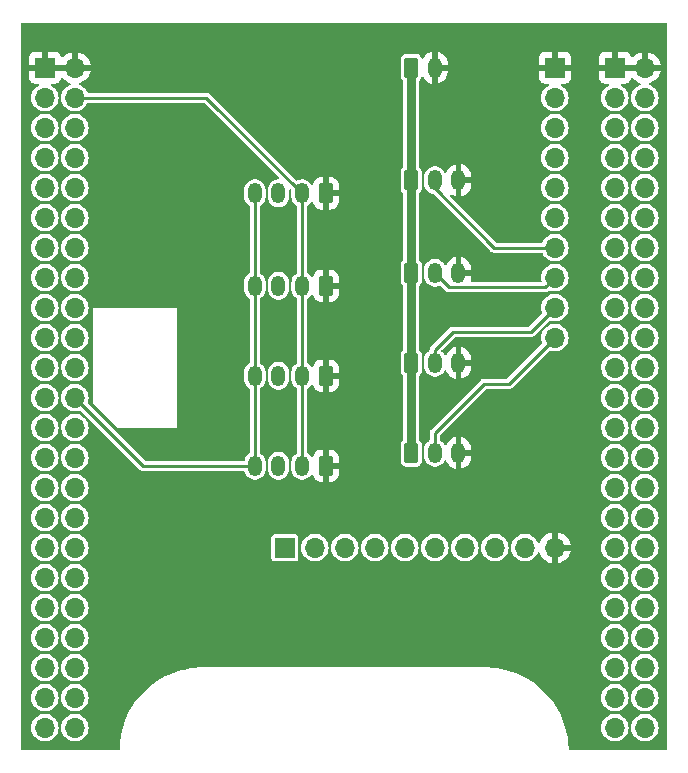
<source format=gbr>
%TF.GenerationSoftware,KiCad,Pcbnew,7.0.6*%
%TF.CreationDate,2024-10-14T12:44:36+01:00*%
%TF.ProjectId,BelaShield,42656c61-5368-4696-956c-642e6b696361,rev?*%
%TF.SameCoordinates,Original*%
%TF.FileFunction,Copper,L2,Bot*%
%TF.FilePolarity,Positive*%
%FSLAX46Y46*%
G04 Gerber Fmt 4.6, Leading zero omitted, Abs format (unit mm)*
G04 Created by KiCad (PCBNEW 7.0.6) date 2024-10-14 12:44:36*
%MOMM*%
%LPD*%
G01*
G04 APERTURE LIST*
G04 Aperture macros list*
%AMRoundRect*
0 Rectangle with rounded corners*
0 $1 Rounding radius*
0 $2 $3 $4 $5 $6 $7 $8 $9 X,Y pos of 4 corners*
0 Add a 4 corners polygon primitive as box body*
4,1,4,$2,$3,$4,$5,$6,$7,$8,$9,$2,$3,0*
0 Add four circle primitives for the rounded corners*
1,1,$1+$1,$2,$3*
1,1,$1+$1,$4,$5*
1,1,$1+$1,$6,$7*
1,1,$1+$1,$8,$9*
0 Add four rect primitives between the rounded corners*
20,1,$1+$1,$2,$3,$4,$5,0*
20,1,$1+$1,$4,$5,$6,$7,0*
20,1,$1+$1,$6,$7,$8,$9,0*
20,1,$1+$1,$8,$9,$2,$3,0*%
G04 Aperture macros list end*
%TA.AperFunction,ComponentPad*%
%ADD10RoundRect,0.250000X0.350000X0.625000X-0.350000X0.625000X-0.350000X-0.625000X0.350000X-0.625000X0*%
%TD*%
%TA.AperFunction,ComponentPad*%
%ADD11O,1.200000X1.750000*%
%TD*%
%TA.AperFunction,ComponentPad*%
%ADD12RoundRect,0.250000X-0.350000X-0.625000X0.350000X-0.625000X0.350000X0.625000X-0.350000X0.625000X0*%
%TD*%
%TA.AperFunction,ComponentPad*%
%ADD13O,1.700000X1.700000*%
%TD*%
%TA.AperFunction,ComponentPad*%
%ADD14R,1.700000X1.700000*%
%TD*%
%TA.AperFunction,ViaPad*%
%ADD15C,0.800000*%
%TD*%
%TA.AperFunction,Conductor*%
%ADD16C,0.250000*%
%TD*%
%TA.AperFunction,Conductor*%
%ADD17C,0.760000*%
%TD*%
G04 APERTURE END LIST*
D10*
%TO.P,J10,1,Pin_1*%
%TO.N,GND*%
X145700000Y-79440000D03*
D11*
%TO.P,J10,2,Pin_2*%
%TO.N,+3.3V*%
X143700000Y-79440000D03*
%TO.P,J10,3,Pin_3*%
%TO.N,SDA*%
X141700000Y-79440000D03*
%TO.P,J10,4,Pin_4*%
%TO.N,SCL*%
X139700000Y-79440000D03*
%TD*%
D10*
%TO.P,J11,1,Pin_1*%
%TO.N,GND*%
X145700000Y-71820000D03*
D11*
%TO.P,J11,2,Pin_2*%
%TO.N,+3.3V*%
X143700000Y-71820000D03*
%TO.P,J11,3,Pin_3*%
%TO.N,SDA*%
X141700000Y-71820000D03*
%TO.P,J11,4,Pin_4*%
%TO.N,SCL*%
X139700000Y-71820000D03*
%TD*%
%TO.P,J13,2,Pin_2*%
%TO.N,GND*%
X154940000Y-53340000D03*
D12*
%TO.P,J13,1,Pin_1*%
%TO.N,+5V*%
X152940000Y-53340000D03*
%TD*%
D13*
%TO.P,J3,10,Pin_10*%
%TO.N,AOUT1*%
X165100000Y-76200000D03*
%TO.P,J3,9,Pin_9*%
%TO.N,AOUT2*%
X165100000Y-73660000D03*
%TO.P,J3,8,Pin_8*%
%TO.N,AOUT3*%
X165100000Y-71120000D03*
%TO.P,J3,7,Pin_7*%
%TO.N,AOUT4*%
X165100000Y-68580000D03*
%TO.P,J3,6,Pin_6*%
%TO.N,unconnected-(J3-Pin_6-Pad6)*%
X165100000Y-66040000D03*
%TO.P,J3,5,Pin_5*%
%TO.N,unconnected-(J3-Pin_5-Pad5)*%
X165100000Y-63500000D03*
%TO.P,J3,4,Pin_4*%
%TO.N,unconnected-(J3-Pin_4-Pad4)*%
X165100000Y-60960000D03*
%TO.P,J3,3,Pin_3*%
%TO.N,unconnected-(J3-Pin_3-Pad3)*%
X165100000Y-58420000D03*
%TO.P,J3,2,Pin_2*%
%TO.N,unconnected-(J3-Pin_2-Pad2)*%
X165100000Y-55880000D03*
D14*
%TO.P,J3,1,Pin_1*%
%TO.N,GND*%
X165100000Y-53340000D03*
%TD*%
D10*
%TO.P,J9,1,Pin_1*%
%TO.N,GND*%
X145700000Y-87060000D03*
D11*
%TO.P,J9,2,Pin_2*%
%TO.N,+3.3V*%
X143700000Y-87060000D03*
%TO.P,J9,3,Pin_3*%
%TO.N,SDA*%
X141700000Y-87060000D03*
%TO.P,J9,4,Pin_4*%
%TO.N,SCL*%
X139700000Y-87060000D03*
%TD*%
D13*
%TO.P,J2,46,Pin_46*%
%TO.N,unconnected-(J2-Pin_46-Pad46)*%
X172720000Y-109220000D03*
%TO.P,J2,45,Pin_45*%
%TO.N,unconnected-(J2-Pin_45-Pad45)*%
X170180000Y-109220000D03*
%TO.P,J2,44,Pin_44*%
%TO.N,unconnected-(J2-Pin_44-Pad44)*%
X172720000Y-106680000D03*
%TO.P,J2,43,Pin_43*%
%TO.N,unconnected-(J2-Pin_43-Pad43)*%
X170180000Y-106680000D03*
%TO.P,J2,42,Pin_42*%
%TO.N,unconnected-(J2-Pin_42-Pad42)*%
X172720000Y-104140000D03*
%TO.P,J2,41,Pin_41*%
%TO.N,unconnected-(J2-Pin_41-Pad41)*%
X170180000Y-104140000D03*
%TO.P,J2,40,Pin_40*%
%TO.N,unconnected-(J2-Pin_40-Pad40)*%
X172720000Y-101600000D03*
%TO.P,J2,39,Pin_39*%
%TO.N,unconnected-(J2-Pin_39-Pad39)*%
X170180000Y-101600000D03*
%TO.P,J2,38,Pin_38*%
%TO.N,unconnected-(J2-Pin_38-Pad38)*%
X172720000Y-99060000D03*
%TO.P,J2,37,Pin_37*%
%TO.N,unconnected-(J2-Pin_37-Pad37)*%
X170180000Y-99060000D03*
%TO.P,J2,36,Pin_36*%
%TO.N,unconnected-(J2-Pin_36-Pad36)*%
X172720000Y-96520000D03*
%TO.P,J2,35,Pin_35*%
%TO.N,unconnected-(J2-Pin_35-Pad35)*%
X170180000Y-96520000D03*
%TO.P,J2,34,Pin_34*%
%TO.N,unconnected-(J2-Pin_34-Pad34)*%
X172720000Y-93980000D03*
%TO.P,J2,33,Pin_33*%
%TO.N,unconnected-(J2-Pin_33-Pad33)*%
X170180000Y-93980000D03*
%TO.P,J2,32,Pin_32*%
%TO.N,unconnected-(J2-Pin_32-Pad32)*%
X172720000Y-91440000D03*
%TO.P,J2,31,Pin_31*%
%TO.N,unconnected-(J2-Pin_31-Pad31)*%
X170180000Y-91440000D03*
%TO.P,J2,30,Pin_30*%
%TO.N,unconnected-(J2-Pin_30-Pad30)*%
X172720000Y-88900000D03*
%TO.P,J2,29,Pin_29*%
%TO.N,unconnected-(J2-Pin_29-Pad29)*%
X170180000Y-88900000D03*
%TO.P,J2,28,Pin_28*%
%TO.N,unconnected-(J2-Pin_28-Pad28)*%
X172720000Y-86360000D03*
%TO.P,J2,27,Pin_27*%
%TO.N,unconnected-(J2-Pin_27-Pad27)*%
X170180000Y-86360000D03*
%TO.P,J2,26,Pin_26*%
%TO.N,unconnected-(J2-Pin_26-Pad26)*%
X172720000Y-83820000D03*
%TO.P,J2,25,Pin_25*%
%TO.N,unconnected-(J2-Pin_25-Pad25)*%
X170180000Y-83820000D03*
%TO.P,J2,24,Pin_24*%
%TO.N,unconnected-(J2-Pin_24-Pad24)*%
X172720000Y-81280000D03*
%TO.P,J2,23,Pin_23*%
%TO.N,unconnected-(J2-Pin_23-Pad23)*%
X170180000Y-81280000D03*
%TO.P,J2,22,Pin_22*%
%TO.N,unconnected-(J2-Pin_22-Pad22)*%
X172720000Y-78740000D03*
%TO.P,J2,21,Pin_21*%
%TO.N,unconnected-(J2-Pin_21-Pad21)*%
X170180000Y-78740000D03*
%TO.P,J2,20,Pin_20*%
%TO.N,unconnected-(J2-Pin_20-Pad20)*%
X172720000Y-76200000D03*
%TO.P,J2,19,Pin_19*%
%TO.N,unconnected-(J2-Pin_19-Pad19)*%
X170180000Y-76200000D03*
%TO.P,J2,18,Pin_18*%
%TO.N,unconnected-(J2-Pin_18-Pad18)*%
X172720000Y-73660000D03*
%TO.P,J2,17,Pin_17*%
%TO.N,unconnected-(J2-Pin_17-Pad17)*%
X170180000Y-73660000D03*
%TO.P,J2,16,Pin_16*%
%TO.N,unconnected-(J2-Pin_16-Pad16)*%
X172720000Y-71120000D03*
%TO.P,J2,15,Pin_15*%
%TO.N,unconnected-(J2-Pin_15-Pad15)*%
X170180000Y-71120000D03*
%TO.P,J2,14,Pin_14*%
%TO.N,unconnected-(J2-Pin_14-Pad14)*%
X172720000Y-68580000D03*
%TO.P,J2,13,Pin_13*%
%TO.N,unconnected-(J2-Pin_13-Pad13)*%
X170180000Y-68580000D03*
%TO.P,J2,12,Pin_12*%
%TO.N,unconnected-(J2-Pin_12-Pad12)*%
X172720000Y-66040000D03*
%TO.P,J2,11,Pin_11*%
%TO.N,unconnected-(J2-Pin_11-Pad11)*%
X170180000Y-66040000D03*
%TO.P,J2,10,Pin_10*%
%TO.N,unconnected-(J2-Pin_10-Pad10)*%
X172720000Y-63500000D03*
%TO.P,J2,9,Pin_9*%
%TO.N,unconnected-(J2-Pin_9-Pad9)*%
X170180000Y-63500000D03*
%TO.P,J2,8,Pin_8*%
%TO.N,unconnected-(J2-Pin_8-Pad8)*%
X172720000Y-60960000D03*
%TO.P,J2,7,Pin_7*%
%TO.N,unconnected-(J2-Pin_7-Pad7)*%
X170180000Y-60960000D03*
%TO.P,J2,6,Pin_6*%
%TO.N,unconnected-(J2-Pin_6-Pad6)*%
X172720000Y-58420000D03*
%TO.P,J2,5,Pin_5*%
%TO.N,unconnected-(J2-Pin_5-Pad5)*%
X170180000Y-58420000D03*
%TO.P,J2,4,Pin_4*%
%TO.N,unconnected-(J2-Pin_4-Pad4)*%
X172720000Y-55880000D03*
%TO.P,J2,3,Pin_3*%
%TO.N,unconnected-(J2-Pin_3-Pad3)*%
X170180000Y-55880000D03*
%TO.P,J2,2,Pin_2*%
%TO.N,GND*%
X172720000Y-53340000D03*
D14*
%TO.P,J2,1,Pin_1*%
X170180000Y-53340000D03*
%TD*%
D12*
%TO.P,J5,1,Pin_1*%
%TO.N,+5V*%
X152940000Y-85960000D03*
D11*
%TO.P,J5,2,Pin_2*%
%TO.N,AOUT1*%
X154940000Y-85960000D03*
%TO.P,J5,3,Pin_3*%
%TO.N,GND*%
X156940000Y-85960000D03*
%TD*%
%TO.P,J8,3,Pin_3*%
%TO.N,GND*%
X156940000Y-62880000D03*
%TO.P,J8,2,Pin_2*%
%TO.N,AOUT4*%
X154940000Y-62880000D03*
D12*
%TO.P,J8,1,Pin_1*%
%TO.N,+5V*%
X152940000Y-62880000D03*
%TD*%
%TO.P,J6,1,Pin_1*%
%TO.N,+5V*%
X152940000Y-78340000D03*
D11*
%TO.P,J6,2,Pin_2*%
%TO.N,AOUT2*%
X154940000Y-78340000D03*
%TO.P,J6,3,Pin_3*%
%TO.N,GND*%
X156940000Y-78340000D03*
%TD*%
D13*
%TO.P,J1,46,Pin_46*%
%TO.N,unconnected-(J1-Pin_46-Pad46)*%
X124460000Y-109220000D03*
%TO.P,J1,45,Pin_45*%
%TO.N,unconnected-(J1-Pin_45-Pad45)*%
X121920000Y-109220000D03*
%TO.P,J1,44,Pin_44*%
%TO.N,unconnected-(J1-Pin_44-Pad44)*%
X124460000Y-106680000D03*
%TO.P,J1,43,Pin_43*%
%TO.N,unconnected-(J1-Pin_43-Pad43)*%
X121920000Y-106680000D03*
%TO.P,J1,42,Pin_42*%
%TO.N,unconnected-(J1-Pin_42-Pad42)*%
X124460000Y-104140000D03*
%TO.P,J1,41,Pin_41*%
%TO.N,unconnected-(J1-Pin_41-Pad41)*%
X121920000Y-104140000D03*
%TO.P,J1,40,Pin_40*%
%TO.N,unconnected-(J1-Pin_40-Pad40)*%
X124460000Y-101600000D03*
%TO.P,J1,39,Pin_39*%
%TO.N,unconnected-(J1-Pin_39-Pad39)*%
X121920000Y-101600000D03*
%TO.P,J1,38,Pin_38*%
%TO.N,unconnected-(J1-Pin_38-Pad38)*%
X124460000Y-99060000D03*
%TO.P,J1,37,Pin_37*%
%TO.N,unconnected-(J1-Pin_37-Pad37)*%
X121920000Y-99060000D03*
%TO.P,J1,36,Pin_36*%
%TO.N,unconnected-(J1-Pin_36-Pad36)*%
X124460000Y-96520000D03*
%TO.P,J1,35,Pin_35*%
%TO.N,unconnected-(J1-Pin_35-Pad35)*%
X121920000Y-96520000D03*
%TO.P,J1,34,Pin_34*%
%TO.N,unconnected-(J1-Pin_34-Pad34)*%
X124460000Y-93980000D03*
%TO.P,J1,33,Pin_33*%
%TO.N,unconnected-(J1-Pin_33-Pad33)*%
X121920000Y-93980000D03*
%TO.P,J1,32,Pin_32*%
%TO.N,unconnected-(J1-Pin_32-Pad32)*%
X124460000Y-91440000D03*
%TO.P,J1,31,Pin_31*%
%TO.N,unconnected-(J1-Pin_31-Pad31)*%
X121920000Y-91440000D03*
%TO.P,J1,30,Pin_30*%
%TO.N,unconnected-(J1-Pin_30-Pad30)*%
X124460000Y-88900000D03*
%TO.P,J1,29,Pin_29*%
%TO.N,unconnected-(J1-Pin_29-Pad29)*%
X121920000Y-88900000D03*
%TO.P,J1,28,Pin_28*%
%TO.N,unconnected-(J1-Pin_28-Pad28)*%
X124460000Y-86360000D03*
%TO.P,J1,27,Pin_27*%
%TO.N,unconnected-(J1-Pin_27-Pad27)*%
X121920000Y-86360000D03*
%TO.P,J1,26,Pin_26*%
%TO.N,SDA*%
X124460000Y-83820000D03*
%TO.P,J1,25,Pin_25*%
%TO.N,unconnected-(J1-Pin_25-Pad25)*%
X121920000Y-83820000D03*
%TO.P,J1,24,Pin_24*%
%TO.N,SCL*%
X124460000Y-81280000D03*
%TO.P,J1,23,Pin_23*%
%TO.N,unconnected-(J1-Pin_23-Pad23)*%
X121920000Y-81280000D03*
%TO.P,J1,22,Pin_22*%
%TO.N,unconnected-(J1-Pin_22-Pad22)*%
X124460000Y-78740000D03*
%TO.P,J1,21,Pin_21*%
%TO.N,unconnected-(J1-Pin_21-Pad21)*%
X121920000Y-78740000D03*
%TO.P,J1,20,Pin_20*%
%TO.N,unconnected-(J1-Pin_20-Pad20)*%
X124460000Y-76200000D03*
%TO.P,J1,19,Pin_19*%
%TO.N,unconnected-(J1-Pin_19-Pad19)*%
X121920000Y-76200000D03*
%TO.P,J1,18,Pin_18*%
%TO.N,unconnected-(J1-Pin_18-Pad18)*%
X124460000Y-73660000D03*
%TO.P,J1,17,Pin_17*%
%TO.N,unconnected-(J1-Pin_17-Pad17)*%
X121920000Y-73660000D03*
%TO.P,J1,16,Pin_16*%
%TO.N,unconnected-(J1-Pin_16-Pad16)*%
X124460000Y-71120000D03*
%TO.P,J1,15,Pin_15*%
%TO.N,unconnected-(J1-Pin_15-Pad15)*%
X121920000Y-71120000D03*
%TO.P,J1,14,Pin_14*%
%TO.N,unconnected-(J1-Pin_14-Pad14)*%
X124460000Y-68580000D03*
%TO.P,J1,13,Pin_13*%
%TO.N,unconnected-(J1-Pin_13-Pad13)*%
X121920000Y-68580000D03*
%TO.P,J1,12,Pin_12*%
%TO.N,unconnected-(J1-Pin_12-Pad12)*%
X124460000Y-66040000D03*
%TO.P,J1,11,Pin_11*%
%TO.N,unconnected-(J1-Pin_11-Pad11)*%
X121920000Y-66040000D03*
%TO.P,J1,10,Pin_10*%
%TO.N,unconnected-(J1-Pin_10-Pad10)*%
X124460000Y-63500000D03*
%TO.P,J1,9,Pin_9*%
%TO.N,unconnected-(J1-Pin_9-Pad9)*%
X121920000Y-63500000D03*
%TO.P,J1,8,Pin_8*%
%TO.N,unconnected-(J1-Pin_8-Pad8)*%
X124460000Y-60960000D03*
%TO.P,J1,7,Pin_7*%
%TO.N,unconnected-(J1-Pin_7-Pad7)*%
X121920000Y-60960000D03*
%TO.P,J1,6,Pin_6*%
%TO.N,unconnected-(J1-Pin_6-Pad6)*%
X124460000Y-58420000D03*
%TO.P,J1,5,Pin_5*%
%TO.N,unconnected-(J1-Pin_5-Pad5)*%
X121920000Y-58420000D03*
%TO.P,J1,4,Pin_4*%
%TO.N,+3.3V*%
X124460000Y-55880000D03*
%TO.P,J1,3,Pin_3*%
%TO.N,unconnected-(J1-Pin_3-Pad3)*%
X121920000Y-55880000D03*
%TO.P,J1,2,Pin_2*%
%TO.N,GND*%
X124460000Y-53340000D03*
D14*
%TO.P,J1,1,Pin_1*%
X121920000Y-53340000D03*
%TD*%
%TO.P,J4,1,Pin_1*%
%TO.N,unconnected-(J4-Pin_1-Pad1)*%
X142240000Y-93980000D03*
D13*
%TO.P,J4,2,Pin_2*%
%TO.N,unconnected-(J4-Pin_2-Pad2)*%
X144780000Y-93980000D03*
%TO.P,J4,3,Pin_3*%
%TO.N,unconnected-(J4-Pin_3-Pad3)*%
X147320000Y-93980000D03*
%TO.P,J4,4,Pin_4*%
%TO.N,unconnected-(J4-Pin_4-Pad4)*%
X149860000Y-93980000D03*
%TO.P,J4,5,Pin_5*%
%TO.N,unconnected-(J4-Pin_5-Pad5)*%
X152400000Y-93980000D03*
%TO.P,J4,6,Pin_6*%
%TO.N,unconnected-(J4-Pin_6-Pad6)*%
X154940000Y-93980000D03*
%TO.P,J4,7,Pin_7*%
%TO.N,unconnected-(J4-Pin_7-Pad7)*%
X157480000Y-93980000D03*
%TO.P,J4,8,Pin_8*%
%TO.N,unconnected-(J4-Pin_8-Pad8)*%
X160020000Y-93980000D03*
%TO.P,J4,9,Pin_9*%
%TO.N,unconnected-(J4-Pin_9-Pad9)*%
X162560000Y-93980000D03*
%TO.P,J4,10,Pin_10*%
%TO.N,GND*%
X165100000Y-93980000D03*
%TD*%
D10*
%TO.P,J12,1,Pin_1*%
%TO.N,GND*%
X145700000Y-63980000D03*
D11*
%TO.P,J12,2,Pin_2*%
%TO.N,+3.3V*%
X143700000Y-63980000D03*
%TO.P,J12,3,Pin_3*%
%TO.N,SDA*%
X141700000Y-63980000D03*
%TO.P,J12,4,Pin_4*%
%TO.N,SCL*%
X139700000Y-63980000D03*
%TD*%
D12*
%TO.P,J7,1,Pin_1*%
%TO.N,+5V*%
X152940000Y-70720000D03*
D11*
%TO.P,J7,2,Pin_2*%
%TO.N,AOUT3*%
X154940000Y-70720000D03*
%TO.P,J7,3,Pin_3*%
%TO.N,GND*%
X156940000Y-70720000D03*
%TD*%
D15*
%TO.N,GND*%
X130600000Y-60000000D03*
X130600000Y-67600000D03*
%TD*%
D16*
%TO.N,SCL*%
X130240000Y-87060000D02*
X124460000Y-81280000D01*
X139700000Y-87060000D02*
X130240000Y-87060000D01*
%TO.N,AOUT2*%
X154940000Y-77216000D02*
X154940000Y-78340000D01*
X156456000Y-75700000D02*
X154940000Y-77216000D01*
X163060000Y-75700000D02*
X156456000Y-75700000D01*
X165100000Y-73660000D02*
X163060000Y-75700000D01*
%TO.N,+3.3V*%
X124460000Y-55880000D02*
X135600000Y-55880000D01*
X135600000Y-55880000D02*
X143700000Y-63980000D01*
X143700000Y-79440000D02*
X143700000Y-87060000D01*
X143700000Y-63980000D02*
X143700000Y-71820000D01*
X143700000Y-71820000D02*
X143700000Y-79440000D01*
%TO.N,SCL*%
X139700000Y-63980000D02*
X139700000Y-71820000D01*
X139700000Y-87060000D02*
X139700000Y-79440000D01*
X139700000Y-79440000D02*
X139700000Y-71820000D01*
%TO.N,AOUT1*%
X161200000Y-80100000D02*
X159100000Y-80100000D01*
X154940000Y-84260000D02*
X154940000Y-85960000D01*
X165100000Y-76200000D02*
X161200000Y-80100000D01*
X159100000Y-80100000D02*
X154940000Y-84260000D01*
%TO.N,AOUT3*%
X154940000Y-70720000D02*
X156140000Y-71920000D01*
X164300000Y-71920000D02*
X165100000Y-71120000D01*
X156140000Y-71920000D02*
X164300000Y-71920000D01*
%TO.N,AOUT4*%
X154940000Y-63540000D02*
X159980000Y-68580000D01*
X159980000Y-68580000D02*
X165100000Y-68580000D01*
X154940000Y-62880000D02*
X154940000Y-63540000D01*
D17*
%TO.N,+5V*%
X152940000Y-53340000D02*
X152940000Y-62880000D01*
X152940000Y-62880000D02*
X152940000Y-70720000D01*
X152940000Y-78340000D02*
X152940000Y-85960000D01*
X152940000Y-70720000D02*
X152940000Y-78340000D01*
%TD*%
%TA.AperFunction,Conductor*%
%TO.N,GND*%
G36*
X124000507Y-53130156D02*
G01*
X123960000Y-53268111D01*
X123960000Y-53411889D01*
X124000507Y-53549844D01*
X124026314Y-53590000D01*
X122353686Y-53590000D01*
X122379493Y-53549844D01*
X122420000Y-53411889D01*
X122420000Y-53268111D01*
X122379493Y-53130156D01*
X122353686Y-53090000D01*
X124026314Y-53090000D01*
X124000507Y-53130156D01*
G37*
%TD.AperFunction*%
%TA.AperFunction,Conductor*%
G36*
X172260507Y-53130156D02*
G01*
X172220000Y-53268111D01*
X172220000Y-53411889D01*
X172260507Y-53549844D01*
X172286314Y-53590000D01*
X170613686Y-53590000D01*
X170639493Y-53549844D01*
X170680000Y-53411889D01*
X170680000Y-53268111D01*
X170639493Y-53130156D01*
X170613686Y-53090000D01*
X172286314Y-53090000D01*
X172260507Y-53130156D01*
G37*
%TD.AperFunction*%
%TA.AperFunction,Conductor*%
G36*
X174583691Y-49549407D02*
G01*
X174619655Y-49598907D01*
X174624500Y-49629500D01*
X174624500Y-111025500D01*
X174605593Y-111083691D01*
X174556093Y-111119655D01*
X174525500Y-111124500D01*
X166357189Y-111124500D01*
X166298998Y-111105593D01*
X166263034Y-111056093D01*
X166258189Y-111025499D01*
X166258190Y-110874868D01*
X166256357Y-110849242D01*
X166237458Y-110584930D01*
X166235489Y-110532298D01*
X166232899Y-110521179D01*
X166222510Y-110375886D01*
X166222510Y-110375882D01*
X166176938Y-110058852D01*
X166172581Y-110020180D01*
X166170342Y-110012966D01*
X166151331Y-109880710D01*
X166151284Y-109880496D01*
X166076033Y-109534493D01*
X166072159Y-109514014D01*
X166070853Y-109510674D01*
X166045016Y-109391876D01*
X165994561Y-109220000D01*
X169024571Y-109220000D01*
X169040470Y-109391587D01*
X169044244Y-109432310D01*
X169102595Y-109637389D01*
X169197634Y-109828255D01*
X169326128Y-109998407D01*
X169326135Y-109998413D01*
X169483692Y-110142047D01*
X169483699Y-110142053D01*
X169587389Y-110206255D01*
X169664981Y-110254298D01*
X169863802Y-110331321D01*
X170073390Y-110370500D01*
X170286610Y-110370500D01*
X170496198Y-110331321D01*
X170695019Y-110254298D01*
X170876302Y-110142052D01*
X171033872Y-109998407D01*
X171162366Y-109828255D01*
X171257405Y-109637389D01*
X171315756Y-109432310D01*
X171335429Y-109220000D01*
X171564571Y-109220000D01*
X171580470Y-109391587D01*
X171584244Y-109432310D01*
X171642595Y-109637389D01*
X171737634Y-109828255D01*
X171866128Y-109998407D01*
X171866135Y-109998413D01*
X172023692Y-110142047D01*
X172023699Y-110142053D01*
X172127389Y-110206255D01*
X172204981Y-110254298D01*
X172403802Y-110331321D01*
X172613390Y-110370500D01*
X172826610Y-110370500D01*
X173036198Y-110331321D01*
X173235019Y-110254298D01*
X173416302Y-110142052D01*
X173573872Y-109998407D01*
X173702366Y-109828255D01*
X173797405Y-109637389D01*
X173855756Y-109432310D01*
X173875429Y-109220000D01*
X173855756Y-109007690D01*
X173797405Y-108802611D01*
X173702366Y-108611745D01*
X173573872Y-108441593D01*
X173519623Y-108392139D01*
X173416307Y-108297952D01*
X173416300Y-108297946D01*
X173235024Y-108185705D01*
X173235019Y-108185702D01*
X173036195Y-108108678D01*
X172826610Y-108069500D01*
X172613390Y-108069500D01*
X172403804Y-108108678D01*
X172204980Y-108185702D01*
X172204975Y-108185705D01*
X172023699Y-108297946D01*
X172023692Y-108297952D01*
X171866135Y-108441586D01*
X171866131Y-108441589D01*
X171866128Y-108441593D01*
X171866124Y-108441597D01*
X171866125Y-108441597D01*
X171737635Y-108611743D01*
X171737630Y-108611752D01*
X171642596Y-108802608D01*
X171584244Y-109007688D01*
X171564571Y-109220000D01*
X171335429Y-109220000D01*
X171315756Y-109007690D01*
X171257405Y-108802611D01*
X171162366Y-108611745D01*
X171033872Y-108441593D01*
X170979623Y-108392139D01*
X170876307Y-108297952D01*
X170876300Y-108297946D01*
X170695024Y-108185705D01*
X170695019Y-108185702D01*
X170496195Y-108108678D01*
X170286610Y-108069500D01*
X170073390Y-108069500D01*
X169863804Y-108108678D01*
X169664980Y-108185702D01*
X169664975Y-108185705D01*
X169483699Y-108297946D01*
X169483692Y-108297952D01*
X169326135Y-108441586D01*
X169326131Y-108441589D01*
X169326128Y-108441593D01*
X169326124Y-108441597D01*
X169326125Y-108441597D01*
X169197635Y-108611743D01*
X169197630Y-108611752D01*
X169102596Y-108802608D01*
X169044244Y-109007688D01*
X169024571Y-109220000D01*
X165994561Y-109220000D01*
X165904107Y-108911869D01*
X165816697Y-108677454D01*
X165729327Y-108443146D01*
X165521554Y-107988068D01*
X165372103Y-107714297D01*
X165281849Y-107548965D01*
X165011442Y-107128083D01*
X164711705Y-106727560D01*
X164711148Y-106726917D01*
X164670507Y-106680000D01*
X169024571Y-106680000D01*
X169044244Y-106892310D01*
X169102595Y-107097389D01*
X169197634Y-107288255D01*
X169326128Y-107458407D01*
X169326135Y-107458413D01*
X169483692Y-107602047D01*
X169483699Y-107602053D01*
X169587389Y-107666255D01*
X169664981Y-107714298D01*
X169863802Y-107791321D01*
X170073390Y-107830500D01*
X170286610Y-107830500D01*
X170496198Y-107791321D01*
X170695019Y-107714298D01*
X170876302Y-107602052D01*
X171033872Y-107458407D01*
X171162366Y-107288255D01*
X171257405Y-107097389D01*
X171315756Y-106892310D01*
X171335429Y-106680000D01*
X171564571Y-106680000D01*
X171584244Y-106892310D01*
X171642595Y-107097389D01*
X171737634Y-107288255D01*
X171866128Y-107458407D01*
X171866135Y-107458413D01*
X172023692Y-107602047D01*
X172023699Y-107602053D01*
X172127389Y-107666255D01*
X172204981Y-107714298D01*
X172403802Y-107791321D01*
X172613390Y-107830500D01*
X172826610Y-107830500D01*
X173036198Y-107791321D01*
X173235019Y-107714298D01*
X173416302Y-107602052D01*
X173573872Y-107458407D01*
X173702366Y-107288255D01*
X173797405Y-107097389D01*
X173855756Y-106892310D01*
X173875429Y-106680000D01*
X173855756Y-106467690D01*
X173797405Y-106262611D01*
X173702366Y-106071745D01*
X173573872Y-105901593D01*
X173497374Y-105831855D01*
X173416307Y-105757952D01*
X173416300Y-105757946D01*
X173235024Y-105645705D01*
X173235019Y-105645702D01*
X173036195Y-105568678D01*
X172826610Y-105529500D01*
X172613390Y-105529500D01*
X172403804Y-105568678D01*
X172204980Y-105645702D01*
X172204975Y-105645705D01*
X172023699Y-105757946D01*
X172023692Y-105757952D01*
X171866135Y-105901586D01*
X171866131Y-105901589D01*
X171866128Y-105901593D01*
X171866124Y-105901597D01*
X171866125Y-105901597D01*
X171737635Y-106071743D01*
X171737630Y-106071752D01*
X171642596Y-106262608D01*
X171584244Y-106467688D01*
X171584243Y-106467690D01*
X171584244Y-106467690D01*
X171564571Y-106680000D01*
X171335429Y-106680000D01*
X171315756Y-106467690D01*
X171257405Y-106262611D01*
X171162366Y-106071745D01*
X171033872Y-105901593D01*
X170957374Y-105831855D01*
X170876307Y-105757952D01*
X170876300Y-105757946D01*
X170695024Y-105645705D01*
X170695019Y-105645702D01*
X170496195Y-105568678D01*
X170286610Y-105529500D01*
X170073390Y-105529500D01*
X169863804Y-105568678D01*
X169664980Y-105645702D01*
X169664975Y-105645705D01*
X169483699Y-105757946D01*
X169483692Y-105757952D01*
X169326135Y-105901586D01*
X169326131Y-105901589D01*
X169326128Y-105901593D01*
X169326124Y-105901597D01*
X169326125Y-105901597D01*
X169197635Y-106071743D01*
X169197630Y-106071752D01*
X169102596Y-106262608D01*
X169044244Y-106467688D01*
X169044243Y-106467690D01*
X169044244Y-106467690D01*
X169024571Y-106680000D01*
X164670507Y-106680000D01*
X164384172Y-106349443D01*
X164384170Y-106349441D01*
X164384164Y-106349434D01*
X164030489Y-105995633D01*
X163652480Y-105667958D01*
X163252063Y-105368079D01*
X162831277Y-105097522D01*
X162503433Y-104918402D01*
X162392263Y-104857663D01*
X162135105Y-104740143D01*
X161937266Y-104649732D01*
X161937260Y-104649729D01*
X161937254Y-104649727D01*
X161776830Y-104589842D01*
X161468594Y-104474779D01*
X160988638Y-104333700D01*
X160986348Y-104333201D01*
X160869837Y-104307818D01*
X160868127Y-104306819D01*
X160846008Y-104302626D01*
X160618097Y-104252975D01*
X160499841Y-104227212D01*
X160495907Y-104226645D01*
X160367582Y-104208152D01*
X160363816Y-104206298D01*
X160321676Y-104201536D01*
X160004695Y-104155857D01*
X159996469Y-104155265D01*
X159859404Y-104145415D01*
X159853511Y-104143021D01*
X159795615Y-104140832D01*
X159784037Y-104140000D01*
X169024571Y-104140000D01*
X169042519Y-104333700D01*
X169044244Y-104352310D01*
X169102595Y-104557389D01*
X169197634Y-104748255D01*
X169326128Y-104918407D01*
X169326135Y-104918413D01*
X169483692Y-105062047D01*
X169483699Y-105062053D01*
X169540984Y-105097522D01*
X169664981Y-105174298D01*
X169863802Y-105251321D01*
X170073390Y-105290500D01*
X170286610Y-105290500D01*
X170496198Y-105251321D01*
X170695019Y-105174298D01*
X170876302Y-105062052D01*
X171033872Y-104918407D01*
X171162366Y-104748255D01*
X171257405Y-104557389D01*
X171315756Y-104352310D01*
X171335429Y-104140000D01*
X171564571Y-104140000D01*
X171566010Y-104155525D01*
X171582519Y-104333700D01*
X171584244Y-104352310D01*
X171642595Y-104557389D01*
X171737634Y-104748255D01*
X171866128Y-104918407D01*
X171866135Y-104918413D01*
X172023692Y-105062047D01*
X172023699Y-105062053D01*
X172080984Y-105097522D01*
X172204981Y-105174298D01*
X172403802Y-105251321D01*
X172613390Y-105290500D01*
X172826610Y-105290500D01*
X173036198Y-105251321D01*
X173235019Y-105174298D01*
X173416302Y-105062052D01*
X173573872Y-104918407D01*
X173702366Y-104748255D01*
X173797405Y-104557389D01*
X173855756Y-104352310D01*
X173875429Y-104140000D01*
X173855756Y-103927690D01*
X173797405Y-103722611D01*
X173702366Y-103531745D01*
X173573872Y-103361593D01*
X173519623Y-103312139D01*
X173416307Y-103217952D01*
X173416300Y-103217946D01*
X173235024Y-103105705D01*
X173235019Y-103105702D01*
X173036195Y-103028678D01*
X172826610Y-102989500D01*
X172613390Y-102989500D01*
X172403804Y-103028678D01*
X172204980Y-103105702D01*
X172204975Y-103105705D01*
X172023699Y-103217946D01*
X172023692Y-103217952D01*
X171866135Y-103361586D01*
X171866131Y-103361589D01*
X171866128Y-103361593D01*
X171866124Y-103361597D01*
X171866125Y-103361597D01*
X171737635Y-103531743D01*
X171737630Y-103531752D01*
X171642596Y-103722608D01*
X171584244Y-103927688D01*
X171564670Y-104138927D01*
X171564571Y-104140000D01*
X171335429Y-104140000D01*
X171315756Y-103927690D01*
X171257405Y-103722611D01*
X171162366Y-103531745D01*
X171033872Y-103361593D01*
X170979623Y-103312139D01*
X170876307Y-103217952D01*
X170876300Y-103217946D01*
X170695024Y-103105705D01*
X170695019Y-103105702D01*
X170496195Y-103028678D01*
X170286610Y-102989500D01*
X170073390Y-102989500D01*
X169863804Y-103028678D01*
X169664980Y-103105702D01*
X169664975Y-103105705D01*
X169483699Y-103217946D01*
X169483692Y-103217952D01*
X169326135Y-103361586D01*
X169326131Y-103361589D01*
X169326128Y-103361593D01*
X169326124Y-103361597D01*
X169326125Y-103361597D01*
X169197635Y-103531743D01*
X169197630Y-103531752D01*
X169102596Y-103722608D01*
X169044244Y-103927688D01*
X169024571Y-104140000D01*
X159784037Y-104140000D01*
X159505726Y-104120000D01*
X159505725Y-104120000D01*
X159255688Y-104119912D01*
X135300221Y-104119762D01*
X135300128Y-104119732D01*
X135259194Y-104119737D01*
X135009021Y-104119769D01*
X134893296Y-104128060D01*
X134719169Y-104140535D01*
X134666445Y-104142514D01*
X134655300Y-104145111D01*
X134509964Y-104155524D01*
X134509963Y-104155524D01*
X134509958Y-104155524D01*
X134509954Y-104155525D01*
X134432769Y-104166631D01*
X134192995Y-104201134D01*
X134154248Y-104205505D01*
X134147015Y-104207751D01*
X134051870Y-104221442D01*
X134014709Y-104226790D01*
X133916037Y-104248266D01*
X133668520Y-104302139D01*
X133647979Y-104306028D01*
X133644647Y-104307335D01*
X133546642Y-104328666D01*
X133525810Y-104333201D01*
X133525808Y-104333201D01*
X133525806Y-104333202D01*
X133460752Y-104352311D01*
X133045746Y-104474215D01*
X132576965Y-104649115D01*
X132121853Y-104857009D01*
X131682731Y-105096838D01*
X131261836Y-105367380D01*
X131045304Y-105529500D01*
X130861311Y-105667257D01*
X130483191Y-105994947D01*
X130305604Y-106172558D01*
X130129423Y-106348762D01*
X129964468Y-106539153D01*
X129801784Y-106726922D01*
X129501965Y-107127478D01*
X129501963Y-107127481D01*
X129398656Y-107288247D01*
X129231479Y-107548405D01*
X129231479Y-107548406D01*
X129231476Y-107548411D01*
X128991703Y-107987564D01*
X128784373Y-108441597D01*
X128783864Y-108442711D01*
X128609028Y-108911508D01*
X128609028Y-108911507D01*
X128580789Y-109007690D01*
X128468076Y-109391588D01*
X128459218Y-109432311D01*
X128442228Y-109510418D01*
X128441227Y-109512131D01*
X128437034Y-109534299D01*
X128361730Y-109880496D01*
X128342707Y-110012809D01*
X128340852Y-110016580D01*
X128336096Y-110058796D01*
X128290527Y-110375759D01*
X128280133Y-110521103D01*
X128277739Y-110527000D01*
X128275569Y-110584930D01*
X128254837Y-110874825D01*
X128254837Y-111025500D01*
X128235930Y-111083691D01*
X128186430Y-111119655D01*
X128155837Y-111124500D01*
X119987500Y-111124500D01*
X119929309Y-111105593D01*
X119893345Y-111056093D01*
X119888500Y-111025500D01*
X119888500Y-109220000D01*
X120764571Y-109220000D01*
X120780470Y-109391587D01*
X120784244Y-109432310D01*
X120842595Y-109637389D01*
X120937634Y-109828255D01*
X121066128Y-109998407D01*
X121066135Y-109998413D01*
X121223692Y-110142047D01*
X121223699Y-110142053D01*
X121327389Y-110206255D01*
X121404981Y-110254298D01*
X121603802Y-110331321D01*
X121813390Y-110370500D01*
X122026610Y-110370500D01*
X122236198Y-110331321D01*
X122435019Y-110254298D01*
X122616302Y-110142052D01*
X122773872Y-109998407D01*
X122902366Y-109828255D01*
X122997405Y-109637389D01*
X123055756Y-109432310D01*
X123075429Y-109220000D01*
X123304571Y-109220000D01*
X123320470Y-109391587D01*
X123324244Y-109432310D01*
X123382595Y-109637389D01*
X123477634Y-109828255D01*
X123606128Y-109998407D01*
X123606135Y-109998413D01*
X123763692Y-110142047D01*
X123763699Y-110142053D01*
X123867389Y-110206255D01*
X123944981Y-110254298D01*
X124143802Y-110331321D01*
X124353390Y-110370500D01*
X124566610Y-110370500D01*
X124776198Y-110331321D01*
X124975019Y-110254298D01*
X125156302Y-110142052D01*
X125313872Y-109998407D01*
X125442366Y-109828255D01*
X125537405Y-109637389D01*
X125595756Y-109432310D01*
X125615429Y-109220000D01*
X125595756Y-109007690D01*
X125537405Y-108802611D01*
X125442366Y-108611745D01*
X125313872Y-108441593D01*
X125259623Y-108392139D01*
X125156307Y-108297952D01*
X125156300Y-108297946D01*
X124975024Y-108185705D01*
X124975019Y-108185702D01*
X124776195Y-108108678D01*
X124566610Y-108069500D01*
X124353390Y-108069500D01*
X124143804Y-108108678D01*
X123944980Y-108185702D01*
X123944975Y-108185705D01*
X123763699Y-108297946D01*
X123763692Y-108297952D01*
X123606135Y-108441586D01*
X123606131Y-108441589D01*
X123606128Y-108441593D01*
X123606124Y-108441597D01*
X123606125Y-108441597D01*
X123477635Y-108611743D01*
X123477630Y-108611752D01*
X123382596Y-108802608D01*
X123324244Y-109007688D01*
X123304571Y-109220000D01*
X123075429Y-109220000D01*
X123055756Y-109007690D01*
X122997405Y-108802611D01*
X122902366Y-108611745D01*
X122773872Y-108441593D01*
X122719623Y-108392139D01*
X122616307Y-108297952D01*
X122616300Y-108297946D01*
X122435024Y-108185705D01*
X122435019Y-108185702D01*
X122236195Y-108108678D01*
X122026610Y-108069500D01*
X121813390Y-108069500D01*
X121603804Y-108108678D01*
X121404980Y-108185702D01*
X121404975Y-108185705D01*
X121223699Y-108297946D01*
X121223692Y-108297952D01*
X121066135Y-108441586D01*
X121066131Y-108441589D01*
X121066128Y-108441593D01*
X121066124Y-108441597D01*
X121066125Y-108441597D01*
X120937635Y-108611743D01*
X120937630Y-108611752D01*
X120842596Y-108802608D01*
X120784244Y-109007688D01*
X120764571Y-109220000D01*
X119888500Y-109220000D01*
X119888500Y-106680000D01*
X120764571Y-106680000D01*
X120784244Y-106892310D01*
X120842595Y-107097389D01*
X120937634Y-107288255D01*
X121066128Y-107458407D01*
X121066135Y-107458413D01*
X121223692Y-107602047D01*
X121223699Y-107602053D01*
X121327389Y-107666255D01*
X121404981Y-107714298D01*
X121603802Y-107791321D01*
X121813390Y-107830500D01*
X122026610Y-107830500D01*
X122236198Y-107791321D01*
X122435019Y-107714298D01*
X122616302Y-107602052D01*
X122773872Y-107458407D01*
X122902366Y-107288255D01*
X122997405Y-107097389D01*
X123055756Y-106892310D01*
X123075429Y-106680000D01*
X123304571Y-106680000D01*
X123324244Y-106892310D01*
X123382595Y-107097389D01*
X123477634Y-107288255D01*
X123606128Y-107458407D01*
X123606135Y-107458413D01*
X123763692Y-107602047D01*
X123763699Y-107602053D01*
X123867389Y-107666255D01*
X123944981Y-107714298D01*
X124143802Y-107791321D01*
X124353390Y-107830500D01*
X124566610Y-107830500D01*
X124776198Y-107791321D01*
X124975019Y-107714298D01*
X125156302Y-107602052D01*
X125313872Y-107458407D01*
X125442366Y-107288255D01*
X125537405Y-107097389D01*
X125595756Y-106892310D01*
X125615429Y-106680000D01*
X125595756Y-106467690D01*
X125537405Y-106262611D01*
X125442366Y-106071745D01*
X125313872Y-105901593D01*
X125237374Y-105831855D01*
X125156307Y-105757952D01*
X125156300Y-105757946D01*
X124975024Y-105645705D01*
X124975019Y-105645702D01*
X124776195Y-105568678D01*
X124566610Y-105529500D01*
X124353390Y-105529500D01*
X124143804Y-105568678D01*
X123944980Y-105645702D01*
X123944975Y-105645705D01*
X123763699Y-105757946D01*
X123763692Y-105757952D01*
X123606135Y-105901586D01*
X123606131Y-105901589D01*
X123606128Y-105901593D01*
X123606124Y-105901597D01*
X123606125Y-105901597D01*
X123477635Y-106071743D01*
X123477630Y-106071752D01*
X123382596Y-106262608D01*
X123324244Y-106467688D01*
X123324243Y-106467690D01*
X123324244Y-106467690D01*
X123304571Y-106680000D01*
X123075429Y-106680000D01*
X123055756Y-106467690D01*
X122997405Y-106262611D01*
X122902366Y-106071745D01*
X122773872Y-105901593D01*
X122697374Y-105831855D01*
X122616307Y-105757952D01*
X122616300Y-105757946D01*
X122435024Y-105645705D01*
X122435019Y-105645702D01*
X122236195Y-105568678D01*
X122026610Y-105529500D01*
X121813390Y-105529500D01*
X121603804Y-105568678D01*
X121404980Y-105645702D01*
X121404975Y-105645705D01*
X121223699Y-105757946D01*
X121223692Y-105757952D01*
X121066135Y-105901586D01*
X121066131Y-105901589D01*
X121066128Y-105901593D01*
X121066124Y-105901597D01*
X121066125Y-105901597D01*
X120937635Y-106071743D01*
X120937630Y-106071752D01*
X120842596Y-106262608D01*
X120784244Y-106467688D01*
X120784243Y-106467690D01*
X120784244Y-106467690D01*
X120764571Y-106680000D01*
X119888500Y-106680000D01*
X119888500Y-104140000D01*
X120764571Y-104140000D01*
X120782519Y-104333700D01*
X120784244Y-104352310D01*
X120842595Y-104557389D01*
X120937634Y-104748255D01*
X121066128Y-104918407D01*
X121066135Y-104918413D01*
X121223692Y-105062047D01*
X121223699Y-105062053D01*
X121280984Y-105097522D01*
X121404981Y-105174298D01*
X121603802Y-105251321D01*
X121813390Y-105290500D01*
X122026610Y-105290500D01*
X122236198Y-105251321D01*
X122435019Y-105174298D01*
X122616302Y-105062052D01*
X122773872Y-104918407D01*
X122902366Y-104748255D01*
X122997405Y-104557389D01*
X123055756Y-104352310D01*
X123075429Y-104140000D01*
X123304571Y-104140000D01*
X123306010Y-104155525D01*
X123322519Y-104333700D01*
X123324244Y-104352310D01*
X123382595Y-104557389D01*
X123477634Y-104748255D01*
X123606128Y-104918407D01*
X123606135Y-104918413D01*
X123763692Y-105062047D01*
X123763699Y-105062053D01*
X123820984Y-105097522D01*
X123944981Y-105174298D01*
X124143802Y-105251321D01*
X124353390Y-105290500D01*
X124566610Y-105290500D01*
X124776198Y-105251321D01*
X124975019Y-105174298D01*
X125156302Y-105062052D01*
X125313872Y-104918407D01*
X125442366Y-104748255D01*
X125537405Y-104557389D01*
X125595756Y-104352310D01*
X125615429Y-104140000D01*
X125595756Y-103927690D01*
X125537405Y-103722611D01*
X125442366Y-103531745D01*
X125313872Y-103361593D01*
X125259623Y-103312139D01*
X125156307Y-103217952D01*
X125156300Y-103217946D01*
X124975024Y-103105705D01*
X124975019Y-103105702D01*
X124776195Y-103028678D01*
X124566610Y-102989500D01*
X124353390Y-102989500D01*
X124143804Y-103028678D01*
X123944980Y-103105702D01*
X123944975Y-103105705D01*
X123763699Y-103217946D01*
X123763692Y-103217952D01*
X123606135Y-103361586D01*
X123606131Y-103361589D01*
X123606128Y-103361593D01*
X123606124Y-103361597D01*
X123606125Y-103361597D01*
X123477635Y-103531743D01*
X123477630Y-103531752D01*
X123382596Y-103722608D01*
X123324244Y-103927688D01*
X123304670Y-104138927D01*
X123304571Y-104140000D01*
X123075429Y-104140000D01*
X123055756Y-103927690D01*
X122997405Y-103722611D01*
X122902366Y-103531745D01*
X122773872Y-103361593D01*
X122719623Y-103312139D01*
X122616307Y-103217952D01*
X122616300Y-103217946D01*
X122435024Y-103105705D01*
X122435019Y-103105702D01*
X122236195Y-103028678D01*
X122026610Y-102989500D01*
X121813390Y-102989500D01*
X121603804Y-103028678D01*
X121404980Y-103105702D01*
X121404975Y-103105705D01*
X121223699Y-103217946D01*
X121223692Y-103217952D01*
X121066135Y-103361586D01*
X121066131Y-103361589D01*
X121066128Y-103361593D01*
X121066124Y-103361597D01*
X121066125Y-103361597D01*
X120937635Y-103531743D01*
X120937630Y-103531752D01*
X120842596Y-103722608D01*
X120784244Y-103927688D01*
X120764571Y-104140000D01*
X119888500Y-104140000D01*
X119888500Y-101600000D01*
X120764571Y-101600000D01*
X120784244Y-101812310D01*
X120842595Y-102017389D01*
X120937634Y-102208255D01*
X121066128Y-102378407D01*
X121066135Y-102378413D01*
X121223692Y-102522047D01*
X121223699Y-102522053D01*
X121327389Y-102586255D01*
X121404981Y-102634298D01*
X121603802Y-102711321D01*
X121813390Y-102750500D01*
X122026610Y-102750500D01*
X122236198Y-102711321D01*
X122435019Y-102634298D01*
X122616302Y-102522052D01*
X122773872Y-102378407D01*
X122902366Y-102208255D01*
X122997405Y-102017389D01*
X123055756Y-101812310D01*
X123075429Y-101600000D01*
X123304571Y-101600000D01*
X123324244Y-101812310D01*
X123382595Y-102017389D01*
X123477634Y-102208255D01*
X123606128Y-102378407D01*
X123606135Y-102378413D01*
X123763692Y-102522047D01*
X123763699Y-102522053D01*
X123867389Y-102586255D01*
X123944981Y-102634298D01*
X124143802Y-102711321D01*
X124353390Y-102750500D01*
X124566610Y-102750500D01*
X124776198Y-102711321D01*
X124975019Y-102634298D01*
X125156302Y-102522052D01*
X125313872Y-102378407D01*
X125442366Y-102208255D01*
X125537405Y-102017389D01*
X125595756Y-101812310D01*
X125615429Y-101600000D01*
X169024571Y-101600000D01*
X169044244Y-101812310D01*
X169102595Y-102017389D01*
X169197634Y-102208255D01*
X169326128Y-102378407D01*
X169326135Y-102378413D01*
X169483692Y-102522047D01*
X169483699Y-102522053D01*
X169587389Y-102586255D01*
X169664981Y-102634298D01*
X169863802Y-102711321D01*
X170073390Y-102750500D01*
X170286610Y-102750500D01*
X170496198Y-102711321D01*
X170695019Y-102634298D01*
X170876302Y-102522052D01*
X171033872Y-102378407D01*
X171162366Y-102208255D01*
X171257405Y-102017389D01*
X171315756Y-101812310D01*
X171335429Y-101600000D01*
X171564571Y-101600000D01*
X171584244Y-101812310D01*
X171642595Y-102017389D01*
X171737634Y-102208255D01*
X171866128Y-102378407D01*
X171866135Y-102378413D01*
X172023692Y-102522047D01*
X172023699Y-102522053D01*
X172127389Y-102586255D01*
X172204981Y-102634298D01*
X172403802Y-102711321D01*
X172613390Y-102750500D01*
X172826610Y-102750500D01*
X173036198Y-102711321D01*
X173235019Y-102634298D01*
X173416302Y-102522052D01*
X173573872Y-102378407D01*
X173702366Y-102208255D01*
X173797405Y-102017389D01*
X173855756Y-101812310D01*
X173875429Y-101600000D01*
X173855756Y-101387690D01*
X173797405Y-101182611D01*
X173702366Y-100991745D01*
X173573872Y-100821593D01*
X173519623Y-100772139D01*
X173416307Y-100677952D01*
X173416300Y-100677946D01*
X173235024Y-100565705D01*
X173235019Y-100565702D01*
X173036195Y-100488678D01*
X172826610Y-100449500D01*
X172613390Y-100449500D01*
X172403804Y-100488678D01*
X172204980Y-100565702D01*
X172204975Y-100565705D01*
X172023699Y-100677946D01*
X172023692Y-100677952D01*
X171866135Y-100821586D01*
X171866131Y-100821589D01*
X171866128Y-100821593D01*
X171866124Y-100821597D01*
X171866125Y-100821597D01*
X171737635Y-100991743D01*
X171737630Y-100991752D01*
X171642596Y-101182608D01*
X171584244Y-101387688D01*
X171584243Y-101387690D01*
X171584244Y-101387690D01*
X171564571Y-101600000D01*
X171335429Y-101600000D01*
X171315756Y-101387690D01*
X171257405Y-101182611D01*
X171162366Y-100991745D01*
X171033872Y-100821593D01*
X170979623Y-100772139D01*
X170876307Y-100677952D01*
X170876300Y-100677946D01*
X170695024Y-100565705D01*
X170695019Y-100565702D01*
X170496195Y-100488678D01*
X170286610Y-100449500D01*
X170073390Y-100449500D01*
X169863804Y-100488678D01*
X169664980Y-100565702D01*
X169664975Y-100565705D01*
X169483699Y-100677946D01*
X169483692Y-100677952D01*
X169326135Y-100821586D01*
X169326131Y-100821589D01*
X169326128Y-100821593D01*
X169326124Y-100821597D01*
X169326125Y-100821597D01*
X169197635Y-100991743D01*
X169197630Y-100991752D01*
X169102596Y-101182608D01*
X169044244Y-101387688D01*
X169044243Y-101387690D01*
X169044244Y-101387690D01*
X169024571Y-101600000D01*
X125615429Y-101600000D01*
X125595756Y-101387690D01*
X125537405Y-101182611D01*
X125442366Y-100991745D01*
X125313872Y-100821593D01*
X125259623Y-100772139D01*
X125156307Y-100677952D01*
X125156300Y-100677946D01*
X124975024Y-100565705D01*
X124975019Y-100565702D01*
X124776195Y-100488678D01*
X124566610Y-100449500D01*
X124353390Y-100449500D01*
X124143804Y-100488678D01*
X123944980Y-100565702D01*
X123944975Y-100565705D01*
X123763699Y-100677946D01*
X123763692Y-100677952D01*
X123606135Y-100821586D01*
X123606131Y-100821589D01*
X123606128Y-100821593D01*
X123606124Y-100821597D01*
X123606125Y-100821597D01*
X123477635Y-100991743D01*
X123477630Y-100991752D01*
X123382596Y-101182608D01*
X123324244Y-101387688D01*
X123324243Y-101387690D01*
X123324244Y-101387690D01*
X123304571Y-101600000D01*
X123075429Y-101600000D01*
X123055756Y-101387690D01*
X122997405Y-101182611D01*
X122902366Y-100991745D01*
X122773872Y-100821593D01*
X122719623Y-100772139D01*
X122616307Y-100677952D01*
X122616300Y-100677946D01*
X122435024Y-100565705D01*
X122435019Y-100565702D01*
X122236195Y-100488678D01*
X122026610Y-100449500D01*
X121813390Y-100449500D01*
X121603804Y-100488678D01*
X121404980Y-100565702D01*
X121404975Y-100565705D01*
X121223699Y-100677946D01*
X121223692Y-100677952D01*
X121066135Y-100821586D01*
X121066131Y-100821589D01*
X121066128Y-100821593D01*
X121066124Y-100821597D01*
X121066125Y-100821597D01*
X120937635Y-100991743D01*
X120937630Y-100991752D01*
X120842596Y-101182608D01*
X120784244Y-101387688D01*
X120784243Y-101387690D01*
X120784244Y-101387690D01*
X120764571Y-101600000D01*
X119888500Y-101600000D01*
X119888500Y-99060000D01*
X120764571Y-99060000D01*
X120784244Y-99272310D01*
X120842595Y-99477389D01*
X120937634Y-99668255D01*
X121066128Y-99838407D01*
X121066135Y-99838413D01*
X121223692Y-99982047D01*
X121223699Y-99982053D01*
X121327389Y-100046255D01*
X121404981Y-100094298D01*
X121603802Y-100171321D01*
X121813390Y-100210500D01*
X122026610Y-100210500D01*
X122236198Y-100171321D01*
X122435019Y-100094298D01*
X122616302Y-99982052D01*
X122773872Y-99838407D01*
X122902366Y-99668255D01*
X122997405Y-99477389D01*
X123055756Y-99272310D01*
X123075429Y-99060000D01*
X123304571Y-99060000D01*
X123324244Y-99272310D01*
X123382595Y-99477389D01*
X123477634Y-99668255D01*
X123606128Y-99838407D01*
X123606135Y-99838413D01*
X123763692Y-99982047D01*
X123763699Y-99982053D01*
X123867389Y-100046255D01*
X123944981Y-100094298D01*
X124143802Y-100171321D01*
X124353390Y-100210500D01*
X124566610Y-100210500D01*
X124776198Y-100171321D01*
X124975019Y-100094298D01*
X125156302Y-99982052D01*
X125313872Y-99838407D01*
X125442366Y-99668255D01*
X125537405Y-99477389D01*
X125595756Y-99272310D01*
X125615429Y-99060000D01*
X169024571Y-99060000D01*
X169044244Y-99272310D01*
X169102595Y-99477389D01*
X169197634Y-99668255D01*
X169326128Y-99838407D01*
X169326135Y-99838413D01*
X169483692Y-99982047D01*
X169483699Y-99982053D01*
X169587389Y-100046255D01*
X169664981Y-100094298D01*
X169863802Y-100171321D01*
X170073390Y-100210500D01*
X170286610Y-100210500D01*
X170496198Y-100171321D01*
X170695019Y-100094298D01*
X170876302Y-99982052D01*
X171033872Y-99838407D01*
X171162366Y-99668255D01*
X171257405Y-99477389D01*
X171315756Y-99272310D01*
X171335429Y-99060000D01*
X171564571Y-99060000D01*
X171584244Y-99272310D01*
X171642595Y-99477389D01*
X171737634Y-99668255D01*
X171866128Y-99838407D01*
X171866135Y-99838413D01*
X172023692Y-99982047D01*
X172023699Y-99982053D01*
X172127389Y-100046255D01*
X172204981Y-100094298D01*
X172403802Y-100171321D01*
X172613390Y-100210500D01*
X172826610Y-100210500D01*
X173036198Y-100171321D01*
X173235019Y-100094298D01*
X173416302Y-99982052D01*
X173573872Y-99838407D01*
X173702366Y-99668255D01*
X173797405Y-99477389D01*
X173855756Y-99272310D01*
X173875429Y-99060000D01*
X173855756Y-98847690D01*
X173797405Y-98642611D01*
X173702366Y-98451745D01*
X173573872Y-98281593D01*
X173519623Y-98232139D01*
X173416307Y-98137952D01*
X173416300Y-98137946D01*
X173235024Y-98025705D01*
X173235019Y-98025702D01*
X173036195Y-97948678D01*
X172826610Y-97909500D01*
X172613390Y-97909500D01*
X172403804Y-97948678D01*
X172204980Y-98025702D01*
X172204975Y-98025705D01*
X172023699Y-98137946D01*
X172023692Y-98137952D01*
X171866135Y-98281586D01*
X171866131Y-98281589D01*
X171866128Y-98281593D01*
X171866124Y-98281597D01*
X171866125Y-98281597D01*
X171737635Y-98451743D01*
X171737630Y-98451752D01*
X171642596Y-98642608D01*
X171584244Y-98847688D01*
X171584243Y-98847690D01*
X171584244Y-98847690D01*
X171564571Y-99060000D01*
X171335429Y-99060000D01*
X171315756Y-98847690D01*
X171257405Y-98642611D01*
X171162366Y-98451745D01*
X171033872Y-98281593D01*
X170979623Y-98232139D01*
X170876307Y-98137952D01*
X170876300Y-98137946D01*
X170695024Y-98025705D01*
X170695019Y-98025702D01*
X170496195Y-97948678D01*
X170286610Y-97909500D01*
X170073390Y-97909500D01*
X169863804Y-97948678D01*
X169664980Y-98025702D01*
X169664975Y-98025705D01*
X169483699Y-98137946D01*
X169483692Y-98137952D01*
X169326135Y-98281586D01*
X169326131Y-98281589D01*
X169326128Y-98281593D01*
X169326124Y-98281597D01*
X169326125Y-98281597D01*
X169197635Y-98451743D01*
X169197630Y-98451752D01*
X169102596Y-98642608D01*
X169044244Y-98847688D01*
X169044243Y-98847690D01*
X169044244Y-98847690D01*
X169024571Y-99060000D01*
X125615429Y-99060000D01*
X125595756Y-98847690D01*
X125537405Y-98642611D01*
X125442366Y-98451745D01*
X125313872Y-98281593D01*
X125259623Y-98232139D01*
X125156307Y-98137952D01*
X125156300Y-98137946D01*
X124975024Y-98025705D01*
X124975019Y-98025702D01*
X124776195Y-97948678D01*
X124566610Y-97909500D01*
X124353390Y-97909500D01*
X124143804Y-97948678D01*
X123944980Y-98025702D01*
X123944975Y-98025705D01*
X123763699Y-98137946D01*
X123763692Y-98137952D01*
X123606135Y-98281586D01*
X123606131Y-98281589D01*
X123606128Y-98281593D01*
X123606124Y-98281597D01*
X123606125Y-98281597D01*
X123477635Y-98451743D01*
X123477630Y-98451752D01*
X123382596Y-98642608D01*
X123324244Y-98847688D01*
X123324243Y-98847690D01*
X123324244Y-98847690D01*
X123304571Y-99060000D01*
X123075429Y-99060000D01*
X123055756Y-98847690D01*
X122997405Y-98642611D01*
X122902366Y-98451745D01*
X122773872Y-98281593D01*
X122719623Y-98232139D01*
X122616307Y-98137952D01*
X122616300Y-98137946D01*
X122435024Y-98025705D01*
X122435019Y-98025702D01*
X122236195Y-97948678D01*
X122026610Y-97909500D01*
X121813390Y-97909500D01*
X121603804Y-97948678D01*
X121404980Y-98025702D01*
X121404975Y-98025705D01*
X121223699Y-98137946D01*
X121223692Y-98137952D01*
X121066135Y-98281586D01*
X121066131Y-98281589D01*
X121066128Y-98281593D01*
X121066124Y-98281597D01*
X121066125Y-98281597D01*
X120937635Y-98451743D01*
X120937630Y-98451752D01*
X120842596Y-98642608D01*
X120784244Y-98847688D01*
X120784243Y-98847690D01*
X120784244Y-98847690D01*
X120764571Y-99060000D01*
X119888500Y-99060000D01*
X119888500Y-96520000D01*
X120764571Y-96520000D01*
X120784244Y-96732310D01*
X120842595Y-96937389D01*
X120937634Y-97128255D01*
X121066128Y-97298407D01*
X121066135Y-97298413D01*
X121223692Y-97442047D01*
X121223699Y-97442053D01*
X121327389Y-97506255D01*
X121404981Y-97554298D01*
X121603802Y-97631321D01*
X121813390Y-97670500D01*
X122026610Y-97670500D01*
X122236198Y-97631321D01*
X122435019Y-97554298D01*
X122616302Y-97442052D01*
X122773872Y-97298407D01*
X122902366Y-97128255D01*
X122997405Y-96937389D01*
X123055756Y-96732310D01*
X123075429Y-96520000D01*
X123304571Y-96520000D01*
X123324244Y-96732310D01*
X123382595Y-96937389D01*
X123477634Y-97128255D01*
X123606128Y-97298407D01*
X123606135Y-97298413D01*
X123763692Y-97442047D01*
X123763699Y-97442053D01*
X123867389Y-97506255D01*
X123944981Y-97554298D01*
X124143802Y-97631321D01*
X124353390Y-97670500D01*
X124566610Y-97670500D01*
X124776198Y-97631321D01*
X124975019Y-97554298D01*
X125156302Y-97442052D01*
X125313872Y-97298407D01*
X125442366Y-97128255D01*
X125537405Y-96937389D01*
X125595756Y-96732310D01*
X125615429Y-96520000D01*
X169024571Y-96520000D01*
X169044244Y-96732310D01*
X169102595Y-96937389D01*
X169197634Y-97128255D01*
X169326128Y-97298407D01*
X169326135Y-97298413D01*
X169483692Y-97442047D01*
X169483699Y-97442053D01*
X169587389Y-97506255D01*
X169664981Y-97554298D01*
X169863802Y-97631321D01*
X170073390Y-97670500D01*
X170286610Y-97670500D01*
X170496198Y-97631321D01*
X170695019Y-97554298D01*
X170876302Y-97442052D01*
X171033872Y-97298407D01*
X171162366Y-97128255D01*
X171257405Y-96937389D01*
X171315756Y-96732310D01*
X171335429Y-96520000D01*
X171564571Y-96520000D01*
X171584244Y-96732310D01*
X171642595Y-96937389D01*
X171737634Y-97128255D01*
X171866128Y-97298407D01*
X171866135Y-97298413D01*
X172023692Y-97442047D01*
X172023699Y-97442053D01*
X172127389Y-97506255D01*
X172204981Y-97554298D01*
X172403802Y-97631321D01*
X172613390Y-97670500D01*
X172826610Y-97670500D01*
X173036198Y-97631321D01*
X173235019Y-97554298D01*
X173416302Y-97442052D01*
X173573872Y-97298407D01*
X173702366Y-97128255D01*
X173797405Y-96937389D01*
X173855756Y-96732310D01*
X173875429Y-96520000D01*
X173855756Y-96307690D01*
X173797405Y-96102611D01*
X173702366Y-95911745D01*
X173573872Y-95741593D01*
X173519623Y-95692139D01*
X173416307Y-95597952D01*
X173416300Y-95597946D01*
X173235024Y-95485705D01*
X173235019Y-95485702D01*
X173036195Y-95408678D01*
X172826610Y-95369500D01*
X172613390Y-95369500D01*
X172403804Y-95408678D01*
X172204980Y-95485702D01*
X172204975Y-95485705D01*
X172023699Y-95597946D01*
X172023692Y-95597952D01*
X171866135Y-95741586D01*
X171866131Y-95741589D01*
X171866128Y-95741593D01*
X171866124Y-95741597D01*
X171866125Y-95741597D01*
X171737635Y-95911743D01*
X171737630Y-95911752D01*
X171642596Y-96102608D01*
X171584244Y-96307688D01*
X171584243Y-96307690D01*
X171584244Y-96307690D01*
X171564571Y-96520000D01*
X171335429Y-96520000D01*
X171315756Y-96307690D01*
X171257405Y-96102611D01*
X171162366Y-95911745D01*
X171033872Y-95741593D01*
X170979623Y-95692139D01*
X170876307Y-95597952D01*
X170876300Y-95597946D01*
X170695024Y-95485705D01*
X170695019Y-95485702D01*
X170496195Y-95408678D01*
X170286610Y-95369500D01*
X170073390Y-95369500D01*
X169863804Y-95408678D01*
X169664980Y-95485702D01*
X169664975Y-95485705D01*
X169483699Y-95597946D01*
X169483692Y-95597952D01*
X169326135Y-95741586D01*
X169326131Y-95741589D01*
X169326128Y-95741593D01*
X169326124Y-95741597D01*
X169326125Y-95741597D01*
X169197635Y-95911743D01*
X169197630Y-95911752D01*
X169102596Y-96102608D01*
X169044244Y-96307688D01*
X169044243Y-96307690D01*
X169044244Y-96307690D01*
X169024571Y-96520000D01*
X125615429Y-96520000D01*
X125595756Y-96307690D01*
X125537405Y-96102611D01*
X125442366Y-95911745D01*
X125313872Y-95741593D01*
X125259623Y-95692139D01*
X125156307Y-95597952D01*
X125156300Y-95597946D01*
X124975024Y-95485705D01*
X124975019Y-95485702D01*
X124776195Y-95408678D01*
X124566610Y-95369500D01*
X124353390Y-95369500D01*
X124143804Y-95408678D01*
X123944980Y-95485702D01*
X123944975Y-95485705D01*
X123763699Y-95597946D01*
X123763692Y-95597952D01*
X123606135Y-95741586D01*
X123606131Y-95741589D01*
X123606128Y-95741593D01*
X123606124Y-95741597D01*
X123606125Y-95741597D01*
X123477635Y-95911743D01*
X123477630Y-95911752D01*
X123382596Y-96102608D01*
X123324244Y-96307688D01*
X123324243Y-96307690D01*
X123324244Y-96307690D01*
X123304571Y-96520000D01*
X123075429Y-96520000D01*
X123055756Y-96307690D01*
X122997405Y-96102611D01*
X122902366Y-95911745D01*
X122773872Y-95741593D01*
X122719623Y-95692139D01*
X122616307Y-95597952D01*
X122616300Y-95597946D01*
X122435024Y-95485705D01*
X122435019Y-95485702D01*
X122236195Y-95408678D01*
X122026610Y-95369500D01*
X121813390Y-95369500D01*
X121603804Y-95408678D01*
X121404980Y-95485702D01*
X121404975Y-95485705D01*
X121223699Y-95597946D01*
X121223692Y-95597952D01*
X121066135Y-95741586D01*
X121066131Y-95741589D01*
X121066128Y-95741593D01*
X121066124Y-95741597D01*
X121066125Y-95741597D01*
X120937635Y-95911743D01*
X120937630Y-95911752D01*
X120842596Y-96102608D01*
X120784244Y-96307688D01*
X120784243Y-96307690D01*
X120784244Y-96307690D01*
X120764571Y-96520000D01*
X119888500Y-96520000D01*
X119888500Y-93980000D01*
X120764571Y-93980000D01*
X120784244Y-94192310D01*
X120842595Y-94397389D01*
X120937634Y-94588255D01*
X121066128Y-94758407D01*
X121066135Y-94758413D01*
X121223692Y-94902047D01*
X121223699Y-94902053D01*
X121327389Y-94966255D01*
X121404981Y-95014298D01*
X121603802Y-95091321D01*
X121813390Y-95130500D01*
X122026610Y-95130500D01*
X122236198Y-95091321D01*
X122435019Y-95014298D01*
X122616302Y-94902052D01*
X122773872Y-94758407D01*
X122902366Y-94588255D01*
X122997405Y-94397389D01*
X123055756Y-94192310D01*
X123075429Y-93980000D01*
X123304571Y-93980000D01*
X123324244Y-94192310D01*
X123382595Y-94397389D01*
X123477634Y-94588255D01*
X123606128Y-94758407D01*
X123606135Y-94758413D01*
X123763692Y-94902047D01*
X123763699Y-94902053D01*
X123867389Y-94966255D01*
X123944981Y-95014298D01*
X124143802Y-95091321D01*
X124353390Y-95130500D01*
X124566610Y-95130500D01*
X124776198Y-95091321D01*
X124975019Y-95014298D01*
X125156302Y-94902052D01*
X125186130Y-94874860D01*
X141089500Y-94874860D01*
X141089501Y-94874863D01*
X141092414Y-94899990D01*
X141093325Y-94902053D01*
X141137794Y-95002765D01*
X141217235Y-95082206D01*
X141320009Y-95127585D01*
X141345135Y-95130500D01*
X143134864Y-95130499D01*
X143159991Y-95127585D01*
X143262765Y-95082206D01*
X143342206Y-95002765D01*
X143387585Y-94899991D01*
X143390500Y-94874865D01*
X143390499Y-93980000D01*
X143624571Y-93980000D01*
X143644244Y-94192310D01*
X143702595Y-94397389D01*
X143797634Y-94588255D01*
X143926128Y-94758407D01*
X143926135Y-94758413D01*
X144083692Y-94902047D01*
X144083699Y-94902053D01*
X144187389Y-94966255D01*
X144264981Y-95014298D01*
X144463802Y-95091321D01*
X144673390Y-95130500D01*
X144886610Y-95130500D01*
X145096198Y-95091321D01*
X145295019Y-95014298D01*
X145476302Y-94902052D01*
X145633872Y-94758407D01*
X145762366Y-94588255D01*
X145857405Y-94397389D01*
X145915756Y-94192310D01*
X145935429Y-93980000D01*
X146164571Y-93980000D01*
X146184244Y-94192310D01*
X146242595Y-94397389D01*
X146337634Y-94588255D01*
X146466128Y-94758407D01*
X146466135Y-94758413D01*
X146623692Y-94902047D01*
X146623699Y-94902053D01*
X146727389Y-94966255D01*
X146804981Y-95014298D01*
X147003802Y-95091321D01*
X147213390Y-95130500D01*
X147426610Y-95130500D01*
X147636198Y-95091321D01*
X147835019Y-95014298D01*
X148016302Y-94902052D01*
X148173872Y-94758407D01*
X148302366Y-94588255D01*
X148397405Y-94397389D01*
X148455756Y-94192310D01*
X148475429Y-93980000D01*
X148704571Y-93980000D01*
X148724244Y-94192310D01*
X148782595Y-94397389D01*
X148877634Y-94588255D01*
X149006128Y-94758407D01*
X149006135Y-94758413D01*
X149163692Y-94902047D01*
X149163699Y-94902053D01*
X149267389Y-94966255D01*
X149344981Y-95014298D01*
X149543802Y-95091321D01*
X149753390Y-95130500D01*
X149966610Y-95130500D01*
X150176198Y-95091321D01*
X150375019Y-95014298D01*
X150556302Y-94902052D01*
X150713872Y-94758407D01*
X150842366Y-94588255D01*
X150937405Y-94397389D01*
X150995756Y-94192310D01*
X151015429Y-93980000D01*
X151244571Y-93980000D01*
X151264244Y-94192310D01*
X151322595Y-94397389D01*
X151417634Y-94588255D01*
X151546128Y-94758407D01*
X151546135Y-94758413D01*
X151703692Y-94902047D01*
X151703699Y-94902053D01*
X151807389Y-94966255D01*
X151884981Y-95014298D01*
X152083802Y-95091321D01*
X152293390Y-95130500D01*
X152506610Y-95130500D01*
X152716198Y-95091321D01*
X152915019Y-95014298D01*
X153096302Y-94902052D01*
X153253872Y-94758407D01*
X153382366Y-94588255D01*
X153477405Y-94397389D01*
X153535756Y-94192310D01*
X153555429Y-93980000D01*
X153784571Y-93980000D01*
X153804244Y-94192310D01*
X153862595Y-94397389D01*
X153957634Y-94588255D01*
X154086128Y-94758407D01*
X154086135Y-94758413D01*
X154243692Y-94902047D01*
X154243699Y-94902053D01*
X154347389Y-94966255D01*
X154424981Y-95014298D01*
X154623802Y-95091321D01*
X154833390Y-95130500D01*
X155046610Y-95130500D01*
X155256198Y-95091321D01*
X155455019Y-95014298D01*
X155636302Y-94902052D01*
X155793872Y-94758407D01*
X155922366Y-94588255D01*
X156017405Y-94397389D01*
X156075756Y-94192310D01*
X156095429Y-93980000D01*
X156324571Y-93980000D01*
X156344244Y-94192310D01*
X156402595Y-94397389D01*
X156497634Y-94588255D01*
X156626128Y-94758407D01*
X156626135Y-94758413D01*
X156783692Y-94902047D01*
X156783699Y-94902053D01*
X156887389Y-94966255D01*
X156964981Y-95014298D01*
X157163802Y-95091321D01*
X157373390Y-95130500D01*
X157586610Y-95130500D01*
X157796198Y-95091321D01*
X157995019Y-95014298D01*
X158176302Y-94902052D01*
X158333872Y-94758407D01*
X158462366Y-94588255D01*
X158557405Y-94397389D01*
X158615756Y-94192310D01*
X158635429Y-93980000D01*
X158864571Y-93980000D01*
X158884244Y-94192310D01*
X158942595Y-94397389D01*
X159037634Y-94588255D01*
X159166128Y-94758407D01*
X159166135Y-94758413D01*
X159323692Y-94902047D01*
X159323699Y-94902053D01*
X159427389Y-94966255D01*
X159504981Y-95014298D01*
X159703802Y-95091321D01*
X159913390Y-95130500D01*
X160126610Y-95130500D01*
X160336198Y-95091321D01*
X160535019Y-95014298D01*
X160716302Y-94902052D01*
X160873872Y-94758407D01*
X161002366Y-94588255D01*
X161097405Y-94397389D01*
X161155756Y-94192310D01*
X161175429Y-93980000D01*
X161404571Y-93980000D01*
X161424244Y-94192310D01*
X161482595Y-94397389D01*
X161577634Y-94588255D01*
X161706128Y-94758407D01*
X161706135Y-94758413D01*
X161863692Y-94902047D01*
X161863699Y-94902053D01*
X161967389Y-94966255D01*
X162044981Y-95014298D01*
X162243802Y-95091321D01*
X162453390Y-95130500D01*
X162666610Y-95130500D01*
X162876198Y-95091321D01*
X163075019Y-95014298D01*
X163256302Y-94902052D01*
X163413872Y-94758407D01*
X163542366Y-94588255D01*
X163635795Y-94400621D01*
X163678655Y-94356962D01*
X163738996Y-94346832D01*
X163793767Y-94374104D01*
X163820040Y-94419127D01*
X163826567Y-94443487D01*
X163926399Y-94657577D01*
X164061886Y-94851073D01*
X164228926Y-95018113D01*
X164422422Y-95153600D01*
X164636509Y-95253430D01*
X164850000Y-95310634D01*
X164850000Y-94415501D01*
X164957685Y-94464680D01*
X165064237Y-94480000D01*
X165135763Y-94480000D01*
X165242315Y-94464680D01*
X165350000Y-94415501D01*
X165350000Y-95310633D01*
X165563490Y-95253430D01*
X165777577Y-95153600D01*
X165971073Y-95018113D01*
X166138113Y-94851073D01*
X166273600Y-94657577D01*
X166373430Y-94443489D01*
X166430636Y-94230000D01*
X165533686Y-94230000D01*
X165559493Y-94189844D01*
X165600000Y-94051889D01*
X165600000Y-93980000D01*
X169024571Y-93980000D01*
X169044244Y-94192310D01*
X169102595Y-94397389D01*
X169197634Y-94588255D01*
X169326128Y-94758407D01*
X169326135Y-94758413D01*
X169483692Y-94902047D01*
X169483699Y-94902053D01*
X169587389Y-94966255D01*
X169664981Y-95014298D01*
X169863802Y-95091321D01*
X170073390Y-95130500D01*
X170286610Y-95130500D01*
X170496198Y-95091321D01*
X170695019Y-95014298D01*
X170876302Y-94902052D01*
X171033872Y-94758407D01*
X171162366Y-94588255D01*
X171257405Y-94397389D01*
X171315756Y-94192310D01*
X171335429Y-93980000D01*
X171564571Y-93980000D01*
X171584244Y-94192310D01*
X171642595Y-94397389D01*
X171737634Y-94588255D01*
X171866128Y-94758407D01*
X171866135Y-94758413D01*
X172023692Y-94902047D01*
X172023699Y-94902053D01*
X172127389Y-94966255D01*
X172204981Y-95014298D01*
X172403802Y-95091321D01*
X172613390Y-95130500D01*
X172826610Y-95130500D01*
X173036198Y-95091321D01*
X173235019Y-95014298D01*
X173416302Y-94902052D01*
X173573872Y-94758407D01*
X173702366Y-94588255D01*
X173797405Y-94397389D01*
X173855756Y-94192310D01*
X173875429Y-93980000D01*
X173855756Y-93767690D01*
X173797405Y-93562611D01*
X173702366Y-93371745D01*
X173573872Y-93201593D01*
X173446119Y-93085130D01*
X173416307Y-93057952D01*
X173416300Y-93057946D01*
X173235024Y-92945705D01*
X173235019Y-92945702D01*
X173225169Y-92941886D01*
X173036198Y-92868679D01*
X173036197Y-92868678D01*
X173036195Y-92868678D01*
X172826610Y-92829500D01*
X172613390Y-92829500D01*
X172403804Y-92868678D01*
X172204980Y-92945702D01*
X172204975Y-92945705D01*
X172023699Y-93057946D01*
X172023692Y-93057952D01*
X171866135Y-93201586D01*
X171866131Y-93201589D01*
X171866128Y-93201593D01*
X171866124Y-93201597D01*
X171866125Y-93201597D01*
X171737635Y-93371743D01*
X171737630Y-93371752D01*
X171642596Y-93562608D01*
X171584244Y-93767688D01*
X171584243Y-93767690D01*
X171584244Y-93767690D01*
X171564571Y-93980000D01*
X171335429Y-93980000D01*
X171315756Y-93767690D01*
X171257405Y-93562611D01*
X171162366Y-93371745D01*
X171033872Y-93201593D01*
X170906119Y-93085130D01*
X170876307Y-93057952D01*
X170876300Y-93057946D01*
X170695024Y-92945705D01*
X170695019Y-92945702D01*
X170685169Y-92941886D01*
X170496198Y-92868679D01*
X170496197Y-92868678D01*
X170496195Y-92868678D01*
X170286610Y-92829500D01*
X170073390Y-92829500D01*
X169863804Y-92868678D01*
X169664980Y-92945702D01*
X169664975Y-92945705D01*
X169483699Y-93057946D01*
X169483692Y-93057952D01*
X169326135Y-93201586D01*
X169326131Y-93201589D01*
X169326128Y-93201593D01*
X169326124Y-93201597D01*
X169326125Y-93201597D01*
X169197635Y-93371743D01*
X169197630Y-93371752D01*
X169102596Y-93562608D01*
X169044244Y-93767688D01*
X169044243Y-93767690D01*
X169044244Y-93767690D01*
X169024571Y-93980000D01*
X165600000Y-93980000D01*
X165600000Y-93908111D01*
X165559493Y-93770156D01*
X165533686Y-93730000D01*
X166430636Y-93730000D01*
X166373429Y-93516505D01*
X166273605Y-93302432D01*
X166273601Y-93302424D01*
X166138113Y-93108926D01*
X165971073Y-92941886D01*
X165777577Y-92806399D01*
X165563489Y-92706569D01*
X165350000Y-92649364D01*
X165350000Y-93544498D01*
X165242315Y-93495320D01*
X165135763Y-93480000D01*
X165064237Y-93480000D01*
X164957685Y-93495320D01*
X164850000Y-93544498D01*
X164850000Y-92649364D01*
X164636505Y-92706570D01*
X164422432Y-92806394D01*
X164422424Y-92806398D01*
X164228926Y-92941886D01*
X164061886Y-93108926D01*
X163926398Y-93302424D01*
X163926394Y-93302432D01*
X163826570Y-93516505D01*
X163826569Y-93516507D01*
X163820040Y-93540873D01*
X163786715Y-93592186D01*
X163729593Y-93614111D01*
X163670493Y-93598274D01*
X163635793Y-93559374D01*
X163542372Y-93371756D01*
X163542369Y-93371751D01*
X163542366Y-93371745D01*
X163413872Y-93201593D01*
X163286119Y-93085130D01*
X163256307Y-93057952D01*
X163256300Y-93057946D01*
X163075024Y-92945705D01*
X163075019Y-92945702D01*
X163065169Y-92941886D01*
X162876198Y-92868679D01*
X162876197Y-92868678D01*
X162876195Y-92868678D01*
X162666610Y-92829500D01*
X162453390Y-92829500D01*
X162243804Y-92868678D01*
X162044980Y-92945702D01*
X162044975Y-92945705D01*
X161863699Y-93057946D01*
X161863692Y-93057952D01*
X161706135Y-93201586D01*
X161706131Y-93201589D01*
X161706128Y-93201593D01*
X161706124Y-93201597D01*
X161706125Y-93201597D01*
X161577635Y-93371743D01*
X161577630Y-93371752D01*
X161482596Y-93562608D01*
X161424244Y-93767688D01*
X161424243Y-93767690D01*
X161424244Y-93767690D01*
X161404571Y-93980000D01*
X161175429Y-93980000D01*
X161155756Y-93767690D01*
X161097405Y-93562611D01*
X161002366Y-93371745D01*
X160873872Y-93201593D01*
X160746119Y-93085130D01*
X160716307Y-93057952D01*
X160716300Y-93057946D01*
X160535024Y-92945705D01*
X160535019Y-92945702D01*
X160525169Y-92941886D01*
X160336198Y-92868679D01*
X160336197Y-92868678D01*
X160336195Y-92868678D01*
X160126610Y-92829500D01*
X159913390Y-92829500D01*
X159703804Y-92868678D01*
X159504980Y-92945702D01*
X159504975Y-92945705D01*
X159323699Y-93057946D01*
X159323692Y-93057952D01*
X159166135Y-93201586D01*
X159166131Y-93201589D01*
X159166128Y-93201593D01*
X159166124Y-93201597D01*
X159166125Y-93201597D01*
X159037635Y-93371743D01*
X159037630Y-93371752D01*
X158942596Y-93562608D01*
X158884244Y-93767688D01*
X158884243Y-93767690D01*
X158884244Y-93767690D01*
X158864571Y-93980000D01*
X158635429Y-93980000D01*
X158615756Y-93767690D01*
X158557405Y-93562611D01*
X158462366Y-93371745D01*
X158333872Y-93201593D01*
X158206119Y-93085130D01*
X158176307Y-93057952D01*
X158176300Y-93057946D01*
X157995024Y-92945705D01*
X157995019Y-92945702D01*
X157985169Y-92941886D01*
X157796198Y-92868679D01*
X157796197Y-92868678D01*
X157796195Y-92868678D01*
X157586610Y-92829500D01*
X157373390Y-92829500D01*
X157163804Y-92868678D01*
X156964980Y-92945702D01*
X156964975Y-92945705D01*
X156783699Y-93057946D01*
X156783692Y-93057952D01*
X156626135Y-93201586D01*
X156626131Y-93201589D01*
X156626128Y-93201593D01*
X156626124Y-93201597D01*
X156626125Y-93201597D01*
X156497635Y-93371743D01*
X156497630Y-93371752D01*
X156402596Y-93562608D01*
X156344244Y-93767688D01*
X156344243Y-93767690D01*
X156344244Y-93767690D01*
X156324571Y-93980000D01*
X156095429Y-93980000D01*
X156075756Y-93767690D01*
X156017405Y-93562611D01*
X155922366Y-93371745D01*
X155793872Y-93201593D01*
X155666119Y-93085130D01*
X155636307Y-93057952D01*
X155636300Y-93057946D01*
X155455024Y-92945705D01*
X155455019Y-92945702D01*
X155445169Y-92941886D01*
X155256198Y-92868679D01*
X155256197Y-92868678D01*
X155256195Y-92868678D01*
X155046610Y-92829500D01*
X154833390Y-92829500D01*
X154623804Y-92868678D01*
X154424980Y-92945702D01*
X154424975Y-92945705D01*
X154243699Y-93057946D01*
X154243692Y-93057952D01*
X154086135Y-93201586D01*
X154086131Y-93201589D01*
X154086128Y-93201593D01*
X154086124Y-93201597D01*
X154086125Y-93201597D01*
X153957635Y-93371743D01*
X153957630Y-93371752D01*
X153862596Y-93562608D01*
X153804244Y-93767688D01*
X153804243Y-93767690D01*
X153804244Y-93767690D01*
X153784571Y-93980000D01*
X153555429Y-93980000D01*
X153535756Y-93767690D01*
X153477405Y-93562611D01*
X153382366Y-93371745D01*
X153253872Y-93201593D01*
X153126119Y-93085130D01*
X153096307Y-93057952D01*
X153096300Y-93057946D01*
X152915024Y-92945705D01*
X152915019Y-92945702D01*
X152905169Y-92941886D01*
X152716198Y-92868679D01*
X152716197Y-92868678D01*
X152716195Y-92868678D01*
X152506610Y-92829500D01*
X152293390Y-92829500D01*
X152083804Y-92868678D01*
X151884980Y-92945702D01*
X151884975Y-92945705D01*
X151703699Y-93057946D01*
X151703692Y-93057952D01*
X151546135Y-93201586D01*
X151546131Y-93201589D01*
X151546128Y-93201593D01*
X151546124Y-93201597D01*
X151546125Y-93201597D01*
X151417635Y-93371743D01*
X151417630Y-93371752D01*
X151322596Y-93562608D01*
X151264244Y-93767688D01*
X151264243Y-93767690D01*
X151264244Y-93767690D01*
X151244571Y-93980000D01*
X151015429Y-93980000D01*
X150995756Y-93767690D01*
X150937405Y-93562611D01*
X150842366Y-93371745D01*
X150713872Y-93201593D01*
X150586119Y-93085130D01*
X150556307Y-93057952D01*
X150556300Y-93057946D01*
X150375024Y-92945705D01*
X150375019Y-92945702D01*
X150365169Y-92941886D01*
X150176198Y-92868679D01*
X150176197Y-92868678D01*
X150176195Y-92868678D01*
X149966610Y-92829500D01*
X149753390Y-92829500D01*
X149543804Y-92868678D01*
X149344980Y-92945702D01*
X149344975Y-92945705D01*
X149163699Y-93057946D01*
X149163692Y-93057952D01*
X149006135Y-93201586D01*
X149006131Y-93201589D01*
X149006128Y-93201593D01*
X149006124Y-93201597D01*
X149006125Y-93201597D01*
X148877635Y-93371743D01*
X148877630Y-93371752D01*
X148782596Y-93562608D01*
X148724244Y-93767688D01*
X148724243Y-93767690D01*
X148724244Y-93767690D01*
X148704571Y-93980000D01*
X148475429Y-93980000D01*
X148455756Y-93767690D01*
X148397405Y-93562611D01*
X148302366Y-93371745D01*
X148173872Y-93201593D01*
X148046119Y-93085130D01*
X148016307Y-93057952D01*
X148016300Y-93057946D01*
X147835024Y-92945705D01*
X147835019Y-92945702D01*
X147825169Y-92941886D01*
X147636198Y-92868679D01*
X147636197Y-92868678D01*
X147636195Y-92868678D01*
X147426610Y-92829500D01*
X147213390Y-92829500D01*
X147003804Y-92868678D01*
X146804980Y-92945702D01*
X146804975Y-92945705D01*
X146623699Y-93057946D01*
X146623692Y-93057952D01*
X146466135Y-93201586D01*
X146466131Y-93201589D01*
X146466128Y-93201593D01*
X146466124Y-93201597D01*
X146466125Y-93201597D01*
X146337635Y-93371743D01*
X146337630Y-93371752D01*
X146242596Y-93562608D01*
X146184244Y-93767688D01*
X146184243Y-93767690D01*
X146184244Y-93767690D01*
X146164571Y-93980000D01*
X145935429Y-93980000D01*
X145915756Y-93767690D01*
X145857405Y-93562611D01*
X145762366Y-93371745D01*
X145633872Y-93201593D01*
X145506119Y-93085130D01*
X145476307Y-93057952D01*
X145476300Y-93057946D01*
X145295024Y-92945705D01*
X145295019Y-92945702D01*
X145285169Y-92941886D01*
X145096198Y-92868679D01*
X145096197Y-92868678D01*
X145096195Y-92868678D01*
X144886610Y-92829500D01*
X144673390Y-92829500D01*
X144463804Y-92868678D01*
X144264980Y-92945702D01*
X144264975Y-92945705D01*
X144083699Y-93057946D01*
X144083692Y-93057952D01*
X143926135Y-93201586D01*
X143926131Y-93201589D01*
X143926128Y-93201593D01*
X143926124Y-93201597D01*
X143926125Y-93201597D01*
X143797635Y-93371743D01*
X143797630Y-93371752D01*
X143702596Y-93562608D01*
X143644244Y-93767688D01*
X143644243Y-93767690D01*
X143644244Y-93767690D01*
X143624571Y-93980000D01*
X143390499Y-93980000D01*
X143390499Y-93085136D01*
X143387585Y-93060009D01*
X143342206Y-92957235D01*
X143262765Y-92877794D01*
X143159991Y-92832415D01*
X143159990Y-92832414D01*
X143159988Y-92832414D01*
X143134868Y-92829500D01*
X141345139Y-92829500D01*
X141345136Y-92829501D01*
X141320009Y-92832414D01*
X141217235Y-92877794D01*
X141137794Y-92957235D01*
X141092414Y-93060011D01*
X141089500Y-93085130D01*
X141089500Y-94874860D01*
X125186130Y-94874860D01*
X125313872Y-94758407D01*
X125442366Y-94588255D01*
X125537405Y-94397389D01*
X125595756Y-94192310D01*
X125615429Y-93980000D01*
X125595756Y-93767690D01*
X125537405Y-93562611D01*
X125442366Y-93371745D01*
X125313872Y-93201593D01*
X125186119Y-93085130D01*
X125156307Y-93057952D01*
X125156300Y-93057946D01*
X124975024Y-92945705D01*
X124975019Y-92945702D01*
X124965169Y-92941886D01*
X124776198Y-92868679D01*
X124776197Y-92868678D01*
X124776195Y-92868678D01*
X124566610Y-92829500D01*
X124353390Y-92829500D01*
X124143804Y-92868678D01*
X123944980Y-92945702D01*
X123944975Y-92945705D01*
X123763699Y-93057946D01*
X123763692Y-93057952D01*
X123606135Y-93201586D01*
X123606131Y-93201589D01*
X123606128Y-93201593D01*
X123606124Y-93201597D01*
X123606125Y-93201597D01*
X123477635Y-93371743D01*
X123477630Y-93371752D01*
X123382596Y-93562608D01*
X123324244Y-93767688D01*
X123324243Y-93767690D01*
X123324244Y-93767690D01*
X123304571Y-93980000D01*
X123075429Y-93980000D01*
X123055756Y-93767690D01*
X122997405Y-93562611D01*
X122902366Y-93371745D01*
X122773872Y-93201593D01*
X122646119Y-93085130D01*
X122616307Y-93057952D01*
X122616300Y-93057946D01*
X122435024Y-92945705D01*
X122435019Y-92945702D01*
X122425169Y-92941886D01*
X122236198Y-92868679D01*
X122236197Y-92868678D01*
X122236195Y-92868678D01*
X122026610Y-92829500D01*
X121813390Y-92829500D01*
X121603804Y-92868678D01*
X121404980Y-92945702D01*
X121404975Y-92945705D01*
X121223699Y-93057946D01*
X121223692Y-93057952D01*
X121066135Y-93201586D01*
X121066131Y-93201589D01*
X121066128Y-93201593D01*
X121066124Y-93201597D01*
X121066125Y-93201597D01*
X120937635Y-93371743D01*
X120937630Y-93371752D01*
X120842596Y-93562608D01*
X120784244Y-93767688D01*
X120784243Y-93767690D01*
X120784244Y-93767690D01*
X120764571Y-93980000D01*
X119888500Y-93980000D01*
X119888500Y-91440000D01*
X120764571Y-91440000D01*
X120784244Y-91652310D01*
X120842595Y-91857389D01*
X120937634Y-92048255D01*
X121066128Y-92218407D01*
X121066135Y-92218413D01*
X121223692Y-92362047D01*
X121223699Y-92362053D01*
X121327389Y-92426255D01*
X121404981Y-92474298D01*
X121603802Y-92551321D01*
X121813390Y-92590500D01*
X122026610Y-92590500D01*
X122236198Y-92551321D01*
X122435019Y-92474298D01*
X122616302Y-92362052D01*
X122773872Y-92218407D01*
X122902366Y-92048255D01*
X122997405Y-91857389D01*
X123055756Y-91652310D01*
X123075429Y-91440000D01*
X123304571Y-91440000D01*
X123324244Y-91652310D01*
X123382595Y-91857389D01*
X123477634Y-92048255D01*
X123606128Y-92218407D01*
X123606135Y-92218413D01*
X123763692Y-92362047D01*
X123763699Y-92362053D01*
X123867389Y-92426255D01*
X123944981Y-92474298D01*
X124143802Y-92551321D01*
X124353390Y-92590500D01*
X124566610Y-92590500D01*
X124776198Y-92551321D01*
X124975019Y-92474298D01*
X125156302Y-92362052D01*
X125313872Y-92218407D01*
X125442366Y-92048255D01*
X125537405Y-91857389D01*
X125595756Y-91652310D01*
X125615429Y-91440000D01*
X169024571Y-91440000D01*
X169044244Y-91652310D01*
X169102595Y-91857389D01*
X169197634Y-92048255D01*
X169326128Y-92218407D01*
X169326135Y-92218413D01*
X169483692Y-92362047D01*
X169483699Y-92362053D01*
X169587389Y-92426255D01*
X169664981Y-92474298D01*
X169863802Y-92551321D01*
X170073390Y-92590500D01*
X170286610Y-92590500D01*
X170496198Y-92551321D01*
X170695019Y-92474298D01*
X170876302Y-92362052D01*
X171033872Y-92218407D01*
X171162366Y-92048255D01*
X171257405Y-91857389D01*
X171315756Y-91652310D01*
X171335429Y-91440000D01*
X171564571Y-91440000D01*
X171584244Y-91652310D01*
X171642595Y-91857389D01*
X171737634Y-92048255D01*
X171866128Y-92218407D01*
X171866135Y-92218413D01*
X172023692Y-92362047D01*
X172023699Y-92362053D01*
X172127389Y-92426255D01*
X172204981Y-92474298D01*
X172403802Y-92551321D01*
X172613390Y-92590500D01*
X172826610Y-92590500D01*
X173036198Y-92551321D01*
X173235019Y-92474298D01*
X173416302Y-92362052D01*
X173573872Y-92218407D01*
X173702366Y-92048255D01*
X173797405Y-91857389D01*
X173855756Y-91652310D01*
X173875429Y-91440000D01*
X173855756Y-91227690D01*
X173797405Y-91022611D01*
X173702366Y-90831745D01*
X173573872Y-90661593D01*
X173519623Y-90612139D01*
X173416307Y-90517952D01*
X173416300Y-90517946D01*
X173235024Y-90405705D01*
X173235019Y-90405702D01*
X173036195Y-90328678D01*
X172826610Y-90289500D01*
X172613390Y-90289500D01*
X172403804Y-90328678D01*
X172204980Y-90405702D01*
X172204975Y-90405705D01*
X172023699Y-90517946D01*
X172023692Y-90517952D01*
X171866135Y-90661586D01*
X171866131Y-90661589D01*
X171866128Y-90661593D01*
X171866124Y-90661597D01*
X171866125Y-90661597D01*
X171737635Y-90831743D01*
X171737630Y-90831752D01*
X171642596Y-91022608D01*
X171584244Y-91227688D01*
X171584243Y-91227690D01*
X171584244Y-91227690D01*
X171564571Y-91440000D01*
X171335429Y-91440000D01*
X171315756Y-91227690D01*
X171257405Y-91022611D01*
X171162366Y-90831745D01*
X171033872Y-90661593D01*
X170979623Y-90612139D01*
X170876307Y-90517952D01*
X170876300Y-90517946D01*
X170695024Y-90405705D01*
X170695019Y-90405702D01*
X170496195Y-90328678D01*
X170286610Y-90289500D01*
X170073390Y-90289500D01*
X169863804Y-90328678D01*
X169664980Y-90405702D01*
X169664975Y-90405705D01*
X169483699Y-90517946D01*
X169483692Y-90517952D01*
X169326135Y-90661586D01*
X169326131Y-90661589D01*
X169326128Y-90661593D01*
X169326124Y-90661597D01*
X169326125Y-90661597D01*
X169197635Y-90831743D01*
X169197630Y-90831752D01*
X169102596Y-91022608D01*
X169044244Y-91227688D01*
X169044243Y-91227690D01*
X169044244Y-91227690D01*
X169024571Y-91440000D01*
X125615429Y-91440000D01*
X125595756Y-91227690D01*
X125537405Y-91022611D01*
X125442366Y-90831745D01*
X125313872Y-90661593D01*
X125259623Y-90612139D01*
X125156307Y-90517952D01*
X125156300Y-90517946D01*
X124975024Y-90405705D01*
X124975019Y-90405702D01*
X124776195Y-90328678D01*
X124566610Y-90289500D01*
X124353390Y-90289500D01*
X124143804Y-90328678D01*
X123944980Y-90405702D01*
X123944975Y-90405705D01*
X123763699Y-90517946D01*
X123763692Y-90517952D01*
X123606135Y-90661586D01*
X123606131Y-90661589D01*
X123606128Y-90661593D01*
X123606124Y-90661597D01*
X123606125Y-90661597D01*
X123477635Y-90831743D01*
X123477630Y-90831752D01*
X123382596Y-91022608D01*
X123324244Y-91227688D01*
X123324243Y-91227690D01*
X123324244Y-91227690D01*
X123304571Y-91440000D01*
X123075429Y-91440000D01*
X123055756Y-91227690D01*
X122997405Y-91022611D01*
X122902366Y-90831745D01*
X122773872Y-90661593D01*
X122719623Y-90612139D01*
X122616307Y-90517952D01*
X122616300Y-90517946D01*
X122435024Y-90405705D01*
X122435019Y-90405702D01*
X122236195Y-90328678D01*
X122026610Y-90289500D01*
X121813390Y-90289500D01*
X121603804Y-90328678D01*
X121404980Y-90405702D01*
X121404975Y-90405705D01*
X121223699Y-90517946D01*
X121223692Y-90517952D01*
X121066135Y-90661586D01*
X121066131Y-90661589D01*
X121066128Y-90661593D01*
X121066124Y-90661597D01*
X121066125Y-90661597D01*
X120937635Y-90831743D01*
X120937630Y-90831752D01*
X120842596Y-91022608D01*
X120784244Y-91227688D01*
X120784243Y-91227690D01*
X120784244Y-91227690D01*
X120764571Y-91440000D01*
X119888500Y-91440000D01*
X119888500Y-88900000D01*
X120764571Y-88900000D01*
X120784244Y-89112310D01*
X120842595Y-89317389D01*
X120937634Y-89508255D01*
X121066128Y-89678407D01*
X121066135Y-89678413D01*
X121223692Y-89822047D01*
X121223699Y-89822053D01*
X121327389Y-89886255D01*
X121404981Y-89934298D01*
X121603802Y-90011321D01*
X121813390Y-90050500D01*
X122026610Y-90050500D01*
X122236198Y-90011321D01*
X122435019Y-89934298D01*
X122616302Y-89822052D01*
X122773872Y-89678407D01*
X122902366Y-89508255D01*
X122997405Y-89317389D01*
X123055756Y-89112310D01*
X123075429Y-88900000D01*
X123304571Y-88900000D01*
X123324244Y-89112310D01*
X123382595Y-89317389D01*
X123477634Y-89508255D01*
X123606128Y-89678407D01*
X123606135Y-89678413D01*
X123763692Y-89822047D01*
X123763699Y-89822053D01*
X123867389Y-89886255D01*
X123944981Y-89934298D01*
X124143802Y-90011321D01*
X124353390Y-90050500D01*
X124566610Y-90050500D01*
X124776198Y-90011321D01*
X124975019Y-89934298D01*
X125156302Y-89822052D01*
X125313872Y-89678407D01*
X125442366Y-89508255D01*
X125537405Y-89317389D01*
X125595756Y-89112310D01*
X125615429Y-88900000D01*
X169024571Y-88900000D01*
X169044244Y-89112310D01*
X169102595Y-89317389D01*
X169197634Y-89508255D01*
X169326128Y-89678407D01*
X169326135Y-89678413D01*
X169483692Y-89822047D01*
X169483699Y-89822053D01*
X169587389Y-89886255D01*
X169664981Y-89934298D01*
X169863802Y-90011321D01*
X170073390Y-90050500D01*
X170286610Y-90050500D01*
X170496198Y-90011321D01*
X170695019Y-89934298D01*
X170876302Y-89822052D01*
X171033872Y-89678407D01*
X171162366Y-89508255D01*
X171257405Y-89317389D01*
X171315756Y-89112310D01*
X171335429Y-88900000D01*
X171564571Y-88900000D01*
X171584244Y-89112310D01*
X171642595Y-89317389D01*
X171737634Y-89508255D01*
X171866128Y-89678407D01*
X171866135Y-89678413D01*
X172023692Y-89822047D01*
X172023699Y-89822053D01*
X172127389Y-89886255D01*
X172204981Y-89934298D01*
X172403802Y-90011321D01*
X172613390Y-90050500D01*
X172826610Y-90050500D01*
X173036198Y-90011321D01*
X173235019Y-89934298D01*
X173416302Y-89822052D01*
X173573872Y-89678407D01*
X173702366Y-89508255D01*
X173797405Y-89317389D01*
X173855756Y-89112310D01*
X173875429Y-88900000D01*
X173855756Y-88687690D01*
X173797405Y-88482611D01*
X173702366Y-88291745D01*
X173573872Y-88121593D01*
X173519623Y-88072139D01*
X173416307Y-87977952D01*
X173416300Y-87977946D01*
X173235024Y-87865705D01*
X173235019Y-87865702D01*
X173155602Y-87834936D01*
X173036198Y-87788679D01*
X173036197Y-87788678D01*
X173036195Y-87788678D01*
X172826610Y-87749500D01*
X172613390Y-87749500D01*
X172403804Y-87788678D01*
X172204980Y-87865702D01*
X172204975Y-87865705D01*
X172023699Y-87977946D01*
X172023692Y-87977952D01*
X171866135Y-88121586D01*
X171866131Y-88121589D01*
X171866128Y-88121593D01*
X171866124Y-88121597D01*
X171866125Y-88121597D01*
X171737635Y-88291743D01*
X171737630Y-88291752D01*
X171642596Y-88482608D01*
X171584244Y-88687688D01*
X171584243Y-88687690D01*
X171584244Y-88687690D01*
X171564571Y-88900000D01*
X171335429Y-88900000D01*
X171315756Y-88687690D01*
X171257405Y-88482611D01*
X171162366Y-88291745D01*
X171033872Y-88121593D01*
X170979623Y-88072139D01*
X170876307Y-87977952D01*
X170876300Y-87977946D01*
X170695024Y-87865705D01*
X170695019Y-87865702D01*
X170615602Y-87834936D01*
X170496198Y-87788679D01*
X170496197Y-87788678D01*
X170496195Y-87788678D01*
X170286610Y-87749500D01*
X170073390Y-87749500D01*
X169863804Y-87788678D01*
X169664980Y-87865702D01*
X169664975Y-87865705D01*
X169483699Y-87977946D01*
X169483692Y-87977952D01*
X169326135Y-88121586D01*
X169326131Y-88121589D01*
X169326128Y-88121593D01*
X169326124Y-88121597D01*
X169326125Y-88121597D01*
X169197635Y-88291743D01*
X169197630Y-88291752D01*
X169102596Y-88482608D01*
X169044244Y-88687688D01*
X169044243Y-88687690D01*
X169044244Y-88687690D01*
X169024571Y-88900000D01*
X125615429Y-88900000D01*
X125595756Y-88687690D01*
X125537405Y-88482611D01*
X125442366Y-88291745D01*
X125313872Y-88121593D01*
X125259623Y-88072139D01*
X125156307Y-87977952D01*
X125156300Y-87977946D01*
X124975024Y-87865705D01*
X124975019Y-87865702D01*
X124895602Y-87834936D01*
X124776198Y-87788679D01*
X124776197Y-87788678D01*
X124776195Y-87788678D01*
X124566610Y-87749500D01*
X124353390Y-87749500D01*
X124143804Y-87788678D01*
X123944980Y-87865702D01*
X123944975Y-87865705D01*
X123763699Y-87977946D01*
X123763692Y-87977952D01*
X123606135Y-88121586D01*
X123606131Y-88121589D01*
X123606128Y-88121593D01*
X123606124Y-88121597D01*
X123606125Y-88121597D01*
X123477635Y-88291743D01*
X123477630Y-88291752D01*
X123382596Y-88482608D01*
X123324244Y-88687688D01*
X123324243Y-88687690D01*
X123324244Y-88687690D01*
X123304571Y-88900000D01*
X123075429Y-88900000D01*
X123055756Y-88687690D01*
X122997405Y-88482611D01*
X122902366Y-88291745D01*
X122773872Y-88121593D01*
X122719623Y-88072139D01*
X122616307Y-87977952D01*
X122616300Y-87977946D01*
X122435024Y-87865705D01*
X122435019Y-87865702D01*
X122355602Y-87834936D01*
X122236198Y-87788679D01*
X122236197Y-87788678D01*
X122236195Y-87788678D01*
X122026610Y-87749500D01*
X121813390Y-87749500D01*
X121603804Y-87788678D01*
X121404980Y-87865702D01*
X121404975Y-87865705D01*
X121223699Y-87977946D01*
X121223692Y-87977952D01*
X121066135Y-88121586D01*
X121066131Y-88121589D01*
X121066128Y-88121593D01*
X121066124Y-88121597D01*
X121066125Y-88121597D01*
X120937635Y-88291743D01*
X120937630Y-88291752D01*
X120842596Y-88482608D01*
X120784244Y-88687688D01*
X120784243Y-88687690D01*
X120784244Y-88687690D01*
X120764571Y-88900000D01*
X119888500Y-88900000D01*
X119888500Y-86360000D01*
X120764571Y-86360000D01*
X120769826Y-86416711D01*
X120784244Y-86572311D01*
X120796559Y-86615593D01*
X120842595Y-86777389D01*
X120937634Y-86968255D01*
X121066128Y-87138407D01*
X121066135Y-87138413D01*
X121223692Y-87282047D01*
X121223699Y-87282053D01*
X121269428Y-87310367D01*
X121404981Y-87394298D01*
X121603802Y-87471321D01*
X121813390Y-87510500D01*
X122026610Y-87510500D01*
X122236198Y-87471321D01*
X122435019Y-87394298D01*
X122616302Y-87282052D01*
X122773872Y-87138407D01*
X122902366Y-86968255D01*
X122997405Y-86777389D01*
X123055756Y-86572310D01*
X123075429Y-86360000D01*
X123304571Y-86360000D01*
X123309826Y-86416711D01*
X123324244Y-86572311D01*
X123336559Y-86615593D01*
X123382595Y-86777389D01*
X123477634Y-86968255D01*
X123606128Y-87138407D01*
X123606135Y-87138413D01*
X123763692Y-87282047D01*
X123763699Y-87282053D01*
X123809428Y-87310367D01*
X123944981Y-87394298D01*
X124143802Y-87471321D01*
X124353390Y-87510500D01*
X124566610Y-87510500D01*
X124776198Y-87471321D01*
X124975019Y-87394298D01*
X125156302Y-87282052D01*
X125313872Y-87138407D01*
X125442366Y-86968255D01*
X125537405Y-86777389D01*
X125595756Y-86572310D01*
X125615429Y-86360000D01*
X125595756Y-86147690D01*
X125537405Y-85942611D01*
X125442366Y-85751745D01*
X125313872Y-85581593D01*
X125197906Y-85475875D01*
X125156307Y-85437952D01*
X125156300Y-85437946D01*
X124975024Y-85325705D01*
X124975019Y-85325702D01*
X124776195Y-85248678D01*
X124566610Y-85209500D01*
X124353390Y-85209500D01*
X124143804Y-85248678D01*
X123944980Y-85325702D01*
X123944975Y-85325705D01*
X123763699Y-85437946D01*
X123763692Y-85437952D01*
X123606135Y-85581586D01*
X123606131Y-85581589D01*
X123606128Y-85581593D01*
X123606124Y-85581597D01*
X123606125Y-85581597D01*
X123477635Y-85751743D01*
X123477630Y-85751752D01*
X123382596Y-85942608D01*
X123324244Y-86147688D01*
X123306421Y-86340035D01*
X123304571Y-86360000D01*
X123075429Y-86360000D01*
X123055756Y-86147690D01*
X122997405Y-85942611D01*
X122902366Y-85751745D01*
X122773872Y-85581593D01*
X122657906Y-85475875D01*
X122616307Y-85437952D01*
X122616300Y-85437946D01*
X122435024Y-85325705D01*
X122435019Y-85325702D01*
X122236195Y-85248678D01*
X122026610Y-85209500D01*
X121813390Y-85209500D01*
X121603804Y-85248678D01*
X121404980Y-85325702D01*
X121404975Y-85325705D01*
X121223699Y-85437946D01*
X121223692Y-85437952D01*
X121066135Y-85581586D01*
X121066131Y-85581589D01*
X121066128Y-85581593D01*
X121066124Y-85581597D01*
X121066125Y-85581597D01*
X120937635Y-85751743D01*
X120937630Y-85751752D01*
X120842596Y-85942608D01*
X120784244Y-86147688D01*
X120766421Y-86340035D01*
X120764571Y-86360000D01*
X119888500Y-86360000D01*
X119888500Y-83820000D01*
X120764571Y-83820000D01*
X120764607Y-83820391D01*
X120784244Y-84032311D01*
X120793380Y-84064419D01*
X120842595Y-84237389D01*
X120937634Y-84428255D01*
X121066128Y-84598407D01*
X121112597Y-84640769D01*
X121223692Y-84742047D01*
X121223699Y-84742053D01*
X121292882Y-84784889D01*
X121404981Y-84854298D01*
X121603802Y-84931321D01*
X121813390Y-84970500D01*
X122026610Y-84970500D01*
X122236198Y-84931321D01*
X122435019Y-84854298D01*
X122616302Y-84742052D01*
X122773872Y-84598407D01*
X122902366Y-84428255D01*
X122997405Y-84237389D01*
X123055756Y-84032310D01*
X123075429Y-83820000D01*
X123304571Y-83820000D01*
X123324244Y-84032311D01*
X123333380Y-84064419D01*
X123382595Y-84237389D01*
X123477634Y-84428255D01*
X123606128Y-84598407D01*
X123652597Y-84640769D01*
X123763692Y-84742047D01*
X123763699Y-84742053D01*
X123832882Y-84784889D01*
X123944981Y-84854298D01*
X124143802Y-84931321D01*
X124353390Y-84970500D01*
X124566610Y-84970500D01*
X124776198Y-84931321D01*
X124975019Y-84854298D01*
X125156302Y-84742052D01*
X125313872Y-84598407D01*
X125442366Y-84428255D01*
X125537405Y-84237389D01*
X125595756Y-84032310D01*
X125615429Y-83820000D01*
X125595756Y-83607690D01*
X125537405Y-83402611D01*
X125442366Y-83211745D01*
X125313872Y-83041593D01*
X125259623Y-82992139D01*
X125156307Y-82897952D01*
X125156300Y-82897946D01*
X124975024Y-82785705D01*
X124975019Y-82785702D01*
X124776195Y-82708678D01*
X124566610Y-82669500D01*
X124353390Y-82669500D01*
X124143804Y-82708678D01*
X123944980Y-82785702D01*
X123944975Y-82785705D01*
X123763699Y-82897946D01*
X123763692Y-82897952D01*
X123606135Y-83041586D01*
X123606131Y-83041589D01*
X123606128Y-83041593D01*
X123606124Y-83041597D01*
X123606125Y-83041597D01*
X123477635Y-83211743D01*
X123477630Y-83211752D01*
X123382596Y-83402608D01*
X123324244Y-83607688D01*
X123304571Y-83820000D01*
X123075429Y-83820000D01*
X123055756Y-83607690D01*
X122997405Y-83402611D01*
X122902366Y-83211745D01*
X122773872Y-83041593D01*
X122719623Y-82992139D01*
X122616307Y-82897952D01*
X122616300Y-82897946D01*
X122435024Y-82785705D01*
X122435019Y-82785702D01*
X122236195Y-82708678D01*
X122026610Y-82669500D01*
X121813390Y-82669500D01*
X121603804Y-82708678D01*
X121404980Y-82785702D01*
X121404975Y-82785705D01*
X121223699Y-82897946D01*
X121223692Y-82897952D01*
X121066135Y-83041586D01*
X121066131Y-83041589D01*
X121066128Y-83041593D01*
X121066124Y-83041597D01*
X121066125Y-83041597D01*
X120937635Y-83211743D01*
X120937630Y-83211752D01*
X120842596Y-83402608D01*
X120784244Y-83607688D01*
X120765725Y-83807545D01*
X120764571Y-83820000D01*
X119888500Y-83820000D01*
X119888500Y-81280000D01*
X120764571Y-81280000D01*
X120784244Y-81492311D01*
X120784247Y-81492320D01*
X120842595Y-81697389D01*
X120937634Y-81888255D01*
X121066128Y-82058407D01*
X121066135Y-82058413D01*
X121223692Y-82202047D01*
X121223699Y-82202053D01*
X121327389Y-82266255D01*
X121404981Y-82314298D01*
X121603802Y-82391321D01*
X121813390Y-82430500D01*
X122026610Y-82430500D01*
X122236198Y-82391321D01*
X122435019Y-82314298D01*
X122616302Y-82202052D01*
X122773872Y-82058407D01*
X122902366Y-81888255D01*
X122997405Y-81697389D01*
X123055756Y-81492310D01*
X123075429Y-81280000D01*
X123304571Y-81280000D01*
X123324244Y-81492311D01*
X123324247Y-81492320D01*
X123382595Y-81697389D01*
X123477634Y-81888255D01*
X123606128Y-82058407D01*
X123606135Y-82058413D01*
X123763692Y-82202047D01*
X123763699Y-82202053D01*
X123867389Y-82266255D01*
X123944981Y-82314298D01*
X124143802Y-82391321D01*
X124353390Y-82430500D01*
X124566610Y-82430500D01*
X124776198Y-82391321D01*
X124855425Y-82360627D01*
X124916515Y-82357238D01*
X124961191Y-82382939D01*
X129891471Y-87313220D01*
X129986778Y-87408527D01*
X129986779Y-87408527D01*
X129986780Y-87408528D01*
X130010050Y-87420384D01*
X130023284Y-87428494D01*
X130044419Y-87443849D01*
X130069253Y-87451917D01*
X130083606Y-87457862D01*
X130106874Y-87469719D01*
X130132666Y-87473803D01*
X130147776Y-87477431D01*
X130172607Y-87485500D01*
X130206512Y-87485500D01*
X138730131Y-87485500D01*
X138788322Y-87504407D01*
X138824284Y-87553904D01*
X138872821Y-87703284D01*
X138872822Y-87703286D01*
X138872823Y-87703288D01*
X138872825Y-87703293D01*
X138931168Y-87804345D01*
X138967467Y-87867216D01*
X138967469Y-87867218D01*
X139090740Y-88004125D01*
X139094129Y-88007888D01*
X139247270Y-88119151D01*
X139420197Y-88196144D01*
X139605354Y-88235500D01*
X139605357Y-88235500D01*
X139794643Y-88235500D01*
X139794646Y-88235500D01*
X139979803Y-88196144D01*
X140152730Y-88119151D01*
X140305871Y-88007888D01*
X140432533Y-87867216D01*
X140527179Y-87703284D01*
X140585674Y-87523256D01*
X140600500Y-87382192D01*
X140799500Y-87382192D01*
X140812985Y-87510500D01*
X140814327Y-87523261D01*
X140872819Y-87703279D01*
X140872825Y-87703293D01*
X140931168Y-87804345D01*
X140967467Y-87867216D01*
X140967469Y-87867218D01*
X141090740Y-88004125D01*
X141094129Y-88007888D01*
X141247270Y-88119151D01*
X141420197Y-88196144D01*
X141605354Y-88235500D01*
X141605357Y-88235500D01*
X141794643Y-88235500D01*
X141794646Y-88235500D01*
X141979803Y-88196144D01*
X142152730Y-88119151D01*
X142305871Y-88007888D01*
X142432533Y-87867216D01*
X142527179Y-87703284D01*
X142585674Y-87523256D01*
X142600500Y-87382192D01*
X142600500Y-86737808D01*
X142585674Y-86596744D01*
X142527179Y-86416716D01*
X142527176Y-86416711D01*
X142527174Y-86416706D01*
X142471101Y-86319586D01*
X142432533Y-86252784D01*
X142337904Y-86147688D01*
X142305875Y-86112116D01*
X142305870Y-86112111D01*
X142152731Y-86000850D01*
X142152732Y-86000850D01*
X142152730Y-86000849D01*
X142152725Y-86000847D01*
X142152722Y-86000845D01*
X141979805Y-85923857D01*
X141979803Y-85923856D01*
X141979800Y-85923855D01*
X141979799Y-85923855D01*
X141944580Y-85916369D01*
X141794646Y-85884500D01*
X141605354Y-85884500D01*
X141487289Y-85909595D01*
X141420200Y-85923855D01*
X141420194Y-85923857D01*
X141247277Y-86000845D01*
X141247268Y-86000850D01*
X141094129Y-86112111D01*
X141094124Y-86112116D01*
X140967469Y-86252781D01*
X140967465Y-86252787D01*
X140872825Y-86416706D01*
X140872819Y-86416720D01*
X140814327Y-86596738D01*
X140814326Y-86596742D01*
X140814326Y-86596744D01*
X140799500Y-86737808D01*
X140799500Y-87382192D01*
X140600500Y-87382192D01*
X140600500Y-86737808D01*
X140585674Y-86596744D01*
X140527179Y-86416716D01*
X140527176Y-86416711D01*
X140527174Y-86416706D01*
X140471101Y-86319586D01*
X140432533Y-86252784D01*
X140337904Y-86147688D01*
X140305875Y-86112116D01*
X140305875Y-86112115D01*
X140305871Y-86112112D01*
X140166308Y-86010714D01*
X140130345Y-85961215D01*
X140125500Y-85930622D01*
X140125500Y-80569378D01*
X140144407Y-80511187D01*
X140166309Y-80489285D01*
X140173791Y-80483849D01*
X140305871Y-80387888D01*
X140432533Y-80247216D01*
X140527179Y-80083284D01*
X140585674Y-79903256D01*
X140600500Y-79762192D01*
X140799500Y-79762192D01*
X140812985Y-79890500D01*
X140814327Y-79903261D01*
X140872819Y-80083279D01*
X140872825Y-80083293D01*
X140931168Y-80184345D01*
X140967467Y-80247216D01*
X140967469Y-80247218D01*
X141090740Y-80384125D01*
X141094129Y-80387888D01*
X141247270Y-80499151D01*
X141420197Y-80576144D01*
X141605354Y-80615500D01*
X141605357Y-80615500D01*
X141794643Y-80615500D01*
X141794646Y-80615500D01*
X141979803Y-80576144D01*
X142152730Y-80499151D01*
X142305871Y-80387888D01*
X142432533Y-80247216D01*
X142527179Y-80083284D01*
X142585674Y-79903256D01*
X142600500Y-79762192D01*
X142600500Y-79117808D01*
X142585674Y-78976744D01*
X142527179Y-78796716D01*
X142527176Y-78796711D01*
X142527174Y-78796706D01*
X142471101Y-78699586D01*
X142432533Y-78632784D01*
X142337904Y-78527688D01*
X142305875Y-78492116D01*
X142305870Y-78492111D01*
X142152731Y-78380850D01*
X142152732Y-78380850D01*
X142152730Y-78380849D01*
X142152725Y-78380847D01*
X142152722Y-78380845D01*
X141979805Y-78303857D01*
X141979803Y-78303856D01*
X141979800Y-78303855D01*
X141979799Y-78303855D01*
X141944580Y-78296369D01*
X141794646Y-78264500D01*
X141605354Y-78264500D01*
X141487288Y-78289595D01*
X141420200Y-78303855D01*
X141420194Y-78303857D01*
X141247277Y-78380845D01*
X141247268Y-78380850D01*
X141094129Y-78492111D01*
X141094124Y-78492116D01*
X140967469Y-78632781D01*
X140967465Y-78632787D01*
X140872825Y-78796706D01*
X140872819Y-78796720D01*
X140814327Y-78976738D01*
X140814326Y-78976742D01*
X140814326Y-78976744D01*
X140799500Y-79117808D01*
X140799500Y-79762192D01*
X140600500Y-79762192D01*
X140600500Y-79117808D01*
X140585674Y-78976744D01*
X140527179Y-78796716D01*
X140527176Y-78796711D01*
X140527174Y-78796706D01*
X140471101Y-78699586D01*
X140432533Y-78632784D01*
X140337904Y-78527688D01*
X140305875Y-78492116D01*
X140305875Y-78492115D01*
X140305871Y-78492112D01*
X140166308Y-78390714D01*
X140130345Y-78341215D01*
X140125500Y-78310622D01*
X140125500Y-72949378D01*
X140144407Y-72891187D01*
X140166309Y-72869285D01*
X140305871Y-72767888D01*
X140432533Y-72627216D01*
X140527179Y-72463284D01*
X140585674Y-72283256D01*
X140600500Y-72142192D01*
X140799500Y-72142192D01*
X140814024Y-72280383D01*
X140814327Y-72283261D01*
X140872819Y-72463279D01*
X140872825Y-72463293D01*
X140931168Y-72564345D01*
X140967467Y-72627216D01*
X140967469Y-72627218D01*
X141090740Y-72764125D01*
X141094129Y-72767888D01*
X141247270Y-72879151D01*
X141420197Y-72956144D01*
X141605354Y-72995500D01*
X141605357Y-72995500D01*
X141794643Y-72995500D01*
X141794646Y-72995500D01*
X141979803Y-72956144D01*
X142152730Y-72879151D01*
X142305871Y-72767888D01*
X142432533Y-72627216D01*
X142527179Y-72463284D01*
X142585674Y-72283256D01*
X142600500Y-72142192D01*
X142600500Y-71497808D01*
X142585674Y-71356744D01*
X142527179Y-71176716D01*
X142527176Y-71176711D01*
X142527174Y-71176706D01*
X142471101Y-71079586D01*
X142432533Y-71012784D01*
X142332416Y-70901593D01*
X142305875Y-70872116D01*
X142305870Y-70872111D01*
X142152731Y-70760850D01*
X142152732Y-70760850D01*
X142152730Y-70760849D01*
X142152725Y-70760847D01*
X142152722Y-70760845D01*
X141979805Y-70683857D01*
X141979803Y-70683856D01*
X141979800Y-70683855D01*
X141979799Y-70683855D01*
X141944580Y-70676369D01*
X141794646Y-70644500D01*
X141605354Y-70644500D01*
X141487288Y-70669595D01*
X141420200Y-70683855D01*
X141420194Y-70683857D01*
X141247277Y-70760845D01*
X141247268Y-70760850D01*
X141094129Y-70872111D01*
X141094124Y-70872116D01*
X140967469Y-71012781D01*
X140967465Y-71012787D01*
X140872825Y-71176706D01*
X140872819Y-71176720D01*
X140814327Y-71356738D01*
X140814326Y-71356742D01*
X140814326Y-71356744D01*
X140811030Y-71388102D01*
X140799848Y-71494500D01*
X140799500Y-71497808D01*
X140799500Y-72142192D01*
X140600500Y-72142192D01*
X140600500Y-71497808D01*
X140585674Y-71356744D01*
X140527179Y-71176716D01*
X140527176Y-71176711D01*
X140527174Y-71176706D01*
X140471101Y-71079586D01*
X140432533Y-71012784D01*
X140332416Y-70901593D01*
X140305875Y-70872116D01*
X140305875Y-70872115D01*
X140305871Y-70872112D01*
X140166308Y-70770714D01*
X140130345Y-70721215D01*
X140125500Y-70690622D01*
X140125500Y-65109378D01*
X140144407Y-65051187D01*
X140166309Y-65029285D01*
X140305871Y-64927888D01*
X140432533Y-64787216D01*
X140527179Y-64623284D01*
X140585674Y-64443256D01*
X140600500Y-64302192D01*
X140600500Y-63657808D01*
X140585674Y-63516744D01*
X140527179Y-63336716D01*
X140527176Y-63336711D01*
X140527174Y-63336706D01*
X140471101Y-63239586D01*
X140432533Y-63172784D01*
X140351338Y-63082608D01*
X140305875Y-63032116D01*
X140305870Y-63032111D01*
X140152731Y-62920850D01*
X140152732Y-62920850D01*
X140152730Y-62920849D01*
X140152725Y-62920847D01*
X140152722Y-62920845D01*
X139979805Y-62843857D01*
X139979803Y-62843856D01*
X139979800Y-62843855D01*
X139979799Y-62843855D01*
X139944580Y-62836369D01*
X139794646Y-62804500D01*
X139605354Y-62804500D01*
X139487289Y-62829595D01*
X139420200Y-62843855D01*
X139420194Y-62843857D01*
X139247277Y-62920845D01*
X139247268Y-62920850D01*
X139094129Y-63032111D01*
X139094124Y-63032116D01*
X138967469Y-63172781D01*
X138967465Y-63172787D01*
X138872825Y-63336706D01*
X138872819Y-63336720D01*
X138814327Y-63516738D01*
X138814326Y-63516742D01*
X138814326Y-63516744D01*
X138799500Y-63657808D01*
X138799500Y-64302192D01*
X138812097Y-64422052D01*
X138814327Y-64443261D01*
X138872819Y-64623279D01*
X138872825Y-64623293D01*
X138931168Y-64724345D01*
X138967467Y-64787216D01*
X138967469Y-64787218D01*
X139094124Y-64927883D01*
X139094124Y-64927884D01*
X139094128Y-64927886D01*
X139094129Y-64927888D01*
X139233691Y-65029285D01*
X139269655Y-65078785D01*
X139274500Y-65109378D01*
X139274500Y-70690622D01*
X139255593Y-70748813D01*
X139233691Y-70770715D01*
X139094124Y-70872115D01*
X139094124Y-70872116D01*
X138967469Y-71012781D01*
X138967465Y-71012787D01*
X138872825Y-71176706D01*
X138872819Y-71176720D01*
X138814327Y-71356738D01*
X138814326Y-71356742D01*
X138814326Y-71356744D01*
X138811030Y-71388102D01*
X138799848Y-71494500D01*
X138799500Y-71497808D01*
X138799500Y-72142192D01*
X138814024Y-72280383D01*
X138814327Y-72283261D01*
X138872819Y-72463279D01*
X138872825Y-72463293D01*
X138931168Y-72564345D01*
X138967467Y-72627216D01*
X138967469Y-72627218D01*
X139094124Y-72767883D01*
X139094124Y-72767884D01*
X139094128Y-72767886D01*
X139094129Y-72767888D01*
X139233691Y-72869285D01*
X139269655Y-72918785D01*
X139274500Y-72949378D01*
X139274500Y-78310622D01*
X139255593Y-78368813D01*
X139233691Y-78390715D01*
X139094124Y-78492115D01*
X139094124Y-78492116D01*
X138967469Y-78632781D01*
X138967465Y-78632787D01*
X138872825Y-78796706D01*
X138872819Y-78796720D01*
X138814327Y-78976738D01*
X138814326Y-78976742D01*
X138814326Y-78976744D01*
X138799500Y-79117808D01*
X138799500Y-79762192D01*
X138812985Y-79890500D01*
X138814327Y-79903261D01*
X138872819Y-80083279D01*
X138872825Y-80083293D01*
X138931168Y-80184345D01*
X138967467Y-80247216D01*
X138967469Y-80247218D01*
X139094124Y-80387883D01*
X139094124Y-80387884D01*
X139094128Y-80387886D01*
X139094129Y-80387888D01*
X139226209Y-80483849D01*
X139233691Y-80489285D01*
X139269655Y-80538785D01*
X139274500Y-80569378D01*
X139274500Y-85930622D01*
X139255593Y-85988813D01*
X139233691Y-86010715D01*
X139094124Y-86112115D01*
X139094124Y-86112116D01*
X138967469Y-86252781D01*
X138967465Y-86252787D01*
X138872825Y-86416706D01*
X138872823Y-86416711D01*
X138872821Y-86416714D01*
X138872821Y-86416716D01*
X138824284Y-86566095D01*
X138788322Y-86615593D01*
X138730131Y-86634500D01*
X130457256Y-86634500D01*
X130399065Y-86615593D01*
X130387252Y-86605504D01*
X125565636Y-81783888D01*
X125557887Y-81768680D01*
X125983427Y-81768680D01*
X125983457Y-81788001D01*
X125983575Y-81788283D01*
X125983615Y-81788381D01*
X125994813Y-81799522D01*
X128001650Y-83806358D01*
X128001907Y-83806742D01*
X128015617Y-83820383D01*
X128015637Y-83820391D01*
X128015715Y-83820423D01*
X128015716Y-83820424D01*
X128016000Y-83820542D01*
X128016002Y-83820540D01*
X128035669Y-83820539D01*
X128035865Y-83820500D01*
X133076213Y-83820500D01*
X133076348Y-83820527D01*
X133095997Y-83820539D01*
X133096000Y-83820541D01*
X133096383Y-83820383D01*
X133096383Y-83820382D01*
X133096384Y-83820382D01*
X133096552Y-83819975D01*
X133101825Y-83807545D01*
X133096499Y-83790017D01*
X133096499Y-73668477D01*
X133096541Y-73660001D01*
X133096541Y-73660000D01*
X133096383Y-73659617D01*
X133096382Y-73659616D01*
X133096100Y-73659500D01*
X133096001Y-73659459D01*
X133076418Y-73659459D01*
X133076212Y-73659500D01*
X126003788Y-73659500D01*
X126003582Y-73659459D01*
X125983999Y-73659459D01*
X125983900Y-73659500D01*
X125983617Y-73659616D01*
X125983459Y-73659999D01*
X125983472Y-73679651D01*
X125983500Y-73679787D01*
X125983500Y-81768313D01*
X125983427Y-81768680D01*
X125557887Y-81768680D01*
X125537859Y-81729371D01*
X125540420Y-81686791D01*
X125595753Y-81492320D01*
X125595755Y-81492312D01*
X125595756Y-81492310D01*
X125615429Y-81280000D01*
X125595756Y-81067690D01*
X125537405Y-80862611D01*
X125442366Y-80671745D01*
X125313872Y-80501593D01*
X125255662Y-80448527D01*
X125156307Y-80357952D01*
X125156300Y-80357946D01*
X124975024Y-80245705D01*
X124975019Y-80245702D01*
X124895602Y-80214936D01*
X124776198Y-80168679D01*
X124776197Y-80168678D01*
X124776195Y-80168678D01*
X124566610Y-80129500D01*
X124353390Y-80129500D01*
X124143804Y-80168678D01*
X123944980Y-80245702D01*
X123944975Y-80245705D01*
X123763699Y-80357946D01*
X123763692Y-80357952D01*
X123606135Y-80501586D01*
X123606131Y-80501589D01*
X123606128Y-80501593D01*
X123606124Y-80501597D01*
X123606125Y-80501597D01*
X123477635Y-80671743D01*
X123477630Y-80671752D01*
X123382596Y-80862608D01*
X123324244Y-81067688D01*
X123304571Y-81280000D01*
X123075429Y-81280000D01*
X123055756Y-81067690D01*
X122997405Y-80862611D01*
X122902366Y-80671745D01*
X122773872Y-80501593D01*
X122715662Y-80448527D01*
X122616307Y-80357952D01*
X122616300Y-80357946D01*
X122435024Y-80245705D01*
X122435019Y-80245702D01*
X122355602Y-80214936D01*
X122236198Y-80168679D01*
X122236197Y-80168678D01*
X122236195Y-80168678D01*
X122026610Y-80129500D01*
X121813390Y-80129500D01*
X121603804Y-80168678D01*
X121404980Y-80245702D01*
X121404975Y-80245705D01*
X121223699Y-80357946D01*
X121223692Y-80357952D01*
X121066135Y-80501586D01*
X121066131Y-80501589D01*
X121066128Y-80501593D01*
X121066124Y-80501597D01*
X121066125Y-80501597D01*
X120937635Y-80671743D01*
X120937630Y-80671752D01*
X120842596Y-80862608D01*
X120784244Y-81067688D01*
X120764571Y-81280000D01*
X119888500Y-81280000D01*
X119888500Y-78740000D01*
X120764571Y-78740000D01*
X120784244Y-78952311D01*
X120793511Y-78984881D01*
X120842595Y-79157389D01*
X120937634Y-79348255D01*
X121066128Y-79518407D01*
X121066135Y-79518413D01*
X121223692Y-79662047D01*
X121223699Y-79662053D01*
X121269428Y-79690367D01*
X121404981Y-79774298D01*
X121603802Y-79851321D01*
X121813390Y-79890500D01*
X122026610Y-79890500D01*
X122236198Y-79851321D01*
X122435019Y-79774298D01*
X122616302Y-79662052D01*
X122773872Y-79518407D01*
X122902366Y-79348255D01*
X122997405Y-79157389D01*
X123055756Y-78952310D01*
X123075429Y-78740000D01*
X123304571Y-78740000D01*
X123309826Y-78796716D01*
X123324244Y-78952311D01*
X123333511Y-78984881D01*
X123382595Y-79157389D01*
X123477634Y-79348255D01*
X123606128Y-79518407D01*
X123606135Y-79518413D01*
X123763692Y-79662047D01*
X123763699Y-79662053D01*
X123809428Y-79690367D01*
X123944981Y-79774298D01*
X124143802Y-79851321D01*
X124353390Y-79890500D01*
X124566610Y-79890500D01*
X124776198Y-79851321D01*
X124975019Y-79774298D01*
X125156302Y-79662052D01*
X125313872Y-79518407D01*
X125442366Y-79348255D01*
X125537405Y-79157389D01*
X125595756Y-78952310D01*
X125615429Y-78740000D01*
X125595756Y-78527690D01*
X125537405Y-78322611D01*
X125442366Y-78131745D01*
X125313872Y-77961593D01*
X125197906Y-77855875D01*
X125156307Y-77817952D01*
X125156300Y-77817946D01*
X124975024Y-77705705D01*
X124975019Y-77705702D01*
X124776195Y-77628678D01*
X124566610Y-77589500D01*
X124353390Y-77589500D01*
X124143804Y-77628678D01*
X123944980Y-77705702D01*
X123944975Y-77705705D01*
X123763699Y-77817946D01*
X123763692Y-77817952D01*
X123606135Y-77961586D01*
X123606131Y-77961589D01*
X123606128Y-77961593D01*
X123606124Y-77961597D01*
X123606125Y-77961597D01*
X123477635Y-78131743D01*
X123477630Y-78131752D01*
X123382596Y-78322608D01*
X123324244Y-78527688D01*
X123306421Y-78720035D01*
X123304571Y-78740000D01*
X123075429Y-78740000D01*
X123055756Y-78527690D01*
X122997405Y-78322611D01*
X122902366Y-78131745D01*
X122773872Y-77961593D01*
X122657906Y-77855875D01*
X122616307Y-77817952D01*
X122616300Y-77817946D01*
X122435024Y-77705705D01*
X122435019Y-77705702D01*
X122236195Y-77628678D01*
X122026610Y-77589500D01*
X121813390Y-77589500D01*
X121603804Y-77628678D01*
X121404980Y-77705702D01*
X121404975Y-77705705D01*
X121223699Y-77817946D01*
X121223692Y-77817952D01*
X121066135Y-77961586D01*
X121066131Y-77961589D01*
X121066128Y-77961593D01*
X121066124Y-77961597D01*
X121066125Y-77961597D01*
X120937635Y-78131743D01*
X120937630Y-78131752D01*
X120842596Y-78322608D01*
X120784244Y-78527688D01*
X120764571Y-78740000D01*
X119888500Y-78740000D01*
X119888500Y-76200000D01*
X120764571Y-76200000D01*
X120784244Y-76412310D01*
X120842595Y-76617389D01*
X120937634Y-76808255D01*
X121066128Y-76978407D01*
X121089037Y-76999291D01*
X121223692Y-77122047D01*
X121223699Y-77122053D01*
X121292882Y-77164889D01*
X121404981Y-77234298D01*
X121603802Y-77311321D01*
X121813390Y-77350500D01*
X122026610Y-77350500D01*
X122236198Y-77311321D01*
X122435019Y-77234298D01*
X122616302Y-77122052D01*
X122773872Y-76978407D01*
X122902366Y-76808255D01*
X122997405Y-76617389D01*
X123055756Y-76412310D01*
X123075429Y-76200000D01*
X123304571Y-76200000D01*
X123324244Y-76412310D01*
X123382595Y-76617389D01*
X123477634Y-76808255D01*
X123606128Y-76978407D01*
X123629037Y-76999291D01*
X123763692Y-77122047D01*
X123763699Y-77122053D01*
X123832882Y-77164889D01*
X123944981Y-77234298D01*
X124143802Y-77311321D01*
X124353390Y-77350500D01*
X124566610Y-77350500D01*
X124776198Y-77311321D01*
X124975019Y-77234298D01*
X125156302Y-77122052D01*
X125313872Y-76978407D01*
X125442366Y-76808255D01*
X125537405Y-76617389D01*
X125595756Y-76412310D01*
X125615429Y-76200000D01*
X125595756Y-75987690D01*
X125537405Y-75782611D01*
X125442366Y-75591745D01*
X125313872Y-75421593D01*
X125236955Y-75351473D01*
X125156307Y-75277952D01*
X125156300Y-75277946D01*
X124975024Y-75165705D01*
X124975019Y-75165702D01*
X124776195Y-75088678D01*
X124566610Y-75049500D01*
X124353390Y-75049500D01*
X124143804Y-75088678D01*
X123944980Y-75165702D01*
X123944975Y-75165705D01*
X123763699Y-75277946D01*
X123763692Y-75277952D01*
X123606135Y-75421586D01*
X123606131Y-75421589D01*
X123606128Y-75421593D01*
X123606124Y-75421597D01*
X123606125Y-75421597D01*
X123477635Y-75591743D01*
X123477630Y-75591752D01*
X123382596Y-75782608D01*
X123324244Y-75987688D01*
X123324243Y-75987690D01*
X123324244Y-75987690D01*
X123304571Y-76200000D01*
X123075429Y-76200000D01*
X123055756Y-75987690D01*
X122997405Y-75782611D01*
X122902366Y-75591745D01*
X122773872Y-75421593D01*
X122696955Y-75351473D01*
X122616307Y-75277952D01*
X122616300Y-75277946D01*
X122435024Y-75165705D01*
X122435019Y-75165702D01*
X122236195Y-75088678D01*
X122026610Y-75049500D01*
X121813390Y-75049500D01*
X121603804Y-75088678D01*
X121404980Y-75165702D01*
X121404975Y-75165705D01*
X121223699Y-75277946D01*
X121223692Y-75277952D01*
X121066135Y-75421586D01*
X121066131Y-75421589D01*
X121066128Y-75421593D01*
X121066124Y-75421597D01*
X121066125Y-75421597D01*
X120937635Y-75591743D01*
X120937630Y-75591752D01*
X120842596Y-75782608D01*
X120784244Y-75987688D01*
X120784243Y-75987690D01*
X120784244Y-75987690D01*
X120764571Y-76200000D01*
X119888500Y-76200000D01*
X119888500Y-73660000D01*
X120764571Y-73660000D01*
X120784244Y-73872310D01*
X120842595Y-74077389D01*
X120937634Y-74268255D01*
X121066128Y-74438407D01*
X121066135Y-74438413D01*
X121223692Y-74582047D01*
X121223699Y-74582053D01*
X121327389Y-74646255D01*
X121404981Y-74694298D01*
X121603802Y-74771321D01*
X121813390Y-74810500D01*
X122026610Y-74810500D01*
X122236198Y-74771321D01*
X122435019Y-74694298D01*
X122616302Y-74582052D01*
X122773872Y-74438407D01*
X122902366Y-74268255D01*
X122997405Y-74077389D01*
X123055756Y-73872310D01*
X123075429Y-73660000D01*
X123304571Y-73660000D01*
X123324244Y-73872310D01*
X123382595Y-74077389D01*
X123477634Y-74268255D01*
X123606128Y-74438407D01*
X123606135Y-74438413D01*
X123763692Y-74582047D01*
X123763699Y-74582053D01*
X123867389Y-74646255D01*
X123944981Y-74694298D01*
X124143802Y-74771321D01*
X124353390Y-74810500D01*
X124566610Y-74810500D01*
X124776198Y-74771321D01*
X124975019Y-74694298D01*
X125156302Y-74582052D01*
X125313872Y-74438407D01*
X125442366Y-74268255D01*
X125537405Y-74077389D01*
X125595756Y-73872310D01*
X125615429Y-73660000D01*
X125595756Y-73447690D01*
X125537405Y-73242611D01*
X125442366Y-73051745D01*
X125313872Y-72881593D01*
X125259623Y-72832139D01*
X125156307Y-72737952D01*
X125156300Y-72737946D01*
X124975024Y-72625705D01*
X124975019Y-72625702D01*
X124895602Y-72594936D01*
X124776198Y-72548679D01*
X124776197Y-72548678D01*
X124776195Y-72548678D01*
X124566610Y-72509500D01*
X124353390Y-72509500D01*
X124143804Y-72548678D01*
X123944980Y-72625702D01*
X123944975Y-72625705D01*
X123763699Y-72737946D01*
X123763692Y-72737952D01*
X123606135Y-72881586D01*
X123606131Y-72881589D01*
X123606128Y-72881593D01*
X123606124Y-72881597D01*
X123606125Y-72881597D01*
X123477635Y-73051743D01*
X123477630Y-73051752D01*
X123382596Y-73242608D01*
X123324244Y-73447688D01*
X123304606Y-73659617D01*
X123304571Y-73660000D01*
X123075429Y-73660000D01*
X123055756Y-73447690D01*
X122997405Y-73242611D01*
X122902366Y-73051745D01*
X122773872Y-72881593D01*
X122719623Y-72832139D01*
X122616307Y-72737952D01*
X122616300Y-72737946D01*
X122435024Y-72625705D01*
X122435019Y-72625702D01*
X122355602Y-72594936D01*
X122236198Y-72548679D01*
X122236197Y-72548678D01*
X122236195Y-72548678D01*
X122026610Y-72509500D01*
X121813390Y-72509500D01*
X121603804Y-72548678D01*
X121404980Y-72625702D01*
X121404975Y-72625705D01*
X121223699Y-72737946D01*
X121223692Y-72737952D01*
X121066135Y-72881586D01*
X121066131Y-72881589D01*
X121066128Y-72881593D01*
X121066124Y-72881597D01*
X121066125Y-72881597D01*
X120937635Y-73051743D01*
X120937630Y-73051752D01*
X120842596Y-73242608D01*
X120784244Y-73447688D01*
X120764606Y-73659617D01*
X120764571Y-73660000D01*
X119888500Y-73660000D01*
X119888500Y-71120000D01*
X120764571Y-71120000D01*
X120769826Y-71176716D01*
X120784244Y-71332311D01*
X120800118Y-71388102D01*
X120842595Y-71537389D01*
X120937634Y-71728255D01*
X121066128Y-71898407D01*
X121066135Y-71898413D01*
X121223692Y-72042047D01*
X121223699Y-72042053D01*
X121268835Y-72070000D01*
X121404981Y-72154298D01*
X121603802Y-72231321D01*
X121813390Y-72270500D01*
X122026610Y-72270500D01*
X122236198Y-72231321D01*
X122435019Y-72154298D01*
X122616302Y-72042052D01*
X122773872Y-71898407D01*
X122902366Y-71728255D01*
X122997405Y-71537389D01*
X123055756Y-71332310D01*
X123075429Y-71120000D01*
X123304571Y-71120000D01*
X123324244Y-71332311D01*
X123340118Y-71388102D01*
X123382595Y-71537389D01*
X123477634Y-71728255D01*
X123606128Y-71898407D01*
X123606135Y-71898413D01*
X123763692Y-72042047D01*
X123763699Y-72042053D01*
X123808835Y-72070000D01*
X123944981Y-72154298D01*
X124143802Y-72231321D01*
X124353390Y-72270500D01*
X124566610Y-72270500D01*
X124776198Y-72231321D01*
X124975019Y-72154298D01*
X125156302Y-72042052D01*
X125313872Y-71898407D01*
X125442366Y-71728255D01*
X125537405Y-71537389D01*
X125595756Y-71332310D01*
X125615429Y-71120000D01*
X125595756Y-70907690D01*
X125537405Y-70702611D01*
X125442366Y-70511745D01*
X125313872Y-70341593D01*
X125197906Y-70235875D01*
X125156307Y-70197952D01*
X125156300Y-70197946D01*
X124975024Y-70085705D01*
X124975019Y-70085702D01*
X124776195Y-70008678D01*
X124566610Y-69969500D01*
X124353390Y-69969500D01*
X124143804Y-70008678D01*
X123944980Y-70085702D01*
X123944975Y-70085705D01*
X123763699Y-70197946D01*
X123763692Y-70197952D01*
X123606135Y-70341586D01*
X123606131Y-70341589D01*
X123606128Y-70341593D01*
X123606124Y-70341597D01*
X123606125Y-70341597D01*
X123477635Y-70511743D01*
X123477630Y-70511752D01*
X123382596Y-70702608D01*
X123324244Y-70907688D01*
X123304571Y-71120000D01*
X123075429Y-71120000D01*
X123055756Y-70907690D01*
X122997405Y-70702611D01*
X122902366Y-70511745D01*
X122773872Y-70341593D01*
X122657906Y-70235875D01*
X122616307Y-70197952D01*
X122616300Y-70197946D01*
X122435024Y-70085705D01*
X122435019Y-70085702D01*
X122236195Y-70008678D01*
X122026610Y-69969500D01*
X121813390Y-69969500D01*
X121603804Y-70008678D01*
X121404980Y-70085702D01*
X121404975Y-70085705D01*
X121223699Y-70197946D01*
X121223692Y-70197952D01*
X121066135Y-70341586D01*
X121066131Y-70341589D01*
X121066128Y-70341593D01*
X121066124Y-70341597D01*
X121066125Y-70341597D01*
X120937635Y-70511743D01*
X120937630Y-70511752D01*
X120842596Y-70702608D01*
X120784244Y-70907688D01*
X120766421Y-71100035D01*
X120764571Y-71120000D01*
X119888500Y-71120000D01*
X119888500Y-68580000D01*
X120764571Y-68580000D01*
X120784244Y-68792310D01*
X120842595Y-68997389D01*
X120937634Y-69188255D01*
X121066128Y-69358407D01*
X121112597Y-69400769D01*
X121223692Y-69502047D01*
X121223699Y-69502053D01*
X121292882Y-69544889D01*
X121404981Y-69614298D01*
X121603802Y-69691321D01*
X121813390Y-69730500D01*
X122026610Y-69730500D01*
X122236198Y-69691321D01*
X122435019Y-69614298D01*
X122616302Y-69502052D01*
X122773872Y-69358407D01*
X122902366Y-69188255D01*
X122997405Y-68997389D01*
X123055756Y-68792310D01*
X123075429Y-68580000D01*
X123304571Y-68580000D01*
X123324244Y-68792310D01*
X123382595Y-68997389D01*
X123477634Y-69188255D01*
X123606128Y-69358407D01*
X123652597Y-69400769D01*
X123763692Y-69502047D01*
X123763699Y-69502053D01*
X123832882Y-69544889D01*
X123944981Y-69614298D01*
X124143802Y-69691321D01*
X124353390Y-69730500D01*
X124566610Y-69730500D01*
X124776198Y-69691321D01*
X124975019Y-69614298D01*
X125156302Y-69502052D01*
X125313872Y-69358407D01*
X125442366Y-69188255D01*
X125537405Y-68997389D01*
X125595756Y-68792310D01*
X125615429Y-68580000D01*
X125595756Y-68367690D01*
X125537405Y-68162611D01*
X125442366Y-67971745D01*
X125313872Y-67801593D01*
X125259623Y-67752139D01*
X125156307Y-67657952D01*
X125156300Y-67657946D01*
X124975024Y-67545705D01*
X124975019Y-67545702D01*
X124776195Y-67468678D01*
X124566610Y-67429500D01*
X124353390Y-67429500D01*
X124143804Y-67468678D01*
X123944980Y-67545702D01*
X123944975Y-67545705D01*
X123763699Y-67657946D01*
X123763692Y-67657952D01*
X123606135Y-67801586D01*
X123606131Y-67801589D01*
X123606128Y-67801593D01*
X123606124Y-67801597D01*
X123606125Y-67801597D01*
X123477635Y-67971743D01*
X123477630Y-67971752D01*
X123382596Y-68162608D01*
X123324244Y-68367688D01*
X123324243Y-68367690D01*
X123324244Y-68367690D01*
X123304571Y-68580000D01*
X123075429Y-68580000D01*
X123055756Y-68367690D01*
X122997405Y-68162611D01*
X122902366Y-67971745D01*
X122773872Y-67801593D01*
X122719623Y-67752139D01*
X122616307Y-67657952D01*
X122616300Y-67657946D01*
X122435024Y-67545705D01*
X122435019Y-67545702D01*
X122236195Y-67468678D01*
X122026610Y-67429500D01*
X121813390Y-67429500D01*
X121603804Y-67468678D01*
X121404980Y-67545702D01*
X121404975Y-67545705D01*
X121223699Y-67657946D01*
X121223692Y-67657952D01*
X121066135Y-67801586D01*
X121066131Y-67801589D01*
X121066128Y-67801593D01*
X121066124Y-67801597D01*
X121066125Y-67801597D01*
X120937635Y-67971743D01*
X120937630Y-67971752D01*
X120842596Y-68162608D01*
X120784244Y-68367688D01*
X120784243Y-68367690D01*
X120784244Y-68367690D01*
X120764571Y-68580000D01*
X119888500Y-68580000D01*
X119888500Y-66040000D01*
X120764571Y-66040000D01*
X120784244Y-66252310D01*
X120842595Y-66457389D01*
X120937634Y-66648255D01*
X121066128Y-66818407D01*
X121066135Y-66818413D01*
X121223692Y-66962047D01*
X121223699Y-66962053D01*
X121327389Y-67026255D01*
X121404981Y-67074298D01*
X121603802Y-67151321D01*
X121813390Y-67190500D01*
X122026610Y-67190500D01*
X122236198Y-67151321D01*
X122435019Y-67074298D01*
X122616302Y-66962052D01*
X122773872Y-66818407D01*
X122902366Y-66648255D01*
X122997405Y-66457389D01*
X123055756Y-66252310D01*
X123075429Y-66040000D01*
X123304571Y-66040000D01*
X123324244Y-66252310D01*
X123382595Y-66457389D01*
X123477634Y-66648255D01*
X123606128Y-66818407D01*
X123606135Y-66818413D01*
X123763692Y-66962047D01*
X123763699Y-66962053D01*
X123867389Y-67026255D01*
X123944981Y-67074298D01*
X124143802Y-67151321D01*
X124353390Y-67190500D01*
X124566610Y-67190500D01*
X124776198Y-67151321D01*
X124975019Y-67074298D01*
X125156302Y-66962052D01*
X125313872Y-66818407D01*
X125442366Y-66648255D01*
X125537405Y-66457389D01*
X125595756Y-66252310D01*
X125615429Y-66040000D01*
X125595756Y-65827690D01*
X125537405Y-65622611D01*
X125442366Y-65431745D01*
X125313872Y-65261593D01*
X125243367Y-65197319D01*
X125156307Y-65117952D01*
X125156300Y-65117946D01*
X124975024Y-65005705D01*
X124975019Y-65005702D01*
X124776195Y-64928678D01*
X124566610Y-64889500D01*
X124353390Y-64889500D01*
X124143804Y-64928678D01*
X123944980Y-65005702D01*
X123944975Y-65005705D01*
X123763699Y-65117946D01*
X123763692Y-65117952D01*
X123606135Y-65261586D01*
X123606131Y-65261589D01*
X123606128Y-65261593D01*
X123606124Y-65261597D01*
X123606125Y-65261597D01*
X123477635Y-65431743D01*
X123477630Y-65431752D01*
X123382596Y-65622608D01*
X123324244Y-65827688D01*
X123324243Y-65827690D01*
X123324244Y-65827690D01*
X123304571Y-66040000D01*
X123075429Y-66040000D01*
X123055756Y-65827690D01*
X122997405Y-65622611D01*
X122902366Y-65431745D01*
X122773872Y-65261593D01*
X122703367Y-65197319D01*
X122616307Y-65117952D01*
X122616300Y-65117946D01*
X122435024Y-65005705D01*
X122435019Y-65005702D01*
X122236195Y-64928678D01*
X122026610Y-64889500D01*
X121813390Y-64889500D01*
X121603804Y-64928678D01*
X121404980Y-65005702D01*
X121404975Y-65005705D01*
X121223699Y-65117946D01*
X121223692Y-65117952D01*
X121066135Y-65261586D01*
X121066131Y-65261589D01*
X121066128Y-65261593D01*
X121066124Y-65261597D01*
X121066125Y-65261597D01*
X120937635Y-65431743D01*
X120937630Y-65431752D01*
X120842596Y-65622608D01*
X120784244Y-65827688D01*
X120784243Y-65827690D01*
X120784244Y-65827690D01*
X120764571Y-66040000D01*
X119888500Y-66040000D01*
X119888500Y-63500000D01*
X120764571Y-63500000D01*
X120784244Y-63712311D01*
X120802748Y-63777343D01*
X120842595Y-63917389D01*
X120937634Y-64108255D01*
X121066128Y-64278407D01*
X121092219Y-64302192D01*
X121223692Y-64422047D01*
X121223699Y-64422053D01*
X121327389Y-64486255D01*
X121404981Y-64534298D01*
X121603802Y-64611321D01*
X121813390Y-64650500D01*
X122026610Y-64650500D01*
X122236198Y-64611321D01*
X122435019Y-64534298D01*
X122616302Y-64422052D01*
X122773872Y-64278407D01*
X122902366Y-64108255D01*
X122997405Y-63917389D01*
X123055756Y-63712310D01*
X123075429Y-63500000D01*
X123075429Y-63499999D01*
X123304571Y-63499999D01*
X123324244Y-63712311D01*
X123342748Y-63777343D01*
X123382595Y-63917389D01*
X123477634Y-64108255D01*
X123606128Y-64278407D01*
X123632219Y-64302192D01*
X123763692Y-64422047D01*
X123763699Y-64422053D01*
X123867389Y-64486255D01*
X123944981Y-64534298D01*
X124143802Y-64611321D01*
X124353390Y-64650500D01*
X124566610Y-64650500D01*
X124776198Y-64611321D01*
X124975019Y-64534298D01*
X125156302Y-64422052D01*
X125313872Y-64278407D01*
X125442366Y-64108255D01*
X125537405Y-63917389D01*
X125595756Y-63712310D01*
X125615429Y-63500000D01*
X125595756Y-63287690D01*
X125537405Y-63082611D01*
X125442366Y-62891745D01*
X125313872Y-62721593D01*
X125185978Y-62605001D01*
X125156307Y-62577952D01*
X125156300Y-62577946D01*
X124975024Y-62465705D01*
X124975019Y-62465702D01*
X124975018Y-62465702D01*
X124776198Y-62388679D01*
X124776197Y-62388678D01*
X124776195Y-62388678D01*
X124566610Y-62349500D01*
X124353390Y-62349500D01*
X124143804Y-62388678D01*
X123944980Y-62465702D01*
X123944975Y-62465705D01*
X123763699Y-62577946D01*
X123763692Y-62577952D01*
X123606135Y-62721586D01*
X123606131Y-62721589D01*
X123606128Y-62721593D01*
X123606124Y-62721597D01*
X123606125Y-62721597D01*
X123477635Y-62891743D01*
X123477630Y-62891752D01*
X123382596Y-63082608D01*
X123382595Y-63082611D01*
X123370655Y-63124574D01*
X123324244Y-63287688D01*
X123304571Y-63499999D01*
X123075429Y-63499999D01*
X123055756Y-63287690D01*
X122997405Y-63082611D01*
X122902366Y-62891745D01*
X122773872Y-62721593D01*
X122645978Y-62605001D01*
X122616307Y-62577952D01*
X122616300Y-62577946D01*
X122435024Y-62465705D01*
X122435019Y-62465702D01*
X122435018Y-62465702D01*
X122236198Y-62388679D01*
X122236197Y-62388678D01*
X122236195Y-62388678D01*
X122026610Y-62349500D01*
X121813390Y-62349500D01*
X121603804Y-62388678D01*
X121404980Y-62465702D01*
X121404975Y-62465705D01*
X121223699Y-62577946D01*
X121223692Y-62577952D01*
X121066135Y-62721586D01*
X121066131Y-62721589D01*
X121066128Y-62721593D01*
X121066124Y-62721597D01*
X121066125Y-62721597D01*
X120937635Y-62891743D01*
X120937630Y-62891752D01*
X120842596Y-63082608D01*
X120842595Y-63082611D01*
X120830655Y-63124574D01*
X120784244Y-63287688D01*
X120764571Y-63500000D01*
X119888500Y-63500000D01*
X119888500Y-60960000D01*
X120764571Y-60960000D01*
X120784244Y-61172310D01*
X120842595Y-61377389D01*
X120937634Y-61568255D01*
X121066128Y-61738407D01*
X121095923Y-61765569D01*
X121223692Y-61882047D01*
X121223699Y-61882053D01*
X121304546Y-61932111D01*
X121404981Y-61994298D01*
X121603802Y-62071321D01*
X121813390Y-62110500D01*
X122026610Y-62110500D01*
X122236198Y-62071321D01*
X122435019Y-61994298D01*
X122616302Y-61882052D01*
X122773872Y-61738407D01*
X122902366Y-61568255D01*
X122997405Y-61377389D01*
X123055756Y-61172310D01*
X123075429Y-60960000D01*
X123304571Y-60960000D01*
X123324244Y-61172310D01*
X123382595Y-61377389D01*
X123477634Y-61568255D01*
X123606128Y-61738407D01*
X123635923Y-61765569D01*
X123763692Y-61882047D01*
X123763699Y-61882053D01*
X123844546Y-61932111D01*
X123944981Y-61994298D01*
X124143802Y-62071321D01*
X124353390Y-62110500D01*
X124566610Y-62110500D01*
X124776198Y-62071321D01*
X124975019Y-61994298D01*
X125156302Y-61882052D01*
X125313872Y-61738407D01*
X125442366Y-61568255D01*
X125537405Y-61377389D01*
X125595756Y-61172310D01*
X125615429Y-60960000D01*
X125595756Y-60747690D01*
X125537405Y-60542611D01*
X125442366Y-60351745D01*
X125313872Y-60181593D01*
X125259623Y-60132139D01*
X125156307Y-60037952D01*
X125156300Y-60037946D01*
X124975024Y-59925705D01*
X124975019Y-59925702D01*
X124776195Y-59848678D01*
X124566610Y-59809500D01*
X124353390Y-59809500D01*
X124143804Y-59848678D01*
X123944980Y-59925702D01*
X123944975Y-59925705D01*
X123763699Y-60037946D01*
X123763692Y-60037952D01*
X123606135Y-60181586D01*
X123606131Y-60181589D01*
X123606128Y-60181593D01*
X123606124Y-60181597D01*
X123606125Y-60181597D01*
X123477635Y-60351743D01*
X123477630Y-60351752D01*
X123382596Y-60542608D01*
X123324244Y-60747688D01*
X123324243Y-60747690D01*
X123324244Y-60747690D01*
X123304571Y-60960000D01*
X123075429Y-60960000D01*
X123055756Y-60747690D01*
X122997405Y-60542611D01*
X122902366Y-60351745D01*
X122773872Y-60181593D01*
X122719623Y-60132139D01*
X122616307Y-60037952D01*
X122616300Y-60037946D01*
X122435024Y-59925705D01*
X122435019Y-59925702D01*
X122236195Y-59848678D01*
X122026610Y-59809500D01*
X121813390Y-59809500D01*
X121603804Y-59848678D01*
X121404980Y-59925702D01*
X121404975Y-59925705D01*
X121223699Y-60037946D01*
X121223692Y-60037952D01*
X121066135Y-60181586D01*
X121066131Y-60181589D01*
X121066128Y-60181593D01*
X121066124Y-60181597D01*
X121066125Y-60181597D01*
X120937635Y-60351743D01*
X120937630Y-60351752D01*
X120842596Y-60542608D01*
X120784244Y-60747688D01*
X120784243Y-60747690D01*
X120784244Y-60747690D01*
X120764571Y-60960000D01*
X119888500Y-60960000D01*
X119888500Y-58420000D01*
X120764571Y-58420000D01*
X120784244Y-58632310D01*
X120842595Y-58837389D01*
X120937634Y-59028255D01*
X121066128Y-59198407D01*
X121066135Y-59198413D01*
X121223692Y-59342047D01*
X121223699Y-59342053D01*
X121327389Y-59406255D01*
X121404981Y-59454298D01*
X121603802Y-59531321D01*
X121813390Y-59570500D01*
X122026610Y-59570500D01*
X122236198Y-59531321D01*
X122435019Y-59454298D01*
X122616302Y-59342052D01*
X122773872Y-59198407D01*
X122902366Y-59028255D01*
X122997405Y-58837389D01*
X123055756Y-58632310D01*
X123075429Y-58420000D01*
X123304571Y-58420000D01*
X123324244Y-58632310D01*
X123382595Y-58837389D01*
X123477634Y-59028255D01*
X123606128Y-59198407D01*
X123606135Y-59198413D01*
X123763692Y-59342047D01*
X123763699Y-59342053D01*
X123867389Y-59406255D01*
X123944981Y-59454298D01*
X124143802Y-59531321D01*
X124353390Y-59570500D01*
X124566610Y-59570500D01*
X124776198Y-59531321D01*
X124975019Y-59454298D01*
X125156302Y-59342052D01*
X125313872Y-59198407D01*
X125442366Y-59028255D01*
X125537405Y-58837389D01*
X125595756Y-58632310D01*
X125615429Y-58420000D01*
X125595756Y-58207690D01*
X125537405Y-58002611D01*
X125442366Y-57811745D01*
X125313872Y-57641593D01*
X125259623Y-57592139D01*
X125156307Y-57497952D01*
X125156300Y-57497946D01*
X124975024Y-57385705D01*
X124975019Y-57385702D01*
X124776195Y-57308678D01*
X124566610Y-57269500D01*
X124353390Y-57269500D01*
X124143804Y-57308678D01*
X123944980Y-57385702D01*
X123944975Y-57385705D01*
X123763699Y-57497946D01*
X123763692Y-57497952D01*
X123606135Y-57641586D01*
X123606131Y-57641589D01*
X123606128Y-57641593D01*
X123606124Y-57641597D01*
X123606125Y-57641597D01*
X123477635Y-57811743D01*
X123477630Y-57811752D01*
X123382596Y-58002608D01*
X123324244Y-58207688D01*
X123324243Y-58207690D01*
X123324244Y-58207690D01*
X123304571Y-58420000D01*
X123075429Y-58420000D01*
X123055756Y-58207690D01*
X122997405Y-58002611D01*
X122902366Y-57811745D01*
X122773872Y-57641593D01*
X122719623Y-57592139D01*
X122616307Y-57497952D01*
X122616300Y-57497946D01*
X122435024Y-57385705D01*
X122435019Y-57385702D01*
X122236195Y-57308678D01*
X122026610Y-57269500D01*
X121813390Y-57269500D01*
X121603804Y-57308678D01*
X121404980Y-57385702D01*
X121404975Y-57385705D01*
X121223699Y-57497946D01*
X121223692Y-57497952D01*
X121066135Y-57641586D01*
X121066131Y-57641589D01*
X121066128Y-57641593D01*
X121066124Y-57641597D01*
X121066125Y-57641597D01*
X120937635Y-57811743D01*
X120937630Y-57811752D01*
X120842596Y-58002608D01*
X120784244Y-58207688D01*
X120784243Y-58207690D01*
X120784244Y-58207690D01*
X120764571Y-58420000D01*
X119888500Y-58420000D01*
X119888500Y-54237824D01*
X120569999Y-54237824D01*
X120576401Y-54297370D01*
X120576403Y-54297381D01*
X120626646Y-54432088D01*
X120626647Y-54432090D01*
X120712807Y-54547184D01*
X120712815Y-54547192D01*
X120827909Y-54633352D01*
X120827911Y-54633353D01*
X120962618Y-54683596D01*
X120962629Y-54683598D01*
X121022176Y-54690000D01*
X121308500Y-54690000D01*
X121366691Y-54708907D01*
X121402655Y-54758407D01*
X121402655Y-54819593D01*
X121366691Y-54869093D01*
X121360617Y-54873171D01*
X121223699Y-54957946D01*
X121223692Y-54957952D01*
X121066135Y-55101586D01*
X121066131Y-55101589D01*
X121066128Y-55101593D01*
X121066124Y-55101597D01*
X121066125Y-55101597D01*
X120937635Y-55271743D01*
X120937630Y-55271752D01*
X120842596Y-55462608D01*
X120784244Y-55667688D01*
X120784243Y-55667690D01*
X120784244Y-55667690D01*
X120764571Y-55880000D01*
X120784244Y-56092310D01*
X120842595Y-56297389D01*
X120937634Y-56488255D01*
X121066128Y-56658407D01*
X121066135Y-56658413D01*
X121223692Y-56802047D01*
X121223699Y-56802053D01*
X121327389Y-56866255D01*
X121404981Y-56914298D01*
X121603802Y-56991321D01*
X121813390Y-57030500D01*
X122026610Y-57030500D01*
X122236198Y-56991321D01*
X122435019Y-56914298D01*
X122616302Y-56802052D01*
X122773872Y-56658407D01*
X122902366Y-56488255D01*
X122997405Y-56297389D01*
X123055756Y-56092310D01*
X123075429Y-55880000D01*
X123055756Y-55667690D01*
X122997405Y-55462611D01*
X122902366Y-55271745D01*
X122773872Y-55101593D01*
X122719623Y-55052139D01*
X122616307Y-54957952D01*
X122616300Y-54957946D01*
X122479383Y-54873171D01*
X122439862Y-54826463D01*
X122435343Y-54765444D01*
X122467553Y-54713424D01*
X122524189Y-54690270D01*
X122531500Y-54690000D01*
X122817824Y-54690000D01*
X122877370Y-54683598D01*
X122877381Y-54683596D01*
X123012088Y-54633353D01*
X123012090Y-54633352D01*
X123127184Y-54547192D01*
X123127192Y-54547184D01*
X123213352Y-54432090D01*
X123213353Y-54432088D01*
X123263596Y-54297381D01*
X123263598Y-54297370D01*
X123265222Y-54282269D01*
X123290241Y-54226432D01*
X123343301Y-54195965D01*
X123404136Y-54202504D01*
X123433659Y-54222846D01*
X123588926Y-54378113D01*
X123782422Y-54513600D01*
X123996512Y-54613432D01*
X124027696Y-54621787D01*
X124079011Y-54655110D01*
X124100939Y-54712231D01*
X124085104Y-54771332D01*
X124037838Y-54809729D01*
X123944980Y-54845702D01*
X123944975Y-54845705D01*
X123763699Y-54957946D01*
X123763692Y-54957952D01*
X123606135Y-55101586D01*
X123606131Y-55101589D01*
X123606128Y-55101593D01*
X123606124Y-55101597D01*
X123606125Y-55101597D01*
X123477635Y-55271743D01*
X123477630Y-55271752D01*
X123382596Y-55462608D01*
X123324244Y-55667688D01*
X123324243Y-55667690D01*
X123324244Y-55667690D01*
X123304571Y-55880000D01*
X123324244Y-56092310D01*
X123382595Y-56297389D01*
X123477634Y-56488255D01*
X123606128Y-56658407D01*
X123606135Y-56658413D01*
X123763692Y-56802047D01*
X123763699Y-56802053D01*
X123867389Y-56866255D01*
X123944981Y-56914298D01*
X124143802Y-56991321D01*
X124353390Y-57030500D01*
X124566610Y-57030500D01*
X124776198Y-56991321D01*
X124975019Y-56914298D01*
X125156302Y-56802052D01*
X125313872Y-56658407D01*
X125442366Y-56488255D01*
X125506042Y-56360373D01*
X125548905Y-56316710D01*
X125594664Y-56305500D01*
X135382744Y-56305500D01*
X135440935Y-56324407D01*
X135452748Y-56334496D01*
X141753748Y-62635496D01*
X141781525Y-62690013D01*
X141771954Y-62750445D01*
X141728689Y-62793710D01*
X141683744Y-62804500D01*
X141605354Y-62804500D01*
X141487289Y-62829595D01*
X141420200Y-62843855D01*
X141420194Y-62843857D01*
X141247277Y-62920845D01*
X141247268Y-62920850D01*
X141094129Y-63032111D01*
X141094124Y-63032116D01*
X140967469Y-63172781D01*
X140967465Y-63172787D01*
X140872825Y-63336706D01*
X140872819Y-63336720D01*
X140814327Y-63516738D01*
X140814326Y-63516742D01*
X140814326Y-63516744D01*
X140799500Y-63657808D01*
X140799500Y-64302192D01*
X140812097Y-64422052D01*
X140814327Y-64443261D01*
X140872819Y-64623279D01*
X140872825Y-64623293D01*
X140931168Y-64724345D01*
X140967467Y-64787216D01*
X140967469Y-64787218D01*
X141090740Y-64924125D01*
X141094129Y-64927888D01*
X141247270Y-65039151D01*
X141420197Y-65116144D01*
X141605354Y-65155500D01*
X141605357Y-65155500D01*
X141794643Y-65155500D01*
X141794646Y-65155500D01*
X141979803Y-65116144D01*
X142152730Y-65039151D01*
X142305871Y-64927888D01*
X142432533Y-64787216D01*
X142527179Y-64623284D01*
X142585674Y-64443256D01*
X142600500Y-64302192D01*
X142600500Y-63721255D01*
X142619407Y-63663064D01*
X142668907Y-63627100D01*
X142730093Y-63627100D01*
X142769536Y-63651284D01*
X142770538Y-63652286D01*
X142770539Y-63652287D01*
X142798289Y-63706818D01*
X142799500Y-63722255D01*
X142799500Y-64302192D01*
X142812097Y-64422052D01*
X142814327Y-64443261D01*
X142872819Y-64623279D01*
X142872825Y-64623293D01*
X142931168Y-64724345D01*
X142967467Y-64787216D01*
X142967469Y-64787218D01*
X143094124Y-64927883D01*
X143094124Y-64927884D01*
X143094128Y-64927886D01*
X143094129Y-64927888D01*
X143233691Y-65029285D01*
X143269655Y-65078785D01*
X143274500Y-65109378D01*
X143274500Y-70690622D01*
X143255593Y-70748813D01*
X143233691Y-70770715D01*
X143094124Y-70872115D01*
X143094124Y-70872116D01*
X142967469Y-71012781D01*
X142967465Y-71012787D01*
X142872825Y-71176706D01*
X142872819Y-71176720D01*
X142814327Y-71356738D01*
X142814326Y-71356742D01*
X142814326Y-71356744D01*
X142811030Y-71388102D01*
X142799848Y-71494500D01*
X142799500Y-71497808D01*
X142799500Y-72142192D01*
X142814024Y-72280383D01*
X142814327Y-72283261D01*
X142872819Y-72463279D01*
X142872825Y-72463293D01*
X142931168Y-72564345D01*
X142967467Y-72627216D01*
X142967469Y-72627218D01*
X143094124Y-72767883D01*
X143094124Y-72767884D01*
X143094128Y-72767886D01*
X143094129Y-72767888D01*
X143233691Y-72869285D01*
X143269655Y-72918785D01*
X143274500Y-72949378D01*
X143274500Y-78310622D01*
X143255593Y-78368813D01*
X143233691Y-78390715D01*
X143094124Y-78492115D01*
X143094124Y-78492116D01*
X142967469Y-78632781D01*
X142967465Y-78632787D01*
X142872825Y-78796706D01*
X142872819Y-78796720D01*
X142814327Y-78976738D01*
X142814326Y-78976742D01*
X142814326Y-78976744D01*
X142799500Y-79117808D01*
X142799500Y-79762192D01*
X142812985Y-79890500D01*
X142814327Y-79903261D01*
X142872819Y-80083279D01*
X142872825Y-80083293D01*
X142931168Y-80184345D01*
X142967467Y-80247216D01*
X142967469Y-80247218D01*
X143094124Y-80387883D01*
X143094124Y-80387884D01*
X143094128Y-80387886D01*
X143094129Y-80387888D01*
X143226209Y-80483849D01*
X143233691Y-80489285D01*
X143269655Y-80538785D01*
X143274500Y-80569378D01*
X143274500Y-85930622D01*
X143255593Y-85988813D01*
X143233691Y-86010715D01*
X143094124Y-86112115D01*
X143094124Y-86112116D01*
X142967469Y-86252781D01*
X142967465Y-86252787D01*
X142872825Y-86416706D01*
X142872819Y-86416720D01*
X142814327Y-86596738D01*
X142814326Y-86596742D01*
X142814326Y-86596744D01*
X142799500Y-86737808D01*
X142799500Y-87382192D01*
X142812985Y-87510500D01*
X142814327Y-87523261D01*
X142872819Y-87703279D01*
X142872825Y-87703293D01*
X142931168Y-87804345D01*
X142967467Y-87867216D01*
X142967469Y-87867218D01*
X143090740Y-88004125D01*
X143094129Y-88007888D01*
X143247270Y-88119151D01*
X143420197Y-88196144D01*
X143605354Y-88235500D01*
X143605357Y-88235500D01*
X143794643Y-88235500D01*
X143794646Y-88235500D01*
X143979803Y-88196144D01*
X144152730Y-88119151D01*
X144305871Y-88007888D01*
X144432533Y-87867216D01*
X144441501Y-87851681D01*
X144486968Y-87810742D01*
X144547818Y-87804345D01*
X144600807Y-87834936D01*
X144621212Y-87870041D01*
X144665643Y-88004125D01*
X144757680Y-88153340D01*
X144881659Y-88277319D01*
X145030875Y-88369356D01*
X145197306Y-88424506D01*
X145300013Y-88434999D01*
X145450000Y-88434999D01*
X145450000Y-87340617D01*
X145519052Y-87394363D01*
X145637424Y-87435000D01*
X145731073Y-87435000D01*
X145823446Y-87419586D01*
X145933514Y-87360019D01*
X145950000Y-87342110D01*
X145950000Y-88434997D01*
X145950001Y-88434999D01*
X146099986Y-88434999D01*
X146202687Y-88424507D01*
X146202699Y-88424504D01*
X146369124Y-88369356D01*
X146518340Y-88277319D01*
X146642319Y-88153340D01*
X146734356Y-88004124D01*
X146789506Y-87837693D01*
X146800000Y-87734987D01*
X146800000Y-87310001D01*
X146799999Y-87310000D01*
X145979560Y-87310000D01*
X146018278Y-87267941D01*
X146068551Y-87153330D01*
X146078886Y-87028605D01*
X146048163Y-86907281D01*
X145984606Y-86810000D01*
X146799998Y-86810000D01*
X146799999Y-86809999D01*
X146799999Y-86628106D01*
X152039500Y-86628106D01*
X152050123Y-86716565D01*
X152105637Y-86857339D01*
X152105638Y-86857341D01*
X152105639Y-86857342D01*
X152197078Y-86977922D01*
X152317658Y-87069361D01*
X152317659Y-87069361D01*
X152317660Y-87069362D01*
X152385575Y-87096144D01*
X152458436Y-87124877D01*
X152546898Y-87135500D01*
X152546900Y-87135500D01*
X153333100Y-87135500D01*
X153333102Y-87135500D01*
X153421564Y-87124877D01*
X153562342Y-87069361D01*
X153682922Y-86977922D01*
X153774361Y-86857342D01*
X153829877Y-86716564D01*
X153840500Y-86628102D01*
X153840500Y-86282193D01*
X154039500Y-86282193D01*
X154042188Y-86307773D01*
X154053639Y-86416720D01*
X154054327Y-86423261D01*
X154112819Y-86603279D01*
X154112825Y-86603293D01*
X154168899Y-86700414D01*
X154207467Y-86767216D01*
X154334129Y-86907888D01*
X154487270Y-87019151D01*
X154660197Y-87096144D01*
X154845354Y-87135500D01*
X154845357Y-87135500D01*
X155034643Y-87135500D01*
X155034646Y-87135500D01*
X155219803Y-87096144D01*
X155392730Y-87019151D01*
X155545871Y-86907888D01*
X155672533Y-86767216D01*
X155742621Y-86645818D01*
X155788088Y-86604881D01*
X155848938Y-86598485D01*
X155901926Y-86629078D01*
X155916350Y-86649957D01*
X156010411Y-86832410D01*
X156140270Y-86997540D01*
X156299035Y-87135110D01*
X156480965Y-87240147D01*
X156679481Y-87308854D01*
X156679488Y-87308856D01*
X156689999Y-87310367D01*
X156690000Y-87310366D01*
X156689999Y-86240617D01*
X156759052Y-86294363D01*
X156877424Y-86335000D01*
X156971073Y-86335000D01*
X157063446Y-86319586D01*
X157173514Y-86260019D01*
X157190000Y-86242110D01*
X157190000Y-87306257D01*
X157301406Y-87279231D01*
X157492497Y-87191964D01*
X157663621Y-87070107D01*
X157663626Y-87070102D01*
X157808590Y-86918068D01*
X157922165Y-86741343D01*
X157922172Y-86741330D01*
X158000242Y-86546319D01*
X158000245Y-86546310D01*
X158036152Y-86360000D01*
X169024571Y-86360000D01*
X169029826Y-86416711D01*
X169044244Y-86572311D01*
X169056559Y-86615593D01*
X169102595Y-86777389D01*
X169197634Y-86968255D01*
X169326128Y-87138407D01*
X169326135Y-87138413D01*
X169483692Y-87282047D01*
X169483699Y-87282053D01*
X169529428Y-87310367D01*
X169664981Y-87394298D01*
X169863802Y-87471321D01*
X170073390Y-87510500D01*
X170286610Y-87510500D01*
X170496198Y-87471321D01*
X170695019Y-87394298D01*
X170876302Y-87282052D01*
X171033872Y-87138407D01*
X171162366Y-86968255D01*
X171257405Y-86777389D01*
X171315756Y-86572310D01*
X171335429Y-86360000D01*
X171564571Y-86360000D01*
X171584244Y-86572311D01*
X171596559Y-86615593D01*
X171642595Y-86777389D01*
X171737634Y-86968255D01*
X171866128Y-87138407D01*
X171866135Y-87138413D01*
X172023692Y-87282047D01*
X172023699Y-87282053D01*
X172069428Y-87310367D01*
X172204981Y-87394298D01*
X172403802Y-87471321D01*
X172613390Y-87510500D01*
X172826610Y-87510500D01*
X173036198Y-87471321D01*
X173235019Y-87394298D01*
X173416302Y-87282052D01*
X173573872Y-87138407D01*
X173702366Y-86968255D01*
X173797405Y-86777389D01*
X173855756Y-86572310D01*
X173875429Y-86360000D01*
X173855756Y-86147690D01*
X173797405Y-85942611D01*
X173702366Y-85751745D01*
X173573872Y-85581593D01*
X173457906Y-85475875D01*
X173416307Y-85437952D01*
X173416300Y-85437946D01*
X173235024Y-85325705D01*
X173235019Y-85325702D01*
X173036195Y-85248678D01*
X172826610Y-85209500D01*
X172613390Y-85209500D01*
X172403804Y-85248678D01*
X172204980Y-85325702D01*
X172204975Y-85325705D01*
X172023699Y-85437946D01*
X172023692Y-85437952D01*
X171866135Y-85581586D01*
X171866131Y-85581589D01*
X171866128Y-85581593D01*
X171866124Y-85581597D01*
X171866125Y-85581597D01*
X171737635Y-85751743D01*
X171737630Y-85751752D01*
X171642596Y-85942608D01*
X171584244Y-86147688D01*
X171564571Y-86360000D01*
X171335429Y-86360000D01*
X171315756Y-86147690D01*
X171257405Y-85942611D01*
X171162366Y-85751745D01*
X171033872Y-85581593D01*
X170917906Y-85475875D01*
X170876307Y-85437952D01*
X170876300Y-85437946D01*
X170695024Y-85325705D01*
X170695019Y-85325702D01*
X170496195Y-85248678D01*
X170286610Y-85209500D01*
X170073390Y-85209500D01*
X169863804Y-85248678D01*
X169664980Y-85325702D01*
X169664975Y-85325705D01*
X169483699Y-85437946D01*
X169483692Y-85437952D01*
X169326135Y-85581586D01*
X169326131Y-85581589D01*
X169326128Y-85581593D01*
X169326124Y-85581597D01*
X169326125Y-85581597D01*
X169197635Y-85751743D01*
X169197630Y-85751752D01*
X169102596Y-85942608D01*
X169044244Y-86147688D01*
X169026421Y-86340035D01*
X169024571Y-86360000D01*
X158036152Y-86360000D01*
X158040000Y-86340035D01*
X158040000Y-86210001D01*
X158039999Y-86210000D01*
X157219560Y-86210000D01*
X157258278Y-86167941D01*
X157308551Y-86053330D01*
X157318886Y-85928605D01*
X157288163Y-85807281D01*
X157224606Y-85710000D01*
X158039999Y-85710000D01*
X158040000Y-85709998D01*
X158040000Y-85632596D01*
X158025034Y-85475875D01*
X157965848Y-85274307D01*
X157869590Y-85087592D01*
X157869588Y-85087589D01*
X157739729Y-84922459D01*
X157580964Y-84784889D01*
X157399034Y-84679852D01*
X157200512Y-84611143D01*
X157190001Y-84609631D01*
X157190000Y-84609632D01*
X157190000Y-85679382D01*
X157120948Y-85625637D01*
X157002576Y-85585000D01*
X156908927Y-85585000D01*
X156816554Y-85600414D01*
X156706486Y-85659981D01*
X156690000Y-85677889D01*
X156690000Y-84613740D01*
X156689999Y-84613740D01*
X156578590Y-84640769D01*
X156578588Y-84640770D01*
X156387502Y-84728035D01*
X156216378Y-84849892D01*
X156216373Y-84849897D01*
X156071409Y-85001931D01*
X155957834Y-85178656D01*
X155957828Y-85178666D01*
X155922870Y-85265987D01*
X155883689Y-85312982D01*
X155824369Y-85327972D01*
X155767566Y-85305231D01*
X155745227Y-85278695D01*
X155672533Y-85152784D01*
X155672531Y-85152781D01*
X155672530Y-85152780D01*
X155545875Y-85012116D01*
X155545875Y-85012115D01*
X155425218Y-84924453D01*
X155406308Y-84910714D01*
X155370345Y-84861215D01*
X155365500Y-84830622D01*
X155365500Y-84477255D01*
X155384407Y-84419064D01*
X155394496Y-84407251D01*
X155981747Y-83820000D01*
X169024571Y-83820000D01*
X169024607Y-83820391D01*
X169044244Y-84032311D01*
X169053380Y-84064419D01*
X169102595Y-84237389D01*
X169197634Y-84428255D01*
X169326128Y-84598407D01*
X169372597Y-84640769D01*
X169483692Y-84742047D01*
X169483699Y-84742053D01*
X169552882Y-84784889D01*
X169664981Y-84854298D01*
X169863802Y-84931321D01*
X170073390Y-84970500D01*
X170286610Y-84970500D01*
X170496198Y-84931321D01*
X170695019Y-84854298D01*
X170876302Y-84742052D01*
X171033872Y-84598407D01*
X171162366Y-84428255D01*
X171257405Y-84237389D01*
X171315756Y-84032310D01*
X171335429Y-83820000D01*
X171564571Y-83820000D01*
X171584244Y-84032311D01*
X171593380Y-84064419D01*
X171642595Y-84237389D01*
X171737634Y-84428255D01*
X171866128Y-84598407D01*
X171912597Y-84640769D01*
X172023692Y-84742047D01*
X172023699Y-84742053D01*
X172092882Y-84784889D01*
X172204981Y-84854298D01*
X172403802Y-84931321D01*
X172613390Y-84970500D01*
X172826610Y-84970500D01*
X173036198Y-84931321D01*
X173235019Y-84854298D01*
X173416302Y-84742052D01*
X173573872Y-84598407D01*
X173702366Y-84428255D01*
X173797405Y-84237389D01*
X173855756Y-84032310D01*
X173875429Y-83820000D01*
X173855756Y-83607690D01*
X173797405Y-83402611D01*
X173702366Y-83211745D01*
X173573872Y-83041593D01*
X173519623Y-82992139D01*
X173416307Y-82897952D01*
X173416300Y-82897946D01*
X173235024Y-82785705D01*
X173235019Y-82785702D01*
X173036195Y-82708678D01*
X172826610Y-82669500D01*
X172613390Y-82669500D01*
X172403804Y-82708678D01*
X172204980Y-82785702D01*
X172204975Y-82785705D01*
X172023699Y-82897946D01*
X172023692Y-82897952D01*
X171866135Y-83041586D01*
X171866131Y-83041589D01*
X171866128Y-83041593D01*
X171866124Y-83041597D01*
X171866125Y-83041597D01*
X171737635Y-83211743D01*
X171737630Y-83211752D01*
X171642596Y-83402608D01*
X171584244Y-83607688D01*
X171564571Y-83820000D01*
X171335429Y-83820000D01*
X171315756Y-83607690D01*
X171257405Y-83402611D01*
X171162366Y-83211745D01*
X171033872Y-83041593D01*
X170979623Y-82992139D01*
X170876307Y-82897952D01*
X170876300Y-82897946D01*
X170695024Y-82785705D01*
X170695019Y-82785702D01*
X170496195Y-82708678D01*
X170286610Y-82669500D01*
X170073390Y-82669500D01*
X169863804Y-82708678D01*
X169664980Y-82785702D01*
X169664975Y-82785705D01*
X169483699Y-82897946D01*
X169483692Y-82897952D01*
X169326135Y-83041586D01*
X169326131Y-83041589D01*
X169326128Y-83041593D01*
X169326124Y-83041597D01*
X169326125Y-83041597D01*
X169197635Y-83211743D01*
X169197630Y-83211752D01*
X169102596Y-83402608D01*
X169044244Y-83607688D01*
X169025725Y-83807545D01*
X169024571Y-83820000D01*
X155981747Y-83820000D01*
X158521748Y-81280000D01*
X169024571Y-81280000D01*
X169044244Y-81492311D01*
X169044247Y-81492320D01*
X169102595Y-81697389D01*
X169197634Y-81888255D01*
X169326128Y-82058407D01*
X169326135Y-82058413D01*
X169483692Y-82202047D01*
X169483699Y-82202053D01*
X169587389Y-82266255D01*
X169664981Y-82314298D01*
X169863802Y-82391321D01*
X170073390Y-82430500D01*
X170286610Y-82430500D01*
X170496198Y-82391321D01*
X170695019Y-82314298D01*
X170876302Y-82202052D01*
X171033872Y-82058407D01*
X171162366Y-81888255D01*
X171257405Y-81697389D01*
X171315756Y-81492310D01*
X171335429Y-81280000D01*
X171564571Y-81280000D01*
X171584244Y-81492311D01*
X171584247Y-81492320D01*
X171642595Y-81697389D01*
X171737634Y-81888255D01*
X171866128Y-82058407D01*
X171866135Y-82058413D01*
X172023692Y-82202047D01*
X172023699Y-82202053D01*
X172127389Y-82266255D01*
X172204981Y-82314298D01*
X172403802Y-82391321D01*
X172613390Y-82430500D01*
X172826610Y-82430500D01*
X173036198Y-82391321D01*
X173235019Y-82314298D01*
X173416302Y-82202052D01*
X173573872Y-82058407D01*
X173702366Y-81888255D01*
X173797405Y-81697389D01*
X173855756Y-81492310D01*
X173875429Y-81280000D01*
X173855756Y-81067690D01*
X173797405Y-80862611D01*
X173702366Y-80671745D01*
X173573872Y-80501593D01*
X173515662Y-80448527D01*
X173416307Y-80357952D01*
X173416300Y-80357946D01*
X173235024Y-80245705D01*
X173235019Y-80245702D01*
X173155602Y-80214936D01*
X173036198Y-80168679D01*
X173036197Y-80168678D01*
X173036195Y-80168678D01*
X172826610Y-80129500D01*
X172613390Y-80129500D01*
X172403804Y-80168678D01*
X172204980Y-80245702D01*
X172204975Y-80245705D01*
X172023699Y-80357946D01*
X172023692Y-80357952D01*
X171866135Y-80501586D01*
X171866131Y-80501589D01*
X171866128Y-80501593D01*
X171866124Y-80501597D01*
X171866125Y-80501597D01*
X171737635Y-80671743D01*
X171737630Y-80671752D01*
X171642596Y-80862608D01*
X171584244Y-81067688D01*
X171564571Y-81280000D01*
X171335429Y-81280000D01*
X171315756Y-81067690D01*
X171257405Y-80862611D01*
X171162366Y-80671745D01*
X171033872Y-80501593D01*
X170975662Y-80448527D01*
X170876307Y-80357952D01*
X170876300Y-80357946D01*
X170695024Y-80245705D01*
X170695019Y-80245702D01*
X170615602Y-80214936D01*
X170496198Y-80168679D01*
X170496197Y-80168678D01*
X170496195Y-80168678D01*
X170286610Y-80129500D01*
X170073390Y-80129500D01*
X169863804Y-80168678D01*
X169664980Y-80245702D01*
X169664975Y-80245705D01*
X169483699Y-80357946D01*
X169483692Y-80357952D01*
X169326135Y-80501586D01*
X169326131Y-80501589D01*
X169326128Y-80501593D01*
X169326124Y-80501597D01*
X169326125Y-80501597D01*
X169197635Y-80671743D01*
X169197630Y-80671752D01*
X169102596Y-80862608D01*
X169044244Y-81067688D01*
X169024571Y-81280000D01*
X158521748Y-81280000D01*
X159247252Y-80554496D01*
X159301769Y-80526719D01*
X159317256Y-80525500D01*
X161267394Y-80525500D01*
X161276875Y-80522418D01*
X161292222Y-80517431D01*
X161307328Y-80513803D01*
X161333126Y-80509719D01*
X161356405Y-80497856D01*
X161370738Y-80491920D01*
X161395581Y-80483849D01*
X161416707Y-80468498D01*
X161429950Y-80460383D01*
X161453220Y-80448528D01*
X161548528Y-80353220D01*
X163161747Y-78740000D01*
X169024571Y-78740000D01*
X169044244Y-78952311D01*
X169053511Y-78984881D01*
X169102595Y-79157389D01*
X169197634Y-79348255D01*
X169326128Y-79518407D01*
X169326135Y-79518413D01*
X169483692Y-79662047D01*
X169483699Y-79662053D01*
X169529428Y-79690367D01*
X169664981Y-79774298D01*
X169863802Y-79851321D01*
X170073390Y-79890500D01*
X170286610Y-79890500D01*
X170496198Y-79851321D01*
X170695019Y-79774298D01*
X170876302Y-79662052D01*
X171033872Y-79518407D01*
X171162366Y-79348255D01*
X171257405Y-79157389D01*
X171315756Y-78952310D01*
X171335429Y-78740000D01*
X171564571Y-78740000D01*
X171569826Y-78796716D01*
X171584244Y-78952311D01*
X171593511Y-78984881D01*
X171642595Y-79157389D01*
X171737634Y-79348255D01*
X171866128Y-79518407D01*
X171866135Y-79518413D01*
X172023692Y-79662047D01*
X172023699Y-79662053D01*
X172069428Y-79690367D01*
X172204981Y-79774298D01*
X172403802Y-79851321D01*
X172613390Y-79890500D01*
X172826610Y-79890500D01*
X173036198Y-79851321D01*
X173235019Y-79774298D01*
X173416302Y-79662052D01*
X173573872Y-79518407D01*
X173702366Y-79348255D01*
X173797405Y-79157389D01*
X173855756Y-78952310D01*
X173875429Y-78740000D01*
X173855756Y-78527690D01*
X173797405Y-78322611D01*
X173702366Y-78131745D01*
X173573872Y-77961593D01*
X173457906Y-77855875D01*
X173416307Y-77817952D01*
X173416300Y-77817946D01*
X173235024Y-77705705D01*
X173235019Y-77705702D01*
X173036195Y-77628678D01*
X172826610Y-77589500D01*
X172613390Y-77589500D01*
X172403804Y-77628678D01*
X172204980Y-77705702D01*
X172204975Y-77705705D01*
X172023699Y-77817946D01*
X172023692Y-77817952D01*
X171866135Y-77961586D01*
X171866131Y-77961589D01*
X171866128Y-77961593D01*
X171866124Y-77961597D01*
X171866125Y-77961597D01*
X171737635Y-78131743D01*
X171737630Y-78131752D01*
X171642596Y-78322608D01*
X171584244Y-78527688D01*
X171566421Y-78720035D01*
X171564571Y-78740000D01*
X171335429Y-78740000D01*
X171315756Y-78527690D01*
X171257405Y-78322611D01*
X171162366Y-78131745D01*
X171033872Y-77961593D01*
X170917906Y-77855875D01*
X170876307Y-77817952D01*
X170876300Y-77817946D01*
X170695024Y-77705705D01*
X170695019Y-77705702D01*
X170496195Y-77628678D01*
X170286610Y-77589500D01*
X170073390Y-77589500D01*
X169863804Y-77628678D01*
X169664980Y-77705702D01*
X169664975Y-77705705D01*
X169483699Y-77817946D01*
X169483692Y-77817952D01*
X169326135Y-77961586D01*
X169326131Y-77961589D01*
X169326128Y-77961593D01*
X169326124Y-77961597D01*
X169326125Y-77961597D01*
X169197635Y-78131743D01*
X169197630Y-78131752D01*
X169102596Y-78322608D01*
X169044244Y-78527688D01*
X169024571Y-78740000D01*
X163161747Y-78740000D01*
X164598809Y-77302937D01*
X164653324Y-77275162D01*
X164704573Y-77280628D01*
X164783802Y-77311320D01*
X164783802Y-77311321D01*
X164993390Y-77350500D01*
X165206610Y-77350500D01*
X165416198Y-77311321D01*
X165615019Y-77234298D01*
X165796302Y-77122052D01*
X165953872Y-76978407D01*
X166082366Y-76808255D01*
X166177405Y-76617389D01*
X166235756Y-76412310D01*
X166255429Y-76200000D01*
X169024571Y-76200000D01*
X169044244Y-76412310D01*
X169102595Y-76617389D01*
X169197634Y-76808255D01*
X169326128Y-76978407D01*
X169349037Y-76999291D01*
X169483692Y-77122047D01*
X169483699Y-77122053D01*
X169552882Y-77164889D01*
X169664981Y-77234298D01*
X169863802Y-77311321D01*
X170073390Y-77350500D01*
X170286610Y-77350500D01*
X170496198Y-77311321D01*
X170695019Y-77234298D01*
X170876302Y-77122052D01*
X171033872Y-76978407D01*
X171162366Y-76808255D01*
X171257405Y-76617389D01*
X171315756Y-76412310D01*
X171335429Y-76200000D01*
X171564571Y-76200000D01*
X171584244Y-76412310D01*
X171642595Y-76617389D01*
X171737634Y-76808255D01*
X171866128Y-76978407D01*
X171889037Y-76999291D01*
X172023692Y-77122047D01*
X172023699Y-77122053D01*
X172092882Y-77164889D01*
X172204981Y-77234298D01*
X172403802Y-77311321D01*
X172613390Y-77350500D01*
X172826610Y-77350500D01*
X173036198Y-77311321D01*
X173235019Y-77234298D01*
X173416302Y-77122052D01*
X173573872Y-76978407D01*
X173702366Y-76808255D01*
X173797405Y-76617389D01*
X173855756Y-76412310D01*
X173875429Y-76200000D01*
X173855756Y-75987690D01*
X173797405Y-75782611D01*
X173702366Y-75591745D01*
X173573872Y-75421593D01*
X173496955Y-75351473D01*
X173416307Y-75277952D01*
X173416300Y-75277946D01*
X173235024Y-75165705D01*
X173235019Y-75165702D01*
X173036195Y-75088678D01*
X172826610Y-75049500D01*
X172613390Y-75049500D01*
X172403804Y-75088678D01*
X172204980Y-75165702D01*
X172204975Y-75165705D01*
X172023699Y-75277946D01*
X172023692Y-75277952D01*
X171866135Y-75421586D01*
X171866131Y-75421589D01*
X171866128Y-75421593D01*
X171866124Y-75421597D01*
X171866125Y-75421597D01*
X171737635Y-75591743D01*
X171737630Y-75591752D01*
X171642596Y-75782608D01*
X171584244Y-75987688D01*
X171572558Y-76113803D01*
X171564571Y-76200000D01*
X171335429Y-76200000D01*
X171315756Y-75987690D01*
X171257405Y-75782611D01*
X171162366Y-75591745D01*
X171033872Y-75421593D01*
X170956955Y-75351473D01*
X170876307Y-75277952D01*
X170876300Y-75277946D01*
X170695024Y-75165705D01*
X170695019Y-75165702D01*
X170496195Y-75088678D01*
X170286610Y-75049500D01*
X170073390Y-75049500D01*
X169863804Y-75088678D01*
X169664980Y-75165702D01*
X169664975Y-75165705D01*
X169483699Y-75277946D01*
X169483692Y-75277952D01*
X169326135Y-75421586D01*
X169326131Y-75421589D01*
X169326128Y-75421593D01*
X169326124Y-75421597D01*
X169326125Y-75421597D01*
X169197635Y-75591743D01*
X169197630Y-75591752D01*
X169102596Y-75782608D01*
X169044244Y-75987688D01*
X169044243Y-75987690D01*
X169044244Y-75987690D01*
X169024571Y-76200000D01*
X166255429Y-76200000D01*
X166235756Y-75987690D01*
X166177405Y-75782611D01*
X166082366Y-75591745D01*
X165953872Y-75421593D01*
X165876955Y-75351473D01*
X165796307Y-75277952D01*
X165796300Y-75277946D01*
X165615024Y-75165705D01*
X165615019Y-75165702D01*
X165416195Y-75088678D01*
X165206610Y-75049500D01*
X164993390Y-75049500D01*
X164783804Y-75088678D01*
X164584980Y-75165702D01*
X164584975Y-75165705D01*
X164403699Y-75277946D01*
X164403692Y-75277952D01*
X164246135Y-75421586D01*
X164246131Y-75421589D01*
X164246128Y-75421593D01*
X164246124Y-75421597D01*
X164246125Y-75421597D01*
X164117635Y-75591743D01*
X164117630Y-75591752D01*
X164022596Y-75782608D01*
X163964244Y-75987688D01*
X163964243Y-75987690D01*
X163964244Y-75987690D01*
X163944571Y-76200000D01*
X163964244Y-76412310D01*
X164019579Y-76606792D01*
X164017319Y-76667933D01*
X163994363Y-76703887D01*
X161052748Y-79645504D01*
X160998231Y-79673281D01*
X160982744Y-79674500D01*
X159032606Y-79674500D01*
X159007765Y-79682571D01*
X158992665Y-79686196D01*
X158966872Y-79690281D01*
X158943601Y-79702138D01*
X158929253Y-79708081D01*
X158904424Y-79716148D01*
X158904418Y-79716151D01*
X158883286Y-79731503D01*
X158870051Y-79739613D01*
X158846780Y-79751471D01*
X156710004Y-81888247D01*
X154686779Y-83911472D01*
X154591472Y-84006778D01*
X154591470Y-84006782D01*
X154579614Y-84030050D01*
X154571500Y-84043291D01*
X154556150Y-84064418D01*
X154548081Y-84089253D01*
X154542138Y-84103601D01*
X154530281Y-84126872D01*
X154526196Y-84152665D01*
X154522571Y-84167765D01*
X154514500Y-84192606D01*
X154514500Y-84830622D01*
X154495593Y-84888813D01*
X154473692Y-84910713D01*
X154454782Y-84924453D01*
X154334124Y-85012115D01*
X154334124Y-85012116D01*
X154207469Y-85152781D01*
X154207465Y-85152787D01*
X154112825Y-85316706D01*
X154112819Y-85316720D01*
X154054327Y-85496738D01*
X154039500Y-85637806D01*
X154039500Y-86282193D01*
X153840500Y-86282193D01*
X153840500Y-85291898D01*
X153829877Y-85203436D01*
X153774361Y-85062658D01*
X153682922Y-84942078D01*
X153659679Y-84924452D01*
X153624738Y-84874226D01*
X153620500Y-84845569D01*
X153620500Y-79454430D01*
X153639407Y-79396239D01*
X153659681Y-79375546D01*
X153682922Y-79357922D01*
X153774361Y-79237342D01*
X153829877Y-79096564D01*
X153840500Y-79008102D01*
X153840500Y-78662193D01*
X154039500Y-78662193D01*
X154042188Y-78687773D01*
X154053639Y-78796720D01*
X154054327Y-78803261D01*
X154112819Y-78983279D01*
X154112825Y-78983293D01*
X154168899Y-79080414D01*
X154207467Y-79147216D01*
X154334129Y-79287888D01*
X154487270Y-79399151D01*
X154660197Y-79476144D01*
X154845354Y-79515500D01*
X154845357Y-79515500D01*
X155034643Y-79515500D01*
X155034646Y-79515500D01*
X155219803Y-79476144D01*
X155392730Y-79399151D01*
X155545871Y-79287888D01*
X155672533Y-79147216D01*
X155742621Y-79025818D01*
X155788088Y-78984881D01*
X155848938Y-78978485D01*
X155901926Y-79009078D01*
X155916350Y-79029957D01*
X156010411Y-79212410D01*
X156140270Y-79377540D01*
X156299035Y-79515110D01*
X156480965Y-79620147D01*
X156679481Y-79688854D01*
X156679488Y-79688856D01*
X156689999Y-79690367D01*
X156690000Y-79690366D01*
X156689999Y-78620617D01*
X156759052Y-78674363D01*
X156877424Y-78715000D01*
X156971073Y-78715000D01*
X157063446Y-78699586D01*
X157173514Y-78640019D01*
X157190000Y-78622110D01*
X157190000Y-79686257D01*
X157301406Y-79659231D01*
X157492497Y-79571964D01*
X157663621Y-79450107D01*
X157663626Y-79450102D01*
X157808590Y-79298068D01*
X157922165Y-79121343D01*
X157922172Y-79121330D01*
X158000242Y-78926319D01*
X158000245Y-78926310D01*
X158040000Y-78720035D01*
X158040000Y-78590001D01*
X158039999Y-78590000D01*
X157219560Y-78590000D01*
X157258278Y-78547941D01*
X157308551Y-78433330D01*
X157318886Y-78308605D01*
X157288163Y-78187281D01*
X157224606Y-78090000D01*
X158039999Y-78090000D01*
X158040000Y-78089998D01*
X158040000Y-78012596D01*
X158025034Y-77855875D01*
X157965848Y-77654307D01*
X157869590Y-77467592D01*
X157869588Y-77467589D01*
X157739729Y-77302459D01*
X157580964Y-77164889D01*
X157399034Y-77059852D01*
X157200512Y-76991143D01*
X157190001Y-76989631D01*
X157190000Y-76989632D01*
X157190000Y-78059382D01*
X157120948Y-78005637D01*
X157002576Y-77965000D01*
X156908927Y-77965000D01*
X156816554Y-77980414D01*
X156706486Y-78039981D01*
X156690000Y-78057889D01*
X156690000Y-76993740D01*
X156689999Y-76993740D01*
X156578590Y-77020769D01*
X156578588Y-77020770D01*
X156387502Y-77108035D01*
X156216378Y-77229892D01*
X156216373Y-77229897D01*
X156071409Y-77381931D01*
X155957834Y-77558656D01*
X155957828Y-77558666D01*
X155922870Y-77645987D01*
X155883689Y-77692982D01*
X155824369Y-77707972D01*
X155767566Y-77685231D01*
X155745227Y-77658695D01*
X155672533Y-77532784D01*
X155672531Y-77532781D01*
X155672530Y-77532780D01*
X155545875Y-77392116D01*
X155545872Y-77392113D01*
X155535255Y-77384399D01*
X155499292Y-77334898D01*
X155499293Y-77273712D01*
X155523441Y-77234305D01*
X156603251Y-76154496D01*
X156657769Y-76126719D01*
X156673256Y-76125500D01*
X163127394Y-76125500D01*
X163136875Y-76122418D01*
X163152222Y-76117431D01*
X163167328Y-76113803D01*
X163193126Y-76109719D01*
X163216405Y-76097856D01*
X163230738Y-76091920D01*
X163255581Y-76083849D01*
X163276707Y-76068498D01*
X163289950Y-76060383D01*
X163313220Y-76048528D01*
X163408528Y-75953220D01*
X164598809Y-74762937D01*
X164653324Y-74735162D01*
X164704573Y-74740628D01*
X164783802Y-74771320D01*
X164783802Y-74771321D01*
X164993390Y-74810500D01*
X165206610Y-74810500D01*
X165416198Y-74771321D01*
X165615019Y-74694298D01*
X165796302Y-74582052D01*
X165953872Y-74438407D01*
X166082366Y-74268255D01*
X166177405Y-74077389D01*
X166235756Y-73872310D01*
X166255429Y-73660000D01*
X169024571Y-73660000D01*
X169044244Y-73872310D01*
X169102595Y-74077389D01*
X169197634Y-74268255D01*
X169326128Y-74438407D01*
X169326135Y-74438413D01*
X169483692Y-74582047D01*
X169483699Y-74582053D01*
X169587389Y-74646255D01*
X169664981Y-74694298D01*
X169863802Y-74771321D01*
X170073390Y-74810500D01*
X170286610Y-74810500D01*
X170496198Y-74771321D01*
X170695019Y-74694298D01*
X170876302Y-74582052D01*
X171033872Y-74438407D01*
X171162366Y-74268255D01*
X171257405Y-74077389D01*
X171315756Y-73872310D01*
X171335429Y-73660000D01*
X171564571Y-73660000D01*
X171584244Y-73872310D01*
X171642595Y-74077389D01*
X171737634Y-74268255D01*
X171866128Y-74438407D01*
X171866135Y-74438413D01*
X172023692Y-74582047D01*
X172023699Y-74582053D01*
X172127389Y-74646255D01*
X172204981Y-74694298D01*
X172403802Y-74771321D01*
X172613390Y-74810500D01*
X172826610Y-74810500D01*
X173036198Y-74771321D01*
X173235019Y-74694298D01*
X173416302Y-74582052D01*
X173573872Y-74438407D01*
X173702366Y-74268255D01*
X173797405Y-74077389D01*
X173855756Y-73872310D01*
X173875429Y-73660000D01*
X173855756Y-73447690D01*
X173797405Y-73242611D01*
X173702366Y-73051745D01*
X173573872Y-72881593D01*
X173519623Y-72832139D01*
X173416307Y-72737952D01*
X173416300Y-72737946D01*
X173235024Y-72625705D01*
X173235019Y-72625702D01*
X173155602Y-72594936D01*
X173036198Y-72548679D01*
X173036197Y-72548678D01*
X173036195Y-72548678D01*
X172826610Y-72509500D01*
X172613390Y-72509500D01*
X172403804Y-72548678D01*
X172204980Y-72625702D01*
X172204975Y-72625705D01*
X172023699Y-72737946D01*
X172023692Y-72737952D01*
X171866135Y-72881586D01*
X171866131Y-72881589D01*
X171866128Y-72881593D01*
X171866124Y-72881597D01*
X171866125Y-72881597D01*
X171737635Y-73051743D01*
X171737630Y-73051752D01*
X171642596Y-73242608D01*
X171584244Y-73447688D01*
X171584243Y-73447690D01*
X171584244Y-73447690D01*
X171564571Y-73660000D01*
X171335429Y-73660000D01*
X171315756Y-73447690D01*
X171257405Y-73242611D01*
X171162366Y-73051745D01*
X171033872Y-72881593D01*
X170979623Y-72832139D01*
X170876307Y-72737952D01*
X170876300Y-72737946D01*
X170695024Y-72625705D01*
X170695019Y-72625702D01*
X170615602Y-72594936D01*
X170496198Y-72548679D01*
X170496197Y-72548678D01*
X170496195Y-72548678D01*
X170286610Y-72509500D01*
X170073390Y-72509500D01*
X169863804Y-72548678D01*
X169664980Y-72625702D01*
X169664975Y-72625705D01*
X169483699Y-72737946D01*
X169483692Y-72737952D01*
X169326135Y-72881586D01*
X169326131Y-72881589D01*
X169326128Y-72881593D01*
X169326124Y-72881597D01*
X169326125Y-72881597D01*
X169197635Y-73051743D01*
X169197630Y-73051752D01*
X169102596Y-73242608D01*
X169044244Y-73447688D01*
X169024606Y-73659617D01*
X169024571Y-73660000D01*
X166255429Y-73660000D01*
X166235756Y-73447690D01*
X166177405Y-73242611D01*
X166082366Y-73051745D01*
X165953872Y-72881593D01*
X165899623Y-72832139D01*
X165796307Y-72737952D01*
X165796300Y-72737946D01*
X165615024Y-72625705D01*
X165615019Y-72625702D01*
X165535602Y-72594936D01*
X165416198Y-72548679D01*
X165416197Y-72548678D01*
X165416195Y-72548678D01*
X165206610Y-72509500D01*
X164993390Y-72509500D01*
X164783804Y-72548678D01*
X164584980Y-72625702D01*
X164584975Y-72625705D01*
X164403699Y-72737946D01*
X164403692Y-72737952D01*
X164246135Y-72881586D01*
X164246131Y-72881589D01*
X164246128Y-72881593D01*
X164246124Y-72881597D01*
X164246125Y-72881597D01*
X164117635Y-73051743D01*
X164117630Y-73051752D01*
X164022596Y-73242608D01*
X163964244Y-73447688D01*
X163944606Y-73659617D01*
X163944571Y-73660000D01*
X163964244Y-73872310D01*
X164019579Y-74066792D01*
X164017319Y-74127933D01*
X163994363Y-74163887D01*
X162912748Y-75245504D01*
X162858231Y-75273281D01*
X162842744Y-75274500D01*
X156523393Y-75274500D01*
X156388607Y-75274500D01*
X156388606Y-75274500D01*
X156388600Y-75274501D01*
X156363768Y-75282569D01*
X156348668Y-75286195D01*
X156322871Y-75290281D01*
X156299606Y-75302135D01*
X156285260Y-75308077D01*
X156260423Y-75316147D01*
X156260417Y-75316150D01*
X156239289Y-75331501D01*
X156226049Y-75339615D01*
X156202778Y-75351473D01*
X156132047Y-75422200D01*
X156132030Y-75422221D01*
X154686780Y-76867471D01*
X154591472Y-76962778D01*
X154591470Y-76962782D01*
X154579614Y-76986050D01*
X154571500Y-76999291D01*
X154556150Y-77020418D01*
X154548081Y-77045253D01*
X154542138Y-77059601D01*
X154530281Y-77082872D01*
X154526196Y-77108665D01*
X154522571Y-77123765D01*
X154514500Y-77148606D01*
X154514500Y-77210622D01*
X154495593Y-77268813D01*
X154473692Y-77290713D01*
X154456866Y-77302939D01*
X154334124Y-77392115D01*
X154334124Y-77392116D01*
X154207469Y-77532781D01*
X154207465Y-77532787D01*
X154112825Y-77696706D01*
X154112819Y-77696720D01*
X154054327Y-77876738D01*
X154039500Y-78017806D01*
X154039500Y-78662193D01*
X153840500Y-78662193D01*
X153840500Y-77671898D01*
X153829877Y-77583436D01*
X153774361Y-77442658D01*
X153682922Y-77322078D01*
X153659679Y-77304452D01*
X153624738Y-77254226D01*
X153620500Y-77225569D01*
X153620500Y-71834430D01*
X153639407Y-71776239D01*
X153659681Y-71755546D01*
X153682922Y-71737922D01*
X153774361Y-71617342D01*
X153829877Y-71476564D01*
X153840500Y-71388102D01*
X153840500Y-71042193D01*
X154039500Y-71042193D01*
X154042188Y-71067773D01*
X154053639Y-71176720D01*
X154054327Y-71183261D01*
X154112819Y-71363279D01*
X154112825Y-71363293D01*
X154178223Y-71476564D01*
X154207467Y-71527216D01*
X154334129Y-71667888D01*
X154487270Y-71779151D01*
X154660197Y-71856144D01*
X154845354Y-71895500D01*
X154845357Y-71895500D01*
X155034643Y-71895500D01*
X155034646Y-71895500D01*
X155219803Y-71856144D01*
X155333806Y-71805385D01*
X155394654Y-71798990D01*
X155444075Y-71825823D01*
X155791471Y-72173220D01*
X155886778Y-72268527D01*
X155886779Y-72268527D01*
X155886780Y-72268528D01*
X155910050Y-72280384D01*
X155923284Y-72288494D01*
X155944419Y-72303849D01*
X155969253Y-72311917D01*
X155983606Y-72317862D01*
X156006874Y-72329719D01*
X156032666Y-72333803D01*
X156047775Y-72337431D01*
X156072606Y-72345500D01*
X156072607Y-72345500D01*
X164367394Y-72345500D01*
X164376875Y-72342418D01*
X164392222Y-72337431D01*
X164407328Y-72333803D01*
X164433126Y-72329719D01*
X164456405Y-72317856D01*
X164470738Y-72311920D01*
X164495581Y-72303849D01*
X164516707Y-72288498D01*
X164529950Y-72280383D01*
X164553220Y-72268528D01*
X164598809Y-72222938D01*
X164653322Y-72195161D01*
X164704570Y-72200626D01*
X164783802Y-72231321D01*
X164993390Y-72270500D01*
X165206610Y-72270500D01*
X165416198Y-72231321D01*
X165615019Y-72154298D01*
X165796302Y-72042052D01*
X165953872Y-71898407D01*
X166082366Y-71728255D01*
X166177405Y-71537389D01*
X166235756Y-71332310D01*
X166255429Y-71120000D01*
X169024571Y-71120000D01*
X169029826Y-71176716D01*
X169044244Y-71332311D01*
X169060118Y-71388102D01*
X169102595Y-71537389D01*
X169197634Y-71728255D01*
X169326128Y-71898407D01*
X169326135Y-71898413D01*
X169483692Y-72042047D01*
X169483699Y-72042053D01*
X169528835Y-72070000D01*
X169664981Y-72154298D01*
X169863802Y-72231321D01*
X170073390Y-72270500D01*
X170286610Y-72270500D01*
X170496198Y-72231321D01*
X170695019Y-72154298D01*
X170876302Y-72042052D01*
X171033872Y-71898407D01*
X171162366Y-71728255D01*
X171257405Y-71537389D01*
X171315756Y-71332310D01*
X171335429Y-71120000D01*
X171564571Y-71120000D01*
X171584244Y-71332311D01*
X171600118Y-71388102D01*
X171642595Y-71537389D01*
X171737634Y-71728255D01*
X171866128Y-71898407D01*
X171866135Y-71898413D01*
X172023692Y-72042047D01*
X172023699Y-72042053D01*
X172068835Y-72070000D01*
X172204981Y-72154298D01*
X172403802Y-72231321D01*
X172613390Y-72270500D01*
X172826610Y-72270500D01*
X173036198Y-72231321D01*
X173235019Y-72154298D01*
X173416302Y-72042052D01*
X173573872Y-71898407D01*
X173702366Y-71728255D01*
X173797405Y-71537389D01*
X173855756Y-71332310D01*
X173875429Y-71120000D01*
X173855756Y-70907690D01*
X173797405Y-70702611D01*
X173702366Y-70511745D01*
X173573872Y-70341593D01*
X173457906Y-70235875D01*
X173416307Y-70197952D01*
X173416300Y-70197946D01*
X173235024Y-70085705D01*
X173235019Y-70085702D01*
X173036195Y-70008678D01*
X172826610Y-69969500D01*
X172613390Y-69969500D01*
X172403804Y-70008678D01*
X172204980Y-70085702D01*
X172204975Y-70085705D01*
X172023699Y-70197946D01*
X172023692Y-70197952D01*
X171866135Y-70341586D01*
X171866131Y-70341589D01*
X171866128Y-70341593D01*
X171866124Y-70341597D01*
X171866125Y-70341597D01*
X171737635Y-70511743D01*
X171737630Y-70511752D01*
X171642596Y-70702608D01*
X171584244Y-70907688D01*
X171564571Y-71120000D01*
X171335429Y-71120000D01*
X171315756Y-70907690D01*
X171257405Y-70702611D01*
X171162366Y-70511745D01*
X171033872Y-70341593D01*
X170917906Y-70235875D01*
X170876307Y-70197952D01*
X170876300Y-70197946D01*
X170695024Y-70085705D01*
X170695019Y-70085702D01*
X170496195Y-70008678D01*
X170286610Y-69969500D01*
X170073390Y-69969500D01*
X169863804Y-70008678D01*
X169664980Y-70085702D01*
X169664975Y-70085705D01*
X169483699Y-70197946D01*
X169483692Y-70197952D01*
X169326135Y-70341586D01*
X169326131Y-70341589D01*
X169326128Y-70341593D01*
X169326124Y-70341597D01*
X169326125Y-70341597D01*
X169197635Y-70511743D01*
X169197630Y-70511752D01*
X169102596Y-70702608D01*
X169044244Y-70907688D01*
X169026421Y-71100035D01*
X169024571Y-71120000D01*
X166255429Y-71120000D01*
X166235756Y-70907690D01*
X166177405Y-70702611D01*
X166082366Y-70511745D01*
X165953872Y-70341593D01*
X165837906Y-70235875D01*
X165796307Y-70197952D01*
X165796300Y-70197946D01*
X165615024Y-70085705D01*
X165615019Y-70085702D01*
X165416195Y-70008678D01*
X165206610Y-69969500D01*
X164993390Y-69969500D01*
X164783804Y-70008678D01*
X164584980Y-70085702D01*
X164584975Y-70085705D01*
X164403699Y-70197946D01*
X164403692Y-70197952D01*
X164246135Y-70341586D01*
X164246131Y-70341589D01*
X164246128Y-70341593D01*
X164246124Y-70341597D01*
X164246125Y-70341597D01*
X164117635Y-70511743D01*
X164117630Y-70511752D01*
X164022596Y-70702608D01*
X163964244Y-70907688D01*
X163946421Y-71100035D01*
X163944571Y-71120000D01*
X163949826Y-71176716D01*
X163964244Y-71332311D01*
X163974515Y-71368407D01*
X163972254Y-71429551D01*
X163934486Y-71477688D01*
X163879294Y-71494500D01*
X158071178Y-71494500D01*
X158012987Y-71475593D01*
X157977023Y-71426093D01*
X157977023Y-71364907D01*
X157979270Y-71358705D01*
X158000244Y-71306315D01*
X158000245Y-71306310D01*
X158040000Y-71100035D01*
X158040000Y-70970001D01*
X158039999Y-70970000D01*
X157219560Y-70970000D01*
X157258278Y-70927941D01*
X157308551Y-70813330D01*
X157318886Y-70688605D01*
X157288163Y-70567281D01*
X157224606Y-70470000D01*
X158039999Y-70470000D01*
X158040000Y-70469998D01*
X158040000Y-70392596D01*
X158025034Y-70235875D01*
X157965848Y-70034307D01*
X157869590Y-69847592D01*
X157869588Y-69847589D01*
X157739729Y-69682459D01*
X157580964Y-69544889D01*
X157399034Y-69439852D01*
X157200512Y-69371143D01*
X157190001Y-69369631D01*
X157190000Y-69369632D01*
X157190000Y-70439382D01*
X157120948Y-70385637D01*
X157002576Y-70345000D01*
X156908927Y-70345000D01*
X156816554Y-70360414D01*
X156706486Y-70419981D01*
X156690000Y-70437889D01*
X156690000Y-69373740D01*
X156689999Y-69373740D01*
X156578590Y-69400769D01*
X156578588Y-69400770D01*
X156387502Y-69488035D01*
X156216378Y-69609892D01*
X156216373Y-69609897D01*
X156071409Y-69761931D01*
X155957834Y-69938656D01*
X155957828Y-69938666D01*
X155922870Y-70025987D01*
X155883689Y-70072982D01*
X155824369Y-70087972D01*
X155767566Y-70065231D01*
X155745227Y-70038695D01*
X155672533Y-69912784D01*
X155672531Y-69912781D01*
X155672530Y-69912780D01*
X155545875Y-69772116D01*
X155545870Y-69772111D01*
X155422474Y-69682459D01*
X155392730Y-69660849D01*
X155392725Y-69660847D01*
X155392722Y-69660845D01*
X155219805Y-69583857D01*
X155219803Y-69583856D01*
X155219800Y-69583855D01*
X155219799Y-69583855D01*
X155184580Y-69576369D01*
X155034646Y-69544500D01*
X154845354Y-69544500D01*
X154727289Y-69569595D01*
X154660200Y-69583855D01*
X154660194Y-69583857D01*
X154487277Y-69660845D01*
X154487268Y-69660850D01*
X154334129Y-69772111D01*
X154334124Y-69772116D01*
X154207469Y-69912781D01*
X154207465Y-69912787D01*
X154112825Y-70076706D01*
X154112819Y-70076720D01*
X154054327Y-70256738D01*
X154039500Y-70397806D01*
X154039500Y-71042193D01*
X153840500Y-71042193D01*
X153840500Y-70051898D01*
X153829877Y-69963436D01*
X153774361Y-69822658D01*
X153682922Y-69702078D01*
X153659679Y-69684452D01*
X153624738Y-69634226D01*
X153620500Y-69605569D01*
X153620500Y-63994430D01*
X153639407Y-63936239D01*
X153659681Y-63915546D01*
X153682922Y-63897922D01*
X153774361Y-63777342D01*
X153829877Y-63636564D01*
X153840500Y-63548102D01*
X153840500Y-63202193D01*
X154039500Y-63202193D01*
X154042188Y-63227773D01*
X154053639Y-63336720D01*
X154054327Y-63343261D01*
X154112819Y-63523279D01*
X154112825Y-63523293D01*
X154166099Y-63615565D01*
X154207467Y-63687216D01*
X154334129Y-63827888D01*
X154487270Y-63939151D01*
X154660197Y-64016144D01*
X154827336Y-64051670D01*
X154876753Y-64078501D01*
X159631471Y-68833220D01*
X159726778Y-68928527D01*
X159726779Y-68928527D01*
X159726780Y-68928528D01*
X159750050Y-68940384D01*
X159763284Y-68948494D01*
X159784419Y-68963849D01*
X159809253Y-68971917D01*
X159823606Y-68977862D01*
X159846874Y-68989719D01*
X159872666Y-68993803D01*
X159887776Y-68997431D01*
X159912607Y-69005500D01*
X159946512Y-69005500D01*
X163965336Y-69005500D01*
X164023527Y-69024407D01*
X164053957Y-69060373D01*
X164117628Y-69188244D01*
X164117630Y-69188247D01*
X164117634Y-69188255D01*
X164246128Y-69358407D01*
X164292597Y-69400769D01*
X164403692Y-69502047D01*
X164403699Y-69502053D01*
X164472882Y-69544889D01*
X164584981Y-69614298D01*
X164783802Y-69691321D01*
X164993390Y-69730500D01*
X165206610Y-69730500D01*
X165416198Y-69691321D01*
X165615019Y-69614298D01*
X165796302Y-69502052D01*
X165953872Y-69358407D01*
X166082366Y-69188255D01*
X166177405Y-68997389D01*
X166235756Y-68792310D01*
X166255429Y-68580000D01*
X169024571Y-68580000D01*
X169044244Y-68792310D01*
X169102595Y-68997389D01*
X169197634Y-69188255D01*
X169326128Y-69358407D01*
X169372597Y-69400769D01*
X169483692Y-69502047D01*
X169483699Y-69502053D01*
X169552882Y-69544889D01*
X169664981Y-69614298D01*
X169863802Y-69691321D01*
X170073390Y-69730500D01*
X170286610Y-69730500D01*
X170496198Y-69691321D01*
X170695019Y-69614298D01*
X170876302Y-69502052D01*
X171033872Y-69358407D01*
X171162366Y-69188255D01*
X171257405Y-68997389D01*
X171315756Y-68792310D01*
X171335429Y-68580000D01*
X171564571Y-68580000D01*
X171584244Y-68792310D01*
X171642595Y-68997389D01*
X171737634Y-69188255D01*
X171866128Y-69358407D01*
X171912597Y-69400769D01*
X172023692Y-69502047D01*
X172023699Y-69502053D01*
X172092882Y-69544889D01*
X172204981Y-69614298D01*
X172403802Y-69691321D01*
X172613390Y-69730500D01*
X172826610Y-69730500D01*
X173036198Y-69691321D01*
X173235019Y-69614298D01*
X173416302Y-69502052D01*
X173573872Y-69358407D01*
X173702366Y-69188255D01*
X173797405Y-68997389D01*
X173855756Y-68792310D01*
X173875429Y-68580000D01*
X173855756Y-68367690D01*
X173797405Y-68162611D01*
X173702366Y-67971745D01*
X173573872Y-67801593D01*
X173519623Y-67752139D01*
X173416307Y-67657952D01*
X173416300Y-67657946D01*
X173235024Y-67545705D01*
X173235019Y-67545702D01*
X173036195Y-67468678D01*
X172826610Y-67429500D01*
X172613390Y-67429500D01*
X172403804Y-67468678D01*
X172204980Y-67545702D01*
X172204975Y-67545705D01*
X172023699Y-67657946D01*
X172023692Y-67657952D01*
X171866135Y-67801586D01*
X171866131Y-67801589D01*
X171866128Y-67801593D01*
X171866124Y-67801597D01*
X171866125Y-67801597D01*
X171737635Y-67971743D01*
X171737630Y-67971752D01*
X171642596Y-68162608D01*
X171584244Y-68367688D01*
X171584243Y-68367690D01*
X171584244Y-68367690D01*
X171564571Y-68580000D01*
X171335429Y-68580000D01*
X171315756Y-68367690D01*
X171257405Y-68162611D01*
X171162366Y-67971745D01*
X171033872Y-67801593D01*
X170979623Y-67752139D01*
X170876307Y-67657952D01*
X170876300Y-67657946D01*
X170695024Y-67545705D01*
X170695019Y-67545702D01*
X170496195Y-67468678D01*
X170286610Y-67429500D01*
X170073390Y-67429500D01*
X169863804Y-67468678D01*
X169664980Y-67545702D01*
X169664975Y-67545705D01*
X169483699Y-67657946D01*
X169483692Y-67657952D01*
X169326135Y-67801586D01*
X169326131Y-67801589D01*
X169326128Y-67801593D01*
X169326124Y-67801597D01*
X169326125Y-67801597D01*
X169197635Y-67971743D01*
X169197630Y-67971752D01*
X169102596Y-68162608D01*
X169044244Y-68367688D01*
X169044243Y-68367690D01*
X169044244Y-68367690D01*
X169024571Y-68580000D01*
X166255429Y-68580000D01*
X166235756Y-68367690D01*
X166177405Y-68162611D01*
X166082366Y-67971745D01*
X165953872Y-67801593D01*
X165899623Y-67752139D01*
X165796307Y-67657952D01*
X165796300Y-67657946D01*
X165615024Y-67545705D01*
X165615019Y-67545702D01*
X165416195Y-67468678D01*
X165206610Y-67429500D01*
X164993390Y-67429500D01*
X164783804Y-67468678D01*
X164584980Y-67545702D01*
X164584975Y-67545705D01*
X164403699Y-67657946D01*
X164403692Y-67657952D01*
X164246135Y-67801586D01*
X164246131Y-67801589D01*
X164246128Y-67801593D01*
X164246124Y-67801597D01*
X164246125Y-67801597D01*
X164117635Y-67971743D01*
X164117628Y-67971755D01*
X164053957Y-68099627D01*
X164011095Y-68143290D01*
X163965336Y-68154500D01*
X160197256Y-68154500D01*
X160139065Y-68135593D01*
X160127252Y-68125504D01*
X158041748Y-66040000D01*
X163944571Y-66040000D01*
X163964244Y-66252310D01*
X164022595Y-66457389D01*
X164117634Y-66648255D01*
X164246128Y-66818407D01*
X164246135Y-66818413D01*
X164403692Y-66962047D01*
X164403699Y-66962053D01*
X164507389Y-67026255D01*
X164584981Y-67074298D01*
X164783802Y-67151321D01*
X164993390Y-67190500D01*
X165206610Y-67190500D01*
X165416198Y-67151321D01*
X165615019Y-67074298D01*
X165796302Y-66962052D01*
X165953872Y-66818407D01*
X166082366Y-66648255D01*
X166177405Y-66457389D01*
X166235756Y-66252310D01*
X166255429Y-66040000D01*
X169024571Y-66040000D01*
X169044244Y-66252310D01*
X169102595Y-66457389D01*
X169197634Y-66648255D01*
X169326128Y-66818407D01*
X169326135Y-66818413D01*
X169483692Y-66962047D01*
X169483699Y-66962053D01*
X169587389Y-67026255D01*
X169664981Y-67074298D01*
X169863802Y-67151321D01*
X170073390Y-67190500D01*
X170286610Y-67190500D01*
X170496198Y-67151321D01*
X170695019Y-67074298D01*
X170876302Y-66962052D01*
X171033872Y-66818407D01*
X171162366Y-66648255D01*
X171257405Y-66457389D01*
X171315756Y-66252310D01*
X171335429Y-66040000D01*
X171564571Y-66040000D01*
X171584244Y-66252310D01*
X171642595Y-66457389D01*
X171737634Y-66648255D01*
X171866128Y-66818407D01*
X171866135Y-66818413D01*
X172023692Y-66962047D01*
X172023699Y-66962053D01*
X172127389Y-67026255D01*
X172204981Y-67074298D01*
X172403802Y-67151321D01*
X172613390Y-67190500D01*
X172826610Y-67190500D01*
X173036198Y-67151321D01*
X173235019Y-67074298D01*
X173416302Y-66962052D01*
X173573872Y-66818407D01*
X173702366Y-66648255D01*
X173797405Y-66457389D01*
X173855756Y-66252310D01*
X173875429Y-66040000D01*
X173855756Y-65827690D01*
X173797405Y-65622611D01*
X173702366Y-65431745D01*
X173573872Y-65261593D01*
X173503367Y-65197319D01*
X173416307Y-65117952D01*
X173416300Y-65117946D01*
X173235024Y-65005705D01*
X173235019Y-65005702D01*
X173036195Y-64928678D01*
X172826610Y-64889500D01*
X172613390Y-64889500D01*
X172403804Y-64928678D01*
X172204980Y-65005702D01*
X172204975Y-65005705D01*
X172023699Y-65117946D01*
X172023692Y-65117952D01*
X171866135Y-65261586D01*
X171866131Y-65261589D01*
X171866128Y-65261593D01*
X171866124Y-65261597D01*
X171866125Y-65261597D01*
X171737635Y-65431743D01*
X171737630Y-65431752D01*
X171642596Y-65622608D01*
X171584244Y-65827688D01*
X171584243Y-65827690D01*
X171584244Y-65827690D01*
X171564571Y-66040000D01*
X171335429Y-66040000D01*
X171315756Y-65827690D01*
X171257405Y-65622611D01*
X171162366Y-65431745D01*
X171033872Y-65261593D01*
X170963367Y-65197319D01*
X170876307Y-65117952D01*
X170876300Y-65117946D01*
X170695024Y-65005705D01*
X170695019Y-65005702D01*
X170496195Y-64928678D01*
X170286610Y-64889500D01*
X170073390Y-64889500D01*
X169863804Y-64928678D01*
X169664980Y-65005702D01*
X169664975Y-65005705D01*
X169483699Y-65117946D01*
X169483692Y-65117952D01*
X169326135Y-65261586D01*
X169326131Y-65261589D01*
X169326128Y-65261593D01*
X169326124Y-65261597D01*
X169326125Y-65261597D01*
X169197635Y-65431743D01*
X169197630Y-65431752D01*
X169102596Y-65622608D01*
X169044244Y-65827688D01*
X169044243Y-65827690D01*
X169044244Y-65827690D01*
X169024571Y-66040000D01*
X166255429Y-66040000D01*
X166235756Y-65827690D01*
X166177405Y-65622611D01*
X166082366Y-65431745D01*
X165953872Y-65261593D01*
X165883367Y-65197319D01*
X165796307Y-65117952D01*
X165796300Y-65117946D01*
X165615024Y-65005705D01*
X165615019Y-65005702D01*
X165416195Y-64928678D01*
X165206610Y-64889500D01*
X164993390Y-64889500D01*
X164783804Y-64928678D01*
X164584980Y-65005702D01*
X164584975Y-65005705D01*
X164403699Y-65117946D01*
X164403692Y-65117952D01*
X164246135Y-65261586D01*
X164246131Y-65261589D01*
X164246128Y-65261593D01*
X164246124Y-65261597D01*
X164246125Y-65261597D01*
X164117635Y-65431743D01*
X164117630Y-65431752D01*
X164022596Y-65622608D01*
X163964244Y-65827688D01*
X163964243Y-65827690D01*
X163964244Y-65827690D01*
X163944571Y-66040000D01*
X158041748Y-66040000D01*
X156257770Y-64256022D01*
X156229993Y-64201505D01*
X156239564Y-64141073D01*
X156282829Y-64097808D01*
X156343261Y-64088237D01*
X156377274Y-64100282D01*
X156480958Y-64160144D01*
X156480963Y-64160146D01*
X156679481Y-64228854D01*
X156679488Y-64228856D01*
X156689999Y-64230367D01*
X156690000Y-64230366D01*
X156689999Y-63160617D01*
X156759052Y-63214363D01*
X156877424Y-63255000D01*
X156971073Y-63255000D01*
X157063446Y-63239586D01*
X157173514Y-63180019D01*
X157190000Y-63162110D01*
X157190000Y-64226257D01*
X157301406Y-64199231D01*
X157492497Y-64111964D01*
X157663621Y-63990107D01*
X157663626Y-63990102D01*
X157808590Y-63838068D01*
X157922165Y-63661343D01*
X157922172Y-63661330D01*
X157986758Y-63500000D01*
X163944571Y-63500000D01*
X163964244Y-63712311D01*
X163982748Y-63777343D01*
X164022595Y-63917389D01*
X164117634Y-64108255D01*
X164246128Y-64278407D01*
X164272219Y-64302192D01*
X164403692Y-64422047D01*
X164403699Y-64422053D01*
X164507389Y-64486255D01*
X164584981Y-64534298D01*
X164783802Y-64611321D01*
X164993390Y-64650500D01*
X165206610Y-64650500D01*
X165416198Y-64611321D01*
X165615019Y-64534298D01*
X165796302Y-64422052D01*
X165953872Y-64278407D01*
X166082366Y-64108255D01*
X166177405Y-63917389D01*
X166235756Y-63712310D01*
X166255429Y-63500000D01*
X169024571Y-63500000D01*
X169044244Y-63712311D01*
X169062748Y-63777343D01*
X169102595Y-63917389D01*
X169197634Y-64108255D01*
X169326128Y-64278407D01*
X169352219Y-64302192D01*
X169483692Y-64422047D01*
X169483699Y-64422053D01*
X169587389Y-64486255D01*
X169664981Y-64534298D01*
X169863802Y-64611321D01*
X170073390Y-64650500D01*
X170286610Y-64650500D01*
X170496198Y-64611321D01*
X170695019Y-64534298D01*
X170876302Y-64422052D01*
X171033872Y-64278407D01*
X171162366Y-64108255D01*
X171257405Y-63917389D01*
X171315756Y-63712310D01*
X171335429Y-63500000D01*
X171335429Y-63499999D01*
X171564571Y-63499999D01*
X171584244Y-63712311D01*
X171602748Y-63777343D01*
X171642595Y-63917389D01*
X171737634Y-64108255D01*
X171866128Y-64278407D01*
X171892219Y-64302192D01*
X172023692Y-64422047D01*
X172023699Y-64422053D01*
X172127389Y-64486255D01*
X172204981Y-64534298D01*
X172403802Y-64611321D01*
X172613390Y-64650500D01*
X172826610Y-64650500D01*
X173036198Y-64611321D01*
X173235019Y-64534298D01*
X173416302Y-64422052D01*
X173573872Y-64278407D01*
X173702366Y-64108255D01*
X173797405Y-63917389D01*
X173855756Y-63712310D01*
X173875429Y-63500000D01*
X173855756Y-63287690D01*
X173797405Y-63082611D01*
X173702366Y-62891745D01*
X173573872Y-62721593D01*
X173445978Y-62605001D01*
X173416307Y-62577952D01*
X173416300Y-62577946D01*
X173235024Y-62465705D01*
X173235019Y-62465702D01*
X173235018Y-62465702D01*
X173036198Y-62388679D01*
X173036197Y-62388678D01*
X173036195Y-62388678D01*
X172826610Y-62349500D01*
X172613390Y-62349500D01*
X172403804Y-62388678D01*
X172204980Y-62465702D01*
X172204975Y-62465705D01*
X172023699Y-62577946D01*
X172023692Y-62577952D01*
X171866135Y-62721586D01*
X171866131Y-62721589D01*
X171866128Y-62721593D01*
X171866124Y-62721597D01*
X171866125Y-62721597D01*
X171737635Y-62891743D01*
X171737630Y-62891752D01*
X171642596Y-63082608D01*
X171642595Y-63082611D01*
X171630655Y-63124574D01*
X171584244Y-63287688D01*
X171564571Y-63499999D01*
X171335429Y-63499999D01*
X171315756Y-63287690D01*
X171257405Y-63082611D01*
X171162366Y-62891745D01*
X171033872Y-62721593D01*
X170905978Y-62605001D01*
X170876307Y-62577952D01*
X170876300Y-62577946D01*
X170695024Y-62465705D01*
X170695019Y-62465702D01*
X170695018Y-62465702D01*
X170496198Y-62388679D01*
X170496197Y-62388678D01*
X170496195Y-62388678D01*
X170286610Y-62349500D01*
X170073390Y-62349500D01*
X169863804Y-62388678D01*
X169664980Y-62465702D01*
X169664975Y-62465705D01*
X169483699Y-62577946D01*
X169483692Y-62577952D01*
X169326135Y-62721586D01*
X169326131Y-62721589D01*
X169326128Y-62721593D01*
X169326124Y-62721597D01*
X169326125Y-62721597D01*
X169197635Y-62891743D01*
X169197630Y-62891752D01*
X169102596Y-63082608D01*
X169102595Y-63082611D01*
X169090655Y-63124574D01*
X169044244Y-63287688D01*
X169024571Y-63500000D01*
X166255429Y-63500000D01*
X166235756Y-63287690D01*
X166177405Y-63082611D01*
X166082366Y-62891745D01*
X165953872Y-62721593D01*
X165825978Y-62605001D01*
X165796307Y-62577952D01*
X165796300Y-62577946D01*
X165615024Y-62465705D01*
X165615019Y-62465702D01*
X165416198Y-62388679D01*
X165416197Y-62388678D01*
X165416195Y-62388678D01*
X165206610Y-62349500D01*
X164993390Y-62349500D01*
X164783804Y-62388678D01*
X164584980Y-62465702D01*
X164584975Y-62465705D01*
X164403699Y-62577946D01*
X164403692Y-62577952D01*
X164246135Y-62721586D01*
X164246131Y-62721589D01*
X164246128Y-62721593D01*
X164246124Y-62721597D01*
X164246125Y-62721597D01*
X164117635Y-62891743D01*
X164117630Y-62891752D01*
X164022596Y-63082608D01*
X164022595Y-63082611D01*
X164010655Y-63124574D01*
X163964244Y-63287688D01*
X163944571Y-63500000D01*
X157986758Y-63500000D01*
X158000242Y-63466319D01*
X158000245Y-63466310D01*
X158040000Y-63260035D01*
X158040000Y-63130001D01*
X158039999Y-63130000D01*
X157219560Y-63130000D01*
X157258278Y-63087941D01*
X157308551Y-62973330D01*
X157318886Y-62848605D01*
X157288163Y-62727281D01*
X157224606Y-62630000D01*
X158039999Y-62630000D01*
X158040000Y-62629998D01*
X158040000Y-62552596D01*
X158025034Y-62395875D01*
X157965848Y-62194307D01*
X157869590Y-62007592D01*
X157869588Y-62007589D01*
X157739729Y-61842459D01*
X157580964Y-61704889D01*
X157399034Y-61599852D01*
X157200512Y-61531143D01*
X157190001Y-61529631D01*
X157190000Y-61529632D01*
X157190000Y-62599382D01*
X157120948Y-62545637D01*
X157002576Y-62505000D01*
X156908927Y-62505000D01*
X156816554Y-62520414D01*
X156706486Y-62579981D01*
X156690000Y-62597889D01*
X156690000Y-61533740D01*
X156689999Y-61533740D01*
X156578590Y-61560769D01*
X156578588Y-61560770D01*
X156387502Y-61648035D01*
X156216378Y-61769892D01*
X156216373Y-61769897D01*
X156071409Y-61921931D01*
X155957834Y-62098656D01*
X155957828Y-62098666D01*
X155922870Y-62185987D01*
X155883689Y-62232982D01*
X155824369Y-62247972D01*
X155767566Y-62225231D01*
X155745227Y-62198695D01*
X155672533Y-62072784D01*
X155672531Y-62072781D01*
X155672530Y-62072780D01*
X155545875Y-61932116D01*
X155545870Y-61932111D01*
X155422474Y-61842459D01*
X155392730Y-61820849D01*
X155392725Y-61820847D01*
X155392722Y-61820845D01*
X155219805Y-61743857D01*
X155219803Y-61743856D01*
X155219800Y-61743855D01*
X155219799Y-61743855D01*
X155184580Y-61736369D01*
X155034646Y-61704500D01*
X154845354Y-61704500D01*
X154727288Y-61729595D01*
X154660200Y-61743855D01*
X154660194Y-61743857D01*
X154487277Y-61820845D01*
X154487268Y-61820850D01*
X154334129Y-61932111D01*
X154334124Y-61932116D01*
X154207469Y-62072781D01*
X154207465Y-62072787D01*
X154112825Y-62236706D01*
X154112819Y-62236720D01*
X154054327Y-62416738D01*
X154054326Y-62416742D01*
X154054326Y-62416744D01*
X154049180Y-62465705D01*
X154039500Y-62557806D01*
X154039500Y-63202193D01*
X153840500Y-63202193D01*
X153840500Y-62211898D01*
X153829877Y-62123436D01*
X153774361Y-61982658D01*
X153682922Y-61862078D01*
X153659679Y-61844452D01*
X153624738Y-61794226D01*
X153620500Y-61765569D01*
X153620500Y-60960000D01*
X163944571Y-60960000D01*
X163964244Y-61172310D01*
X164022595Y-61377389D01*
X164117634Y-61568255D01*
X164246128Y-61738407D01*
X164275923Y-61765569D01*
X164403692Y-61882047D01*
X164403699Y-61882053D01*
X164484546Y-61932111D01*
X164584981Y-61994298D01*
X164783802Y-62071321D01*
X164993390Y-62110500D01*
X165206610Y-62110500D01*
X165416198Y-62071321D01*
X165615019Y-61994298D01*
X165796302Y-61882052D01*
X165953872Y-61738407D01*
X166082366Y-61568255D01*
X166177405Y-61377389D01*
X166235756Y-61172310D01*
X166255429Y-60960000D01*
X169024571Y-60960000D01*
X169044244Y-61172310D01*
X169102595Y-61377389D01*
X169197634Y-61568255D01*
X169326128Y-61738407D01*
X169355923Y-61765569D01*
X169483692Y-61882047D01*
X169483699Y-61882053D01*
X169564546Y-61932111D01*
X169664981Y-61994298D01*
X169863802Y-62071321D01*
X170073390Y-62110500D01*
X170286610Y-62110500D01*
X170496198Y-62071321D01*
X170695019Y-61994298D01*
X170876302Y-61882052D01*
X171033872Y-61738407D01*
X171162366Y-61568255D01*
X171257405Y-61377389D01*
X171315756Y-61172310D01*
X171335429Y-60960000D01*
X171564571Y-60960000D01*
X171584244Y-61172310D01*
X171642595Y-61377389D01*
X171737634Y-61568255D01*
X171866128Y-61738407D01*
X171895923Y-61765569D01*
X172023692Y-61882047D01*
X172023699Y-61882053D01*
X172104546Y-61932111D01*
X172204981Y-61994298D01*
X172403802Y-62071321D01*
X172613390Y-62110500D01*
X172826610Y-62110500D01*
X173036198Y-62071321D01*
X173235019Y-61994298D01*
X173416302Y-61882052D01*
X173573872Y-61738407D01*
X173702366Y-61568255D01*
X173797405Y-61377389D01*
X173855756Y-61172310D01*
X173875429Y-60960000D01*
X173855756Y-60747690D01*
X173797405Y-60542611D01*
X173702366Y-60351745D01*
X173573872Y-60181593D01*
X173519623Y-60132139D01*
X173416307Y-60037952D01*
X173416300Y-60037946D01*
X173235024Y-59925705D01*
X173235019Y-59925702D01*
X173036195Y-59848678D01*
X172826610Y-59809500D01*
X172613390Y-59809500D01*
X172403804Y-59848678D01*
X172204980Y-59925702D01*
X172204975Y-59925705D01*
X172023699Y-60037946D01*
X172023692Y-60037952D01*
X171866135Y-60181586D01*
X171866131Y-60181589D01*
X171866128Y-60181593D01*
X171866124Y-60181597D01*
X171866125Y-60181597D01*
X171737635Y-60351743D01*
X171737630Y-60351752D01*
X171642596Y-60542608D01*
X171584244Y-60747688D01*
X171584243Y-60747690D01*
X171584244Y-60747690D01*
X171564571Y-60960000D01*
X171335429Y-60960000D01*
X171315756Y-60747690D01*
X171257405Y-60542611D01*
X171162366Y-60351745D01*
X171033872Y-60181593D01*
X170979623Y-60132139D01*
X170876307Y-60037952D01*
X170876300Y-60037946D01*
X170695024Y-59925705D01*
X170695019Y-59925702D01*
X170496195Y-59848678D01*
X170286610Y-59809500D01*
X170073390Y-59809500D01*
X169863804Y-59848678D01*
X169664980Y-59925702D01*
X169664975Y-59925705D01*
X169483699Y-60037946D01*
X169483692Y-60037952D01*
X169326135Y-60181586D01*
X169326131Y-60181589D01*
X169326128Y-60181593D01*
X169326124Y-60181597D01*
X169326125Y-60181597D01*
X169197635Y-60351743D01*
X169197630Y-60351752D01*
X169102596Y-60542608D01*
X169044244Y-60747688D01*
X169044243Y-60747690D01*
X169044244Y-60747690D01*
X169024571Y-60960000D01*
X166255429Y-60960000D01*
X166235756Y-60747690D01*
X166177405Y-60542611D01*
X166082366Y-60351745D01*
X165953872Y-60181593D01*
X165899623Y-60132139D01*
X165796307Y-60037952D01*
X165796300Y-60037946D01*
X165615024Y-59925705D01*
X165615019Y-59925702D01*
X165416195Y-59848678D01*
X165206610Y-59809500D01*
X164993390Y-59809500D01*
X164783804Y-59848678D01*
X164584980Y-59925702D01*
X164584975Y-59925705D01*
X164403699Y-60037946D01*
X164403692Y-60037952D01*
X164246135Y-60181586D01*
X164246131Y-60181589D01*
X164246128Y-60181593D01*
X164246124Y-60181597D01*
X164246125Y-60181597D01*
X164117635Y-60351743D01*
X164117630Y-60351752D01*
X164022596Y-60542608D01*
X163964244Y-60747688D01*
X163964243Y-60747690D01*
X163964244Y-60747690D01*
X163944571Y-60960000D01*
X153620500Y-60960000D01*
X153620500Y-58420000D01*
X163944571Y-58420000D01*
X163964244Y-58632310D01*
X164022595Y-58837389D01*
X164117634Y-59028255D01*
X164246128Y-59198407D01*
X164246135Y-59198413D01*
X164403692Y-59342047D01*
X164403699Y-59342053D01*
X164507389Y-59406255D01*
X164584981Y-59454298D01*
X164783802Y-59531321D01*
X164993390Y-59570500D01*
X165206610Y-59570500D01*
X165416198Y-59531321D01*
X165615019Y-59454298D01*
X165796302Y-59342052D01*
X165953872Y-59198407D01*
X166082366Y-59028255D01*
X166177405Y-58837389D01*
X166235756Y-58632310D01*
X166255429Y-58420000D01*
X169024571Y-58420000D01*
X169044244Y-58632310D01*
X169102595Y-58837389D01*
X169197634Y-59028255D01*
X169326128Y-59198407D01*
X169326135Y-59198413D01*
X169483692Y-59342047D01*
X169483699Y-59342053D01*
X169587389Y-59406255D01*
X169664981Y-59454298D01*
X169863802Y-59531321D01*
X170073390Y-59570500D01*
X170286610Y-59570500D01*
X170496198Y-59531321D01*
X170695019Y-59454298D01*
X170876302Y-59342052D01*
X171033872Y-59198407D01*
X171162366Y-59028255D01*
X171257405Y-58837389D01*
X171315756Y-58632310D01*
X171335429Y-58420000D01*
X171564571Y-58420000D01*
X171584244Y-58632310D01*
X171642595Y-58837389D01*
X171737634Y-59028255D01*
X171866128Y-59198407D01*
X171866135Y-59198413D01*
X172023692Y-59342047D01*
X172023699Y-59342053D01*
X172127389Y-59406255D01*
X172204981Y-59454298D01*
X172403802Y-59531321D01*
X172613390Y-59570500D01*
X172826610Y-59570500D01*
X173036198Y-59531321D01*
X173235019Y-59454298D01*
X173416302Y-59342052D01*
X173573872Y-59198407D01*
X173702366Y-59028255D01*
X173797405Y-58837389D01*
X173855756Y-58632310D01*
X173875429Y-58420000D01*
X173855756Y-58207690D01*
X173797405Y-58002611D01*
X173702366Y-57811745D01*
X173573872Y-57641593D01*
X173519623Y-57592139D01*
X173416307Y-57497952D01*
X173416300Y-57497946D01*
X173235024Y-57385705D01*
X173235019Y-57385702D01*
X173036195Y-57308678D01*
X172826610Y-57269500D01*
X172613390Y-57269500D01*
X172403804Y-57308678D01*
X172204980Y-57385702D01*
X172204975Y-57385705D01*
X172023699Y-57497946D01*
X172023692Y-57497952D01*
X171866135Y-57641586D01*
X171866131Y-57641589D01*
X171866128Y-57641593D01*
X171866124Y-57641597D01*
X171866125Y-57641597D01*
X171737635Y-57811743D01*
X171737630Y-57811752D01*
X171642596Y-58002608D01*
X171584244Y-58207688D01*
X171584243Y-58207690D01*
X171584244Y-58207690D01*
X171564571Y-58420000D01*
X171335429Y-58420000D01*
X171315756Y-58207690D01*
X171257405Y-58002611D01*
X171162366Y-57811745D01*
X171033872Y-57641593D01*
X170979623Y-57592139D01*
X170876307Y-57497952D01*
X170876300Y-57497946D01*
X170695024Y-57385705D01*
X170695019Y-57385702D01*
X170496195Y-57308678D01*
X170286610Y-57269500D01*
X170073390Y-57269500D01*
X169863804Y-57308678D01*
X169664980Y-57385702D01*
X169664975Y-57385705D01*
X169483699Y-57497946D01*
X169483692Y-57497952D01*
X169326135Y-57641586D01*
X169326131Y-57641589D01*
X169326128Y-57641593D01*
X169326124Y-57641597D01*
X169326125Y-57641597D01*
X169197635Y-57811743D01*
X169197630Y-57811752D01*
X169102596Y-58002608D01*
X169044244Y-58207688D01*
X169044243Y-58207690D01*
X169044244Y-58207690D01*
X169024571Y-58420000D01*
X166255429Y-58420000D01*
X166235756Y-58207690D01*
X166177405Y-58002611D01*
X166082366Y-57811745D01*
X165953872Y-57641593D01*
X165899623Y-57592139D01*
X165796307Y-57497952D01*
X165796300Y-57497946D01*
X165615024Y-57385705D01*
X165615019Y-57385702D01*
X165416195Y-57308678D01*
X165206610Y-57269500D01*
X164993390Y-57269500D01*
X164783804Y-57308678D01*
X164584980Y-57385702D01*
X164584975Y-57385705D01*
X164403699Y-57497946D01*
X164403692Y-57497952D01*
X164246135Y-57641586D01*
X164246131Y-57641589D01*
X164246128Y-57641593D01*
X164246124Y-57641597D01*
X164246125Y-57641597D01*
X164117635Y-57811743D01*
X164117630Y-57811752D01*
X164022596Y-58002608D01*
X163964244Y-58207688D01*
X163964243Y-58207690D01*
X163964244Y-58207690D01*
X163944571Y-58420000D01*
X153620500Y-58420000D01*
X153620500Y-54454430D01*
X153639407Y-54396239D01*
X153659681Y-54375546D01*
X153682922Y-54357922D01*
X153774361Y-54237342D01*
X153802164Y-54166838D01*
X153841099Y-54119643D01*
X153900341Y-54104346D01*
X153957260Y-54126792D01*
X153982255Y-54157795D01*
X154010409Y-54212407D01*
X154010411Y-54212410D01*
X154140270Y-54377540D01*
X154299035Y-54515110D01*
X154480965Y-54620147D01*
X154679481Y-54688854D01*
X154679488Y-54688856D01*
X154689999Y-54690367D01*
X154690000Y-54690366D01*
X154690000Y-53620617D01*
X154759052Y-53674363D01*
X154877424Y-53715000D01*
X154971073Y-53715000D01*
X155063446Y-53699586D01*
X155173514Y-53640019D01*
X155190000Y-53622110D01*
X155190000Y-54686257D01*
X155301406Y-54659231D01*
X155492497Y-54571964D01*
X155663621Y-54450107D01*
X155663626Y-54450102D01*
X155808590Y-54298068D01*
X155847307Y-54237824D01*
X163749999Y-54237824D01*
X163756401Y-54297370D01*
X163756403Y-54297381D01*
X163806646Y-54432088D01*
X163806647Y-54432090D01*
X163892807Y-54547184D01*
X163892815Y-54547192D01*
X164007909Y-54633352D01*
X164007911Y-54633353D01*
X164142618Y-54683596D01*
X164142629Y-54683598D01*
X164202176Y-54690000D01*
X164488500Y-54690000D01*
X164546691Y-54708907D01*
X164582655Y-54758407D01*
X164582655Y-54819593D01*
X164546691Y-54869093D01*
X164540617Y-54873171D01*
X164403699Y-54957946D01*
X164403692Y-54957952D01*
X164246135Y-55101586D01*
X164246131Y-55101589D01*
X164246128Y-55101593D01*
X164246124Y-55101597D01*
X164246125Y-55101597D01*
X164117635Y-55271743D01*
X164117630Y-55271752D01*
X164022596Y-55462608D01*
X163964244Y-55667688D01*
X163964243Y-55667690D01*
X163964244Y-55667690D01*
X163944571Y-55880000D01*
X163964244Y-56092310D01*
X164022595Y-56297389D01*
X164117634Y-56488255D01*
X164246128Y-56658407D01*
X164246135Y-56658413D01*
X164403692Y-56802047D01*
X164403699Y-56802053D01*
X164507389Y-56866255D01*
X164584981Y-56914298D01*
X164783802Y-56991321D01*
X164993390Y-57030500D01*
X165206610Y-57030500D01*
X165416198Y-56991321D01*
X165615019Y-56914298D01*
X165796302Y-56802052D01*
X165953872Y-56658407D01*
X166082366Y-56488255D01*
X166177405Y-56297389D01*
X166235756Y-56092310D01*
X166255429Y-55880000D01*
X166235756Y-55667690D01*
X166177405Y-55462611D01*
X166082366Y-55271745D01*
X165953872Y-55101593D01*
X165899623Y-55052139D01*
X165796307Y-54957952D01*
X165796300Y-54957946D01*
X165659383Y-54873171D01*
X165619862Y-54826463D01*
X165615343Y-54765444D01*
X165647553Y-54713424D01*
X165704189Y-54690270D01*
X165711500Y-54690000D01*
X165997824Y-54690000D01*
X166057370Y-54683598D01*
X166057381Y-54683596D01*
X166192088Y-54633353D01*
X166192090Y-54633352D01*
X166307184Y-54547192D01*
X166307192Y-54547184D01*
X166393352Y-54432090D01*
X166393353Y-54432088D01*
X166443596Y-54297381D01*
X166443598Y-54297370D01*
X166450000Y-54237824D01*
X168829999Y-54237824D01*
X168836401Y-54297370D01*
X168836403Y-54297381D01*
X168886646Y-54432088D01*
X168886647Y-54432090D01*
X168972807Y-54547184D01*
X168972815Y-54547192D01*
X169087909Y-54633352D01*
X169087911Y-54633353D01*
X169222618Y-54683596D01*
X169222629Y-54683598D01*
X169282176Y-54690000D01*
X169568500Y-54690000D01*
X169626691Y-54708907D01*
X169662655Y-54758407D01*
X169662655Y-54819593D01*
X169626691Y-54869093D01*
X169620617Y-54873171D01*
X169483699Y-54957946D01*
X169483692Y-54957952D01*
X169326135Y-55101586D01*
X169326131Y-55101589D01*
X169326128Y-55101593D01*
X169326124Y-55101597D01*
X169326125Y-55101597D01*
X169197635Y-55271743D01*
X169197630Y-55271752D01*
X169102596Y-55462608D01*
X169044244Y-55667688D01*
X169044243Y-55667690D01*
X169044244Y-55667690D01*
X169024571Y-55880000D01*
X169044244Y-56092310D01*
X169102595Y-56297389D01*
X169197634Y-56488255D01*
X169326128Y-56658407D01*
X169326135Y-56658413D01*
X169483692Y-56802047D01*
X169483699Y-56802053D01*
X169587389Y-56866255D01*
X169664981Y-56914298D01*
X169863802Y-56991321D01*
X170073390Y-57030500D01*
X170286610Y-57030500D01*
X170496198Y-56991321D01*
X170695019Y-56914298D01*
X170876302Y-56802052D01*
X171033872Y-56658407D01*
X171162366Y-56488255D01*
X171257405Y-56297389D01*
X171315756Y-56092310D01*
X171335429Y-55880000D01*
X171315756Y-55667690D01*
X171257405Y-55462611D01*
X171162366Y-55271745D01*
X171033872Y-55101593D01*
X170979623Y-55052139D01*
X170876307Y-54957952D01*
X170876300Y-54957946D01*
X170739383Y-54873171D01*
X170699862Y-54826463D01*
X170695343Y-54765444D01*
X170727553Y-54713424D01*
X170784189Y-54690270D01*
X170791500Y-54690000D01*
X171077824Y-54690000D01*
X171137370Y-54683598D01*
X171137381Y-54683596D01*
X171272088Y-54633353D01*
X171272090Y-54633352D01*
X171387184Y-54547192D01*
X171387192Y-54547184D01*
X171473352Y-54432090D01*
X171473353Y-54432088D01*
X171523596Y-54297381D01*
X171523598Y-54297370D01*
X171525222Y-54282269D01*
X171550241Y-54226432D01*
X171603301Y-54195965D01*
X171664136Y-54202504D01*
X171693659Y-54222846D01*
X171848926Y-54378113D01*
X172042422Y-54513600D01*
X172256512Y-54613432D01*
X172287696Y-54621787D01*
X172339011Y-54655110D01*
X172360939Y-54712231D01*
X172345104Y-54771332D01*
X172297838Y-54809729D01*
X172204980Y-54845702D01*
X172204975Y-54845705D01*
X172023699Y-54957946D01*
X172023692Y-54957952D01*
X171866135Y-55101586D01*
X171866131Y-55101589D01*
X171866128Y-55101593D01*
X171866124Y-55101597D01*
X171866125Y-55101597D01*
X171737635Y-55271743D01*
X171737630Y-55271752D01*
X171642596Y-55462608D01*
X171584244Y-55667688D01*
X171584243Y-55667690D01*
X171584244Y-55667690D01*
X171564571Y-55880000D01*
X171584244Y-56092310D01*
X171642595Y-56297389D01*
X171737634Y-56488255D01*
X171866128Y-56658407D01*
X171866135Y-56658413D01*
X172023692Y-56802047D01*
X172023699Y-56802053D01*
X172127389Y-56866255D01*
X172204981Y-56914298D01*
X172403802Y-56991321D01*
X172613390Y-57030500D01*
X172826610Y-57030500D01*
X173036198Y-56991321D01*
X173235019Y-56914298D01*
X173416302Y-56802052D01*
X173573872Y-56658407D01*
X173702366Y-56488255D01*
X173797405Y-56297389D01*
X173855756Y-56092310D01*
X173875429Y-55880000D01*
X173855756Y-55667690D01*
X173797405Y-55462611D01*
X173702366Y-55271745D01*
X173573872Y-55101593D01*
X173519623Y-55052139D01*
X173416307Y-54957952D01*
X173416300Y-54957946D01*
X173235024Y-54845705D01*
X173235019Y-54845702D01*
X173142161Y-54809729D01*
X173094730Y-54771077D01*
X173079076Y-54711928D01*
X173101179Y-54654874D01*
X173152303Y-54621787D01*
X173183487Y-54613431D01*
X173397577Y-54513600D01*
X173591073Y-54378113D01*
X173758113Y-54211073D01*
X173893600Y-54017577D01*
X173993430Y-53803489D01*
X174050636Y-53590000D01*
X173153686Y-53590000D01*
X173179493Y-53549844D01*
X173220000Y-53411889D01*
X173220000Y-53268111D01*
X173179493Y-53130156D01*
X173153686Y-53090000D01*
X174050636Y-53090000D01*
X173993429Y-52876505D01*
X173893605Y-52662432D01*
X173893601Y-52662424D01*
X173758113Y-52468926D01*
X173591073Y-52301886D01*
X173397577Y-52166399D01*
X173183489Y-52066569D01*
X172970000Y-52009364D01*
X172970000Y-52904498D01*
X172862315Y-52855320D01*
X172755763Y-52840000D01*
X172684237Y-52840000D01*
X172577685Y-52855320D01*
X172470000Y-52904498D01*
X172470000Y-52009364D01*
X172256505Y-52066570D01*
X172042432Y-52166394D01*
X172042424Y-52166398D01*
X171848925Y-52301887D01*
X171848921Y-52301890D01*
X171693658Y-52457153D01*
X171639142Y-52484930D01*
X171578710Y-52475359D01*
X171535445Y-52432094D01*
X171525222Y-52397731D01*
X171523598Y-52382629D01*
X171523596Y-52382618D01*
X171473353Y-52247911D01*
X171473352Y-52247909D01*
X171387192Y-52132815D01*
X171387184Y-52132807D01*
X171272090Y-52046647D01*
X171272088Y-52046646D01*
X171137381Y-51996403D01*
X171137370Y-51996401D01*
X171077824Y-51990000D01*
X170430000Y-51990000D01*
X170430000Y-52904498D01*
X170322315Y-52855320D01*
X170215763Y-52840000D01*
X170144237Y-52840000D01*
X170037685Y-52855320D01*
X169930000Y-52904498D01*
X169930000Y-51990001D01*
X169929999Y-51990000D01*
X169282176Y-51990000D01*
X169222629Y-51996401D01*
X169222618Y-51996403D01*
X169087911Y-52046646D01*
X169087909Y-52046647D01*
X168972815Y-52132807D01*
X168972807Y-52132815D01*
X168886647Y-52247909D01*
X168886646Y-52247911D01*
X168836403Y-52382618D01*
X168836401Y-52382629D01*
X168830000Y-52442175D01*
X168830000Y-53089999D01*
X168830001Y-53090000D01*
X169746314Y-53090000D01*
X169720507Y-53130156D01*
X169680000Y-53268111D01*
X169680000Y-53411889D01*
X169720507Y-53549844D01*
X169746314Y-53590000D01*
X168830001Y-53590000D01*
X168830000Y-53590001D01*
X168830000Y-54237824D01*
X168829999Y-54237824D01*
X166450000Y-54237824D01*
X166450000Y-53590001D01*
X166449999Y-53590000D01*
X165533686Y-53590000D01*
X165559493Y-53549844D01*
X165600000Y-53411889D01*
X165600000Y-53268111D01*
X165559493Y-53130156D01*
X165533686Y-53090000D01*
X166449999Y-53090000D01*
X166450000Y-53089998D01*
X166450000Y-52442175D01*
X166443598Y-52382629D01*
X166443596Y-52382618D01*
X166393353Y-52247911D01*
X166393352Y-52247909D01*
X166307192Y-52132815D01*
X166307184Y-52132807D01*
X166192090Y-52046647D01*
X166192088Y-52046646D01*
X166057381Y-51996403D01*
X166057370Y-51996401D01*
X165997824Y-51990000D01*
X165350001Y-51990000D01*
X165350000Y-51990001D01*
X165350000Y-52904498D01*
X165242315Y-52855320D01*
X165135763Y-52840000D01*
X165064237Y-52840000D01*
X164957685Y-52855320D01*
X164850000Y-52904498D01*
X164850000Y-51990001D01*
X164849999Y-51990000D01*
X164202176Y-51990000D01*
X164142629Y-51996401D01*
X164142618Y-51996403D01*
X164007911Y-52046646D01*
X164007909Y-52046647D01*
X163892815Y-52132807D01*
X163892807Y-52132815D01*
X163806647Y-52247909D01*
X163806646Y-52247911D01*
X163756403Y-52382618D01*
X163756401Y-52382629D01*
X163750000Y-52442175D01*
X163750000Y-53089999D01*
X163750001Y-53090000D01*
X164666314Y-53090000D01*
X164640507Y-53130156D01*
X164600000Y-53268111D01*
X164600000Y-53411889D01*
X164640507Y-53549844D01*
X164666314Y-53590000D01*
X163750001Y-53590000D01*
X163750000Y-53590001D01*
X163750000Y-54237824D01*
X163749999Y-54237824D01*
X155847307Y-54237824D01*
X155922165Y-54121343D01*
X155922172Y-54121330D01*
X156000242Y-53926319D01*
X156000245Y-53926310D01*
X156040000Y-53720035D01*
X156040000Y-53590001D01*
X156039999Y-53590000D01*
X155219560Y-53590000D01*
X155258278Y-53547941D01*
X155308551Y-53433330D01*
X155318886Y-53308605D01*
X155288163Y-53187281D01*
X155224606Y-53090000D01*
X156039999Y-53090000D01*
X156040000Y-53089998D01*
X156040000Y-53012596D01*
X156025034Y-52855875D01*
X155965848Y-52654307D01*
X155869590Y-52467592D01*
X155869588Y-52467589D01*
X155739729Y-52302459D01*
X155580964Y-52164889D01*
X155399034Y-52059852D01*
X155200512Y-51991143D01*
X155190001Y-51989631D01*
X155190000Y-51989632D01*
X155190000Y-53059382D01*
X155120948Y-53005637D01*
X155002576Y-52965000D01*
X154908927Y-52965000D01*
X154816554Y-52980414D01*
X154706486Y-53039981D01*
X154690000Y-53057889D01*
X154690000Y-51993740D01*
X154689999Y-51993740D01*
X154578590Y-52020769D01*
X154578588Y-52020770D01*
X154387502Y-52108035D01*
X154216378Y-52229892D01*
X154216373Y-52229897D01*
X154071408Y-52381931D01*
X153976963Y-52528890D01*
X153929596Y-52567621D01*
X153868511Y-52571113D01*
X153817039Y-52538034D01*
X153801582Y-52511685D01*
X153774362Y-52442660D01*
X153774361Y-52442659D01*
X153774361Y-52442658D01*
X153682922Y-52322078D01*
X153562342Y-52230639D01*
X153562341Y-52230638D01*
X153562339Y-52230637D01*
X153421565Y-52175123D01*
X153333106Y-52164500D01*
X153333102Y-52164500D01*
X152546898Y-52164500D01*
X152546893Y-52164500D01*
X152458434Y-52175123D01*
X152317660Y-52230637D01*
X152317656Y-52230640D01*
X152197081Y-52322075D01*
X152197075Y-52322081D01*
X152105640Y-52442656D01*
X152105637Y-52442660D01*
X152050123Y-52583434D01*
X152039500Y-52671893D01*
X152039500Y-54008106D01*
X152050123Y-54096565D01*
X152105637Y-54237339D01*
X152105
... [12803 chars truncated]
</source>
